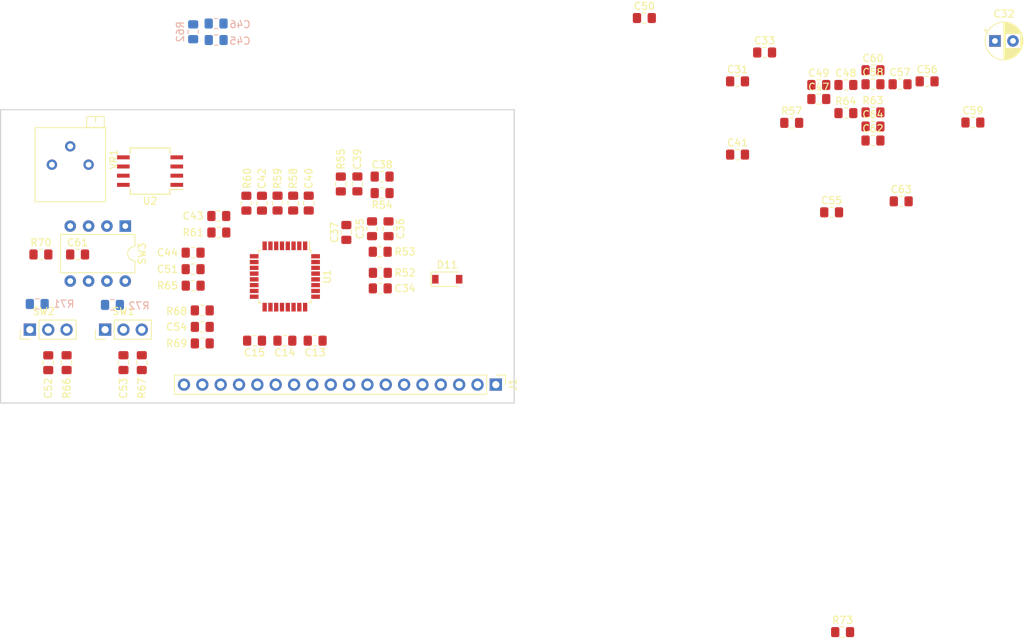
<source format=kicad_pcb>
(kicad_pcb (version 20171130) (host pcbnew "(5.0.0)")

  (general
    (thickness 1.6)
    (drawings 4)
    (tracks 0)
    (zones 0)
    (modules 66)
    (nets 57)
  )

  (page A4)
  (layers
    (0 F.Cu signal)
    (31 B.Cu signal)
    (32 B.Adhes user)
    (33 F.Adhes user)
    (34 B.Paste user)
    (35 F.Paste user)
    (36 B.SilkS user)
    (37 F.SilkS user)
    (38 B.Mask user)
    (39 F.Mask user)
    (40 Dwgs.User user)
    (41 Cmts.User user)
    (42 Eco1.User user)
    (43 Eco2.User user)
    (44 Edge.Cuts user)
    (45 Margin user)
    (46 B.CrtYd user)
    (47 F.CrtYd user)
    (48 B.Fab user hide)
    (49 F.Fab user hide)
  )

  (setup
    (last_trace_width 0.25)
    (trace_clearance 0.2)
    (zone_clearance 0.508)
    (zone_45_only no)
    (trace_min 0.2)
    (segment_width 0.2)
    (edge_width 0.15)
    (via_size 0.8)
    (via_drill 0.4)
    (via_min_size 0.4)
    (via_min_drill 0.3)
    (uvia_size 0.3)
    (uvia_drill 0.1)
    (uvias_allowed no)
    (uvia_min_size 0.2)
    (uvia_min_drill 0.1)
    (pcb_text_width 0.3)
    (pcb_text_size 1.5 1.5)
    (mod_edge_width 0.15)
    (mod_text_size 1 1)
    (mod_text_width 0.15)
    (pad_size 1.15 1.4)
    (pad_drill 0)
    (pad_to_mask_clearance 0.2)
    (aux_axis_origin 0 0)
    (visible_elements FFFFFF7F)
    (pcbplotparams
      (layerselection 0x010fc_ffffffff)
      (usegerberextensions false)
      (usegerberattributes false)
      (usegerberadvancedattributes false)
      (creategerberjobfile false)
      (excludeedgelayer true)
      (linewidth 0.800000)
      (plotframeref false)
      (viasonmask false)
      (mode 1)
      (useauxorigin false)
      (hpglpennumber 1)
      (hpglpenspeed 20)
      (hpglpendiameter 15.000000)
      (psnegative false)
      (psa4output false)
      (plotreference true)
      (plotvalue true)
      (plotinvisibletext false)
      (padsonsilk false)
      (subtractmaskfromsilk false)
      (outputformat 1)
      (mirror false)
      (drillshape 1)
      (scaleselection 1)
      (outputdirectory ""))
  )

  (net 0 "")
  (net 1 CS1+)
  (net 2 CS1-)
  (net 3 CS2-)
  (net 4 CS2+)
  (net 5 CS3+)
  (net 6 CS3-)
  (net 7 GND)
  (net 8 15V)
  (net 9 FBPFC)
  (net 10 "Net-(C35-Pad2)")
  (net 11 "Net-(C36-Pad2)")
  (net 12 "Net-(C37-Pad2)")
  (net 13 BIBO)
  (net 14 "Net-(C39-Pad2)")
  (net 15 PVO)
  (net 16 "Net-(C41-Pad2)")
  (net 17 "Net-(C42-Pad2)")
  (net 18 "Net-(C43-Pad1)")
  (net 19 RDY)
  (net 20 "Net-(C45-Pad2)")
  (net 21 "Net-(C45-Pad1)")
  (net 22 "Net-(C47-Pad2)")
  (net 23 "Net-(C47-Pad1)")
  (net 24 "Net-(C49-Pad1)")
  (net 25 "Net-(C49-Pad2)")
  (net 26 "Net-(C51-Pad2)")
  (net 27 CVM2)
  (net 28 CVM3)
  (net 29 "Net-(C54-Pad2)")
  (net 30 "Net-(C61-Pad1)")
  (net 31 "Net-(C62-Pad2)")
  (net 32 "Net-(C63-Pad1)")
  (net 33 "Net-(C64-Pad2)")
  (net 34 VDD)
  (net 35 IAC)
  (net 36 OPFC1)
  (net 37 OPFC2)
  (net 38 OPFC3)
  (net 39 "Net-(J1-Pad8)")
  (net 40 "Net-(J1-Pad11)")
  (net 41 "Net-(J1-Pad14)")
  (net 42 12v)
  (net 43 "Net-(R59-Pad1)")
  (net 44 "Net-(R61-Pad1)")
  (net 45 "Net-(R66-Pad2)")
  (net 46 "Net-(R67-Pad2)")
  (net 47 "Net-(R70-Pad1)")
  (net 48 "Net-(R71-Pad2)")
  (net 49 "Net-(R71-Pad1)")
  (net 50 "Net-(R72-Pad1)")
  (net 51 "Net-(R72-Pad2)")
  (net 52 12V)
  (net 53 "Net-(SW3-Pad3)")
  (net 54 "Net-(U2-Pad1)")
  (net 55 "Net-(U2-Pad2)")
  (net 56 "Net-(U2-Pad5)")

  (net_class Default "Это класс цепей по умолчанию."
    (clearance 0.2)
    (trace_width 0.25)
    (via_dia 0.8)
    (via_drill 0.4)
    (uvia_dia 0.3)
    (uvia_drill 0.1)
    (add_net 12V)
    (add_net 12v)
    (add_net 15V)
    (add_net BIBO)
    (add_net CS1+)
    (add_net CS1-)
    (add_net CS2+)
    (add_net CS2-)
    (add_net CS3+)
    (add_net CS3-)
    (add_net CVM2)
    (add_net CVM3)
    (add_net FBPFC)
    (add_net GND)
    (add_net IAC)
    (add_net "Net-(C35-Pad2)")
    (add_net "Net-(C36-Pad2)")
    (add_net "Net-(C37-Pad2)")
    (add_net "Net-(C39-Pad2)")
    (add_net "Net-(C41-Pad2)")
    (add_net "Net-(C42-Pad2)")
    (add_net "Net-(C43-Pad1)")
    (add_net "Net-(C45-Pad1)")
    (add_net "Net-(C45-Pad2)")
    (add_net "Net-(C47-Pad1)")
    (add_net "Net-(C47-Pad2)")
    (add_net "Net-(C49-Pad1)")
    (add_net "Net-(C49-Pad2)")
    (add_net "Net-(C51-Pad2)")
    (add_net "Net-(C54-Pad2)")
    (add_net "Net-(C61-Pad1)")
    (add_net "Net-(C62-Pad2)")
    (add_net "Net-(C63-Pad1)")
    (add_net "Net-(C64-Pad2)")
    (add_net "Net-(J1-Pad11)")
    (add_net "Net-(J1-Pad14)")
    (add_net "Net-(J1-Pad8)")
    (add_net "Net-(R59-Pad1)")
    (add_net "Net-(R61-Pad1)")
    (add_net "Net-(R66-Pad2)")
    (add_net "Net-(R67-Pad2)")
    (add_net "Net-(R70-Pad1)")
    (add_net "Net-(R71-Pad1)")
    (add_net "Net-(R71-Pad2)")
    (add_net "Net-(R72-Pad1)")
    (add_net "Net-(R72-Pad2)")
    (add_net "Net-(SW3-Pad3)")
    (add_net "Net-(U2-Pad1)")
    (add_net "Net-(U2-Pad2)")
    (add_net "Net-(U2-Pad5)")
    (add_net OPFC1)
    (add_net OPFC2)
    (add_net OPFC3)
    (add_net PVO)
    (add_net RDY)
    (add_net VDD)
  )

  (module Capacitor_SMD:C_0805_2012Metric_Pad1.15x1.40mm_HandSolder (layer F.Cu) (tedit 5B36C52B) (tstamp 5C3AEBC3)
    (at 81.661 95.504 180)
    (descr "Capacitor SMD 0805 (2012 Metric), square (rectangular) end terminal, IPC_7351 nominal with elongated pad for handsoldering. (Body size source: https://docs.google.com/spreadsheets/d/1BsfQQcO9C6DZCsRaXUlFlo91Tg2WpOkGARC1WS5S8t0/edit?usp=sharing), generated with kicad-footprint-generator")
    (tags "capacitor handsolder")
    (path /5C47BB4C)
    (attr smd)
    (fp_text reference C13 (at 0 -1.65 180) (layer F.SilkS)
      (effects (font (size 1 1) (thickness 0.15)))
    )
    (fp_text value 1nF (at 0 1.65 180) (layer F.Fab)
      (effects (font (size 1 1) (thickness 0.15)))
    )
    (fp_line (start -1 0.6) (end -1 -0.6) (layer F.Fab) (width 0.1))
    (fp_line (start -1 -0.6) (end 1 -0.6) (layer F.Fab) (width 0.1))
    (fp_line (start 1 -0.6) (end 1 0.6) (layer F.Fab) (width 0.1))
    (fp_line (start 1 0.6) (end -1 0.6) (layer F.Fab) (width 0.1))
    (fp_line (start -0.261252 -0.71) (end 0.261252 -0.71) (layer F.SilkS) (width 0.12))
    (fp_line (start -0.261252 0.71) (end 0.261252 0.71) (layer F.SilkS) (width 0.12))
    (fp_line (start -1.85 0.95) (end -1.85 -0.95) (layer F.CrtYd) (width 0.05))
    (fp_line (start -1.85 -0.95) (end 1.85 -0.95) (layer F.CrtYd) (width 0.05))
    (fp_line (start 1.85 -0.95) (end 1.85 0.95) (layer F.CrtYd) (width 0.05))
    (fp_line (start 1.85 0.95) (end -1.85 0.95) (layer F.CrtYd) (width 0.05))
    (fp_text user %R (at 0 0 180) (layer F.Fab)
      (effects (font (size 0.5 0.5) (thickness 0.08)))
    )
    (pad 1 smd roundrect (at -1.025 0 180) (size 1.15 1.4) (layers F.Cu F.Paste F.Mask) (roundrect_rratio 0.217391)
      (net 1 CS1+))
    (pad 2 smd roundrect (at 1.025 0 180) (size 1.15 1.4) (layers F.Cu F.Paste F.Mask) (roundrect_rratio 0.217391)
      (net 2 CS1-))
    (model ${KISYS3DMOD}/Capacitor_SMD.3dshapes/C_0805_2012Metric.wrl
      (at (xyz 0 0 0))
      (scale (xyz 1 1 1))
      (rotate (xyz 0 0 0))
    )
  )

  (module Capacitor_SMD:C_0805_2012Metric_Pad1.15x1.40mm_HandSolder (layer F.Cu) (tedit 5B36C52B) (tstamp 5C3AEBD4)
    (at 77.47 95.504 180)
    (descr "Capacitor SMD 0805 (2012 Metric), square (rectangular) end terminal, IPC_7351 nominal with elongated pad for handsoldering. (Body size source: https://docs.google.com/spreadsheets/d/1BsfQQcO9C6DZCsRaXUlFlo91Tg2WpOkGARC1WS5S8t0/edit?usp=sharing), generated with kicad-footprint-generator")
    (tags "capacitor handsolder")
    (path /5C455375)
    (attr smd)
    (fp_text reference C14 (at 0 -1.65 180) (layer F.SilkS)
      (effects (font (size 1 1) (thickness 0.15)))
    )
    (fp_text value 1nF (at 0 1.65 180) (layer F.Fab)
      (effects (font (size 1 1) (thickness 0.15)))
    )
    (fp_text user %R (at 0 0 180) (layer F.Fab)
      (effects (font (size 0.5 0.5) (thickness 0.08)))
    )
    (fp_line (start 1.85 0.95) (end -1.85 0.95) (layer F.CrtYd) (width 0.05))
    (fp_line (start 1.85 -0.95) (end 1.85 0.95) (layer F.CrtYd) (width 0.05))
    (fp_line (start -1.85 -0.95) (end 1.85 -0.95) (layer F.CrtYd) (width 0.05))
    (fp_line (start -1.85 0.95) (end -1.85 -0.95) (layer F.CrtYd) (width 0.05))
    (fp_line (start -0.261252 0.71) (end 0.261252 0.71) (layer F.SilkS) (width 0.12))
    (fp_line (start -0.261252 -0.71) (end 0.261252 -0.71) (layer F.SilkS) (width 0.12))
    (fp_line (start 1 0.6) (end -1 0.6) (layer F.Fab) (width 0.1))
    (fp_line (start 1 -0.6) (end 1 0.6) (layer F.Fab) (width 0.1))
    (fp_line (start -1 -0.6) (end 1 -0.6) (layer F.Fab) (width 0.1))
    (fp_line (start -1 0.6) (end -1 -0.6) (layer F.Fab) (width 0.1))
    (pad 2 smd roundrect (at 1.025 0 180) (size 1.15 1.4) (layers F.Cu F.Paste F.Mask) (roundrect_rratio 0.217391)
      (net 3 CS2-))
    (pad 1 smd roundrect (at -1.025 0 180) (size 1.15 1.4) (layers F.Cu F.Paste F.Mask) (roundrect_rratio 0.217391)
      (net 4 CS2+))
    (model ${KISYS3DMOD}/Capacitor_SMD.3dshapes/C_0805_2012Metric.wrl
      (at (xyz 0 0 0))
      (scale (xyz 1 1 1))
      (rotate (xyz 0 0 0))
    )
  )

  (module Capacitor_SMD:C_0805_2012Metric_Pad1.15x1.40mm_HandSolder (layer F.Cu) (tedit 5B36C52B) (tstamp 5C3AEBE5)
    (at 73.27 95.504 180)
    (descr "Capacitor SMD 0805 (2012 Metric), square (rectangular) end terminal, IPC_7351 nominal with elongated pad for handsoldering. (Body size source: https://docs.google.com/spreadsheets/d/1BsfQQcO9C6DZCsRaXUlFlo91Tg2WpOkGARC1WS5S8t0/edit?usp=sharing), generated with kicad-footprint-generator")
    (tags "capacitor handsolder")
    (path /5C42278B)
    (attr smd)
    (fp_text reference C15 (at 0 -1.65 180) (layer F.SilkS)
      (effects (font (size 1 1) (thickness 0.15)))
    )
    (fp_text value 1nF (at 0 1.65 180) (layer F.Fab)
      (effects (font (size 1 1) (thickness 0.15)))
    )
    (fp_line (start -1 0.6) (end -1 -0.6) (layer F.Fab) (width 0.1))
    (fp_line (start -1 -0.6) (end 1 -0.6) (layer F.Fab) (width 0.1))
    (fp_line (start 1 -0.6) (end 1 0.6) (layer F.Fab) (width 0.1))
    (fp_line (start 1 0.6) (end -1 0.6) (layer F.Fab) (width 0.1))
    (fp_line (start -0.261252 -0.71) (end 0.261252 -0.71) (layer F.SilkS) (width 0.12))
    (fp_line (start -0.261252 0.71) (end 0.261252 0.71) (layer F.SilkS) (width 0.12))
    (fp_line (start -1.85 0.95) (end -1.85 -0.95) (layer F.CrtYd) (width 0.05))
    (fp_line (start -1.85 -0.95) (end 1.85 -0.95) (layer F.CrtYd) (width 0.05))
    (fp_line (start 1.85 -0.95) (end 1.85 0.95) (layer F.CrtYd) (width 0.05))
    (fp_line (start 1.85 0.95) (end -1.85 0.95) (layer F.CrtYd) (width 0.05))
    (fp_text user %R (at 0 0 180) (layer F.Fab)
      (effects (font (size 0.5 0.5) (thickness 0.08)))
    )
    (pad 1 smd roundrect (at -1.025 0 180) (size 1.15 1.4) (layers F.Cu F.Paste F.Mask) (roundrect_rratio 0.217391)
      (net 5 CS3+))
    (pad 2 smd roundrect (at 1.025 0 180) (size 1.15 1.4) (layers F.Cu F.Paste F.Mask) (roundrect_rratio 0.217391)
      (net 6 CS3-))
    (model ${KISYS3DMOD}/Capacitor_SMD.3dshapes/C_0805_2012Metric.wrl
      (at (xyz 0 0 0))
      (scale (xyz 1 1 1))
      (rotate (xyz 0 0 0))
    )
  )

  (module Capacitor_SMD:C_0805_2012Metric_Pad1.15x1.40mm_HandSolder (layer F.Cu) (tedit 5B36C52B) (tstamp 5C3AEBF6)
    (at 140.145001 59.575001)
    (descr "Capacitor SMD 0805 (2012 Metric), square (rectangular) end terminal, IPC_7351 nominal with elongated pad for handsoldering. (Body size source: https://docs.google.com/spreadsheets/d/1BsfQQcO9C6DZCsRaXUlFlo91Tg2WpOkGARC1WS5S8t0/edit?usp=sharing), generated with kicad-footprint-generator")
    (tags "capacitor handsolder")
    (path /5C529FB7)
    (attr smd)
    (fp_text reference C31 (at 0 -1.65) (layer F.SilkS)
      (effects (font (size 1 1) (thickness 0.15)))
    )
    (fp_text value 0.1uF (at 0 1.65) (layer F.Fab)
      (effects (font (size 1 1) (thickness 0.15)))
    )
    (fp_line (start -1 0.6) (end -1 -0.6) (layer F.Fab) (width 0.1))
    (fp_line (start -1 -0.6) (end 1 -0.6) (layer F.Fab) (width 0.1))
    (fp_line (start 1 -0.6) (end 1 0.6) (layer F.Fab) (width 0.1))
    (fp_line (start 1 0.6) (end -1 0.6) (layer F.Fab) (width 0.1))
    (fp_line (start -0.261252 -0.71) (end 0.261252 -0.71) (layer F.SilkS) (width 0.12))
    (fp_line (start -0.261252 0.71) (end 0.261252 0.71) (layer F.SilkS) (width 0.12))
    (fp_line (start -1.85 0.95) (end -1.85 -0.95) (layer F.CrtYd) (width 0.05))
    (fp_line (start -1.85 -0.95) (end 1.85 -0.95) (layer F.CrtYd) (width 0.05))
    (fp_line (start 1.85 -0.95) (end 1.85 0.95) (layer F.CrtYd) (width 0.05))
    (fp_line (start 1.85 0.95) (end -1.85 0.95) (layer F.CrtYd) (width 0.05))
    (fp_text user %R (at 0 0) (layer F.Fab)
      (effects (font (size 0.5 0.5) (thickness 0.08)))
    )
    (pad 1 smd roundrect (at -1.025 0) (size 1.15 1.4) (layers F.Cu F.Paste F.Mask) (roundrect_rratio 0.217391)
      (net 7 GND))
    (pad 2 smd roundrect (at 1.025 0) (size 1.15 1.4) (layers F.Cu F.Paste F.Mask) (roundrect_rratio 0.217391)
      (net 8 15V))
    (model ${KISYS3DMOD}/Capacitor_SMD.3dshapes/C_0805_2012Metric.wrl
      (at (xyz 0 0 0))
      (scale (xyz 1 1 1))
      (rotate (xyz 0 0 0))
    )
  )

  (module Capacitor_THT:CP_Radial_D5.0mm_P2.50mm (layer F.Cu) (tedit 5AE50EF0) (tstamp 5C3AEC7A)
    (at 175.784776 53.975001)
    (descr "CP, Radial series, Radial, pin pitch=2.50mm, , diameter=5mm, Electrolytic Capacitor")
    (tags "CP Radial series Radial pin pitch 2.50mm  diameter 5mm Electrolytic Capacitor")
    (path /5C52A07C)
    (fp_text reference C32 (at 1.25 -3.75) (layer F.SilkS)
      (effects (font (size 1 1) (thickness 0.15)))
    )
    (fp_text value 10uF (at 1.25 3.75) (layer F.Fab)
      (effects (font (size 1 1) (thickness 0.15)))
    )
    (fp_circle (center 1.25 0) (end 3.75 0) (layer F.Fab) (width 0.1))
    (fp_circle (center 1.25 0) (end 3.87 0) (layer F.SilkS) (width 0.12))
    (fp_circle (center 1.25 0) (end 4 0) (layer F.CrtYd) (width 0.05))
    (fp_line (start -0.883605 -1.0875) (end -0.383605 -1.0875) (layer F.Fab) (width 0.1))
    (fp_line (start -0.633605 -1.3375) (end -0.633605 -0.8375) (layer F.Fab) (width 0.1))
    (fp_line (start 1.25 -2.58) (end 1.25 2.58) (layer F.SilkS) (width 0.12))
    (fp_line (start 1.29 -2.58) (end 1.29 2.58) (layer F.SilkS) (width 0.12))
    (fp_line (start 1.33 -2.579) (end 1.33 2.579) (layer F.SilkS) (width 0.12))
    (fp_line (start 1.37 -2.578) (end 1.37 2.578) (layer F.SilkS) (width 0.12))
    (fp_line (start 1.41 -2.576) (end 1.41 2.576) (layer F.SilkS) (width 0.12))
    (fp_line (start 1.45 -2.573) (end 1.45 2.573) (layer F.SilkS) (width 0.12))
    (fp_line (start 1.49 -2.569) (end 1.49 -1.04) (layer F.SilkS) (width 0.12))
    (fp_line (start 1.49 1.04) (end 1.49 2.569) (layer F.SilkS) (width 0.12))
    (fp_line (start 1.53 -2.565) (end 1.53 -1.04) (layer F.SilkS) (width 0.12))
    (fp_line (start 1.53 1.04) (end 1.53 2.565) (layer F.SilkS) (width 0.12))
    (fp_line (start 1.57 -2.561) (end 1.57 -1.04) (layer F.SilkS) (width 0.12))
    (fp_line (start 1.57 1.04) (end 1.57 2.561) (layer F.SilkS) (width 0.12))
    (fp_line (start 1.61 -2.556) (end 1.61 -1.04) (layer F.SilkS) (width 0.12))
    (fp_line (start 1.61 1.04) (end 1.61 2.556) (layer F.SilkS) (width 0.12))
    (fp_line (start 1.65 -2.55) (end 1.65 -1.04) (layer F.SilkS) (width 0.12))
    (fp_line (start 1.65 1.04) (end 1.65 2.55) (layer F.SilkS) (width 0.12))
    (fp_line (start 1.69 -2.543) (end 1.69 -1.04) (layer F.SilkS) (width 0.12))
    (fp_line (start 1.69 1.04) (end 1.69 2.543) (layer F.SilkS) (width 0.12))
    (fp_line (start 1.73 -2.536) (end 1.73 -1.04) (layer F.SilkS) (width 0.12))
    (fp_line (start 1.73 1.04) (end 1.73 2.536) (layer F.SilkS) (width 0.12))
    (fp_line (start 1.77 -2.528) (end 1.77 -1.04) (layer F.SilkS) (width 0.12))
    (fp_line (start 1.77 1.04) (end 1.77 2.528) (layer F.SilkS) (width 0.12))
    (fp_line (start 1.81 -2.52) (end 1.81 -1.04) (layer F.SilkS) (width 0.12))
    (fp_line (start 1.81 1.04) (end 1.81 2.52) (layer F.SilkS) (width 0.12))
    (fp_line (start 1.85 -2.511) (end 1.85 -1.04) (layer F.SilkS) (width 0.12))
    (fp_line (start 1.85 1.04) (end 1.85 2.511) (layer F.SilkS) (width 0.12))
    (fp_line (start 1.89 -2.501) (end 1.89 -1.04) (layer F.SilkS) (width 0.12))
    (fp_line (start 1.89 1.04) (end 1.89 2.501) (layer F.SilkS) (width 0.12))
    (fp_line (start 1.93 -2.491) (end 1.93 -1.04) (layer F.SilkS) (width 0.12))
    (fp_line (start 1.93 1.04) (end 1.93 2.491) (layer F.SilkS) (width 0.12))
    (fp_line (start 1.971 -2.48) (end 1.971 -1.04) (layer F.SilkS) (width 0.12))
    (fp_line (start 1.971 1.04) (end 1.971 2.48) (layer F.SilkS) (width 0.12))
    (fp_line (start 2.011 -2.468) (end 2.011 -1.04) (layer F.SilkS) (width 0.12))
    (fp_line (start 2.011 1.04) (end 2.011 2.468) (layer F.SilkS) (width 0.12))
    (fp_line (start 2.051 -2.455) (end 2.051 -1.04) (layer F.SilkS) (width 0.12))
    (fp_line (start 2.051 1.04) (end 2.051 2.455) (layer F.SilkS) (width 0.12))
    (fp_line (start 2.091 -2.442) (end 2.091 -1.04) (layer F.SilkS) (width 0.12))
    (fp_line (start 2.091 1.04) (end 2.091 2.442) (layer F.SilkS) (width 0.12))
    (fp_line (start 2.131 -2.428) (end 2.131 -1.04) (layer F.SilkS) (width 0.12))
    (fp_line (start 2.131 1.04) (end 2.131 2.428) (layer F.SilkS) (width 0.12))
    (fp_line (start 2.171 -2.414) (end 2.171 -1.04) (layer F.SilkS) (width 0.12))
    (fp_line (start 2.171 1.04) (end 2.171 2.414) (layer F.SilkS) (width 0.12))
    (fp_line (start 2.211 -2.398) (end 2.211 -1.04) (layer F.SilkS) (width 0.12))
    (fp_line (start 2.211 1.04) (end 2.211 2.398) (layer F.SilkS) (width 0.12))
    (fp_line (start 2.251 -2.382) (end 2.251 -1.04) (layer F.SilkS) (width 0.12))
    (fp_line (start 2.251 1.04) (end 2.251 2.382) (layer F.SilkS) (width 0.12))
    (fp_line (start 2.291 -2.365) (end 2.291 -1.04) (layer F.SilkS) (width 0.12))
    (fp_line (start 2.291 1.04) (end 2.291 2.365) (layer F.SilkS) (width 0.12))
    (fp_line (start 2.331 -2.348) (end 2.331 -1.04) (layer F.SilkS) (width 0.12))
    (fp_line (start 2.331 1.04) (end 2.331 2.348) (layer F.SilkS) (width 0.12))
    (fp_line (start 2.371 -2.329) (end 2.371 -1.04) (layer F.SilkS) (width 0.12))
    (fp_line (start 2.371 1.04) (end 2.371 2.329) (layer F.SilkS) (width 0.12))
    (fp_line (start 2.411 -2.31) (end 2.411 -1.04) (layer F.SilkS) (width 0.12))
    (fp_line (start 2.411 1.04) (end 2.411 2.31) (layer F.SilkS) (width 0.12))
    (fp_line (start 2.451 -2.29) (end 2.451 -1.04) (layer F.SilkS) (width 0.12))
    (fp_line (start 2.451 1.04) (end 2.451 2.29) (layer F.SilkS) (width 0.12))
    (fp_line (start 2.491 -2.268) (end 2.491 -1.04) (layer F.SilkS) (width 0.12))
    (fp_line (start 2.491 1.04) (end 2.491 2.268) (layer F.SilkS) (width 0.12))
    (fp_line (start 2.531 -2.247) (end 2.531 -1.04) (layer F.SilkS) (width 0.12))
    (fp_line (start 2.531 1.04) (end 2.531 2.247) (layer F.SilkS) (width 0.12))
    (fp_line (start 2.571 -2.224) (end 2.571 -1.04) (layer F.SilkS) (width 0.12))
    (fp_line (start 2.571 1.04) (end 2.571 2.224) (layer F.SilkS) (width 0.12))
    (fp_line (start 2.611 -2.2) (end 2.611 -1.04) (layer F.SilkS) (width 0.12))
    (fp_line (start 2.611 1.04) (end 2.611 2.2) (layer F.SilkS) (width 0.12))
    (fp_line (start 2.651 -2.175) (end 2.651 -1.04) (layer F.SilkS) (width 0.12))
    (fp_line (start 2.651 1.04) (end 2.651 2.175) (layer F.SilkS) (width 0.12))
    (fp_line (start 2.691 -2.149) (end 2.691 -1.04) (layer F.SilkS) (width 0.12))
    (fp_line (start 2.691 1.04) (end 2.691 2.149) (layer F.SilkS) (width 0.12))
    (fp_line (start 2.731 -2.122) (end 2.731 -1.04) (layer F.SilkS) (width 0.12))
    (fp_line (start 2.731 1.04) (end 2.731 2.122) (layer F.SilkS) (width 0.12))
    (fp_line (start 2.771 -2.095) (end 2.771 -1.04) (layer F.SilkS) (width 0.12))
    (fp_line (start 2.771 1.04) (end 2.771 2.095) (layer F.SilkS) (width 0.12))
    (fp_line (start 2.811 -2.065) (end 2.811 -1.04) (layer F.SilkS) (width 0.12))
    (fp_line (start 2.811 1.04) (end 2.811 2.065) (layer F.SilkS) (width 0.12))
    (fp_line (start 2.851 -2.035) (end 2.851 -1.04) (layer F.SilkS) (width 0.12))
    (fp_line (start 2.851 1.04) (end 2.851 2.035) (layer F.SilkS) (width 0.12))
    (fp_line (start 2.891 -2.004) (end 2.891 -1.04) (layer F.SilkS) (width 0.12))
    (fp_line (start 2.891 1.04) (end 2.891 2.004) (layer F.SilkS) (width 0.12))
    (fp_line (start 2.931 -1.971) (end 2.931 -1.04) (layer F.SilkS) (width 0.12))
    (fp_line (start 2.931 1.04) (end 2.931 1.971) (layer F.SilkS) (width 0.12))
    (fp_line (start 2.971 -1.937) (end 2.971 -1.04) (layer F.SilkS) (width 0.12))
    (fp_line (start 2.971 1.04) (end 2.971 1.937) (layer F.SilkS) (width 0.12))
    (fp_line (start 3.011 -1.901) (end 3.011 -1.04) (layer F.SilkS) (width 0.12))
    (fp_line (start 3.011 1.04) (end 3.011 1.901) (layer F.SilkS) (width 0.12))
    (fp_line (start 3.051 -1.864) (end 3.051 -1.04) (layer F.SilkS) (width 0.12))
    (fp_line (start 3.051 1.04) (end 3.051 1.864) (layer F.SilkS) (width 0.12))
    (fp_line (start 3.091 -1.826) (end 3.091 -1.04) (layer F.SilkS) (width 0.12))
    (fp_line (start 3.091 1.04) (end 3.091 1.826) (layer F.SilkS) (width 0.12))
    (fp_line (start 3.131 -1.785) (end 3.131 -1.04) (layer F.SilkS) (width 0.12))
    (fp_line (start 3.131 1.04) (end 3.131 1.785) (layer F.SilkS) (width 0.12))
    (fp_line (start 3.171 -1.743) (end 3.171 -1.04) (layer F.SilkS) (width 0.12))
    (fp_line (start 3.171 1.04) (end 3.171 1.743) (layer F.SilkS) (width 0.12))
    (fp_line (start 3.211 -1.699) (end 3.211 -1.04) (layer F.SilkS) (width 0.12))
    (fp_line (start 3.211 1.04) (end 3.211 1.699) (layer F.SilkS) (width 0.12))
    (fp_line (start 3.251 -1.653) (end 3.251 -1.04) (layer F.SilkS) (width 0.12))
    (fp_line (start 3.251 1.04) (end 3.251 1.653) (layer F.SilkS) (width 0.12))
    (fp_line (start 3.291 -1.605) (end 3.291 -1.04) (layer F.SilkS) (width 0.12))
    (fp_line (start 3.291 1.04) (end 3.291 1.605) (layer F.SilkS) (width 0.12))
    (fp_line (start 3.331 -1.554) (end 3.331 -1.04) (layer F.SilkS) (width 0.12))
    (fp_line (start 3.331 1.04) (end 3.331 1.554) (layer F.SilkS) (width 0.12))
    (fp_line (start 3.371 -1.5) (end 3.371 -1.04) (layer F.SilkS) (width 0.12))
    (fp_line (start 3.371 1.04) (end 3.371 1.5) (layer F.SilkS) (width 0.12))
    (fp_line (start 3.411 -1.443) (end 3.411 -1.04) (layer F.SilkS) (width 0.12))
    (fp_line (start 3.411 1.04) (end 3.411 1.443) (layer F.SilkS) (width 0.12))
    (fp_line (start 3.451 -1.383) (end 3.451 -1.04) (layer F.SilkS) (width 0.12))
    (fp_line (start 3.451 1.04) (end 3.451 1.383) (layer F.SilkS) (width 0.12))
    (fp_line (start 3.491 -1.319) (end 3.491 -1.04) (layer F.SilkS) (width 0.12))
    (fp_line (start 3.491 1.04) (end 3.491 1.319) (layer F.SilkS) (width 0.12))
    (fp_line (start 3.531 -1.251) (end 3.531 -1.04) (layer F.SilkS) (width 0.12))
    (fp_line (start 3.531 1.04) (end 3.531 1.251) (layer F.SilkS) (width 0.12))
    (fp_line (start 3.571 -1.178) (end 3.571 1.178) (layer F.SilkS) (width 0.12))
    (fp_line (start 3.611 -1.098) (end 3.611 1.098) (layer F.SilkS) (width 0.12))
    (fp_line (start 3.651 -1.011) (end 3.651 1.011) (layer F.SilkS) (width 0.12))
    (fp_line (start 3.691 -0.915) (end 3.691 0.915) (layer F.SilkS) (width 0.12))
    (fp_line (start 3.731 -0.805) (end 3.731 0.805) (layer F.SilkS) (width 0.12))
    (fp_line (start 3.771 -0.677) (end 3.771 0.677) (layer F.SilkS) (width 0.12))
    (fp_line (start 3.811 -0.518) (end 3.811 0.518) (layer F.SilkS) (width 0.12))
    (fp_line (start 3.851 -0.284) (end 3.851 0.284) (layer F.SilkS) (width 0.12))
    (fp_line (start -1.554775 -1.475) (end -1.054775 -1.475) (layer F.SilkS) (width 0.12))
    (fp_line (start -1.304775 -1.725) (end -1.304775 -1.225) (layer F.SilkS) (width 0.12))
    (fp_text user %R (at 1.25 0) (layer F.Fab)
      (effects (font (size 1 1) (thickness 0.15)))
    )
    (pad 1 thru_hole rect (at 0 0) (size 1.6 1.6) (drill 0.8) (layers *.Cu *.Mask)
      (net 7 GND))
    (pad 2 thru_hole circle (at 2.5 0) (size 1.6 1.6) (drill 0.8) (layers *.Cu *.Mask)
      (net 8 15V))
    (model ${KISYS3DMOD}/Capacitor_THT.3dshapes/CP_Radial_D5.0mm_P2.50mm.wrl
      (at (xyz 0 0 0))
      (scale (xyz 1 1 1))
      (rotate (xyz 0 0 0))
    )
  )

  (module Capacitor_SMD:C_0805_2012Metric_Pad1.15x1.40mm_HandSolder (layer F.Cu) (tedit 5B36C52B) (tstamp 5C3AEC8B)
    (at 143.895001 55.575001)
    (descr "Capacitor SMD 0805 (2012 Metric), square (rectangular) end terminal, IPC_7351 nominal with elongated pad for handsoldering. (Body size source: https://docs.google.com/spreadsheets/d/1BsfQQcO9C6DZCsRaXUlFlo91Tg2WpOkGARC1WS5S8t0/edit?usp=sharing), generated with kicad-footprint-generator")
    (tags "capacitor handsolder")
    (path /5C4D8645)
    (attr smd)
    (fp_text reference C33 (at 0 -1.65) (layer F.SilkS)
      (effects (font (size 1 1) (thickness 0.15)))
    )
    (fp_text value 0.1uF (at 0 1.65) (layer F.Fab)
      (effects (font (size 1 1) (thickness 0.15)))
    )
    (fp_text user %R (at 0 0) (layer F.Fab)
      (effects (font (size 0.5 0.5) (thickness 0.08)))
    )
    (fp_line (start 1.85 0.95) (end -1.85 0.95) (layer F.CrtYd) (width 0.05))
    (fp_line (start 1.85 -0.95) (end 1.85 0.95) (layer F.CrtYd) (width 0.05))
    (fp_line (start -1.85 -0.95) (end 1.85 -0.95) (layer F.CrtYd) (width 0.05))
    (fp_line (start -1.85 0.95) (end -1.85 -0.95) (layer F.CrtYd) (width 0.05))
    (fp_line (start -0.261252 0.71) (end 0.261252 0.71) (layer F.SilkS) (width 0.12))
    (fp_line (start -0.261252 -0.71) (end 0.261252 -0.71) (layer F.SilkS) (width 0.12))
    (fp_line (start 1 0.6) (end -1 0.6) (layer F.Fab) (width 0.1))
    (fp_line (start 1 -0.6) (end 1 0.6) (layer F.Fab) (width 0.1))
    (fp_line (start -1 -0.6) (end 1 -0.6) (layer F.Fab) (width 0.1))
    (fp_line (start -1 0.6) (end -1 -0.6) (layer F.Fab) (width 0.1))
    (pad 2 smd roundrect (at 1.025 0) (size 1.15 1.4) (layers F.Cu F.Paste F.Mask) (roundrect_rratio 0.217391)
      (net 7 GND))
    (pad 1 smd roundrect (at -1.025 0) (size 1.15 1.4) (layers F.Cu F.Paste F.Mask) (roundrect_rratio 0.217391)
      (net 8 15V))
    (model ${KISYS3DMOD}/Capacitor_SMD.3dshapes/C_0805_2012Metric.wrl
      (at (xyz 0 0 0))
      (scale (xyz 1 1 1))
      (rotate (xyz 0 0 0))
    )
  )

  (module Capacitor_SMD:C_0805_2012Metric_Pad1.15x1.40mm_HandSolder (layer F.Cu) (tedit 5B36C52B) (tstamp 5C3AEC9C)
    (at 90.678 88.265 180)
    (descr "Capacitor SMD 0805 (2012 Metric), square (rectangular) end terminal, IPC_7351 nominal with elongated pad for handsoldering. (Body size source: https://docs.google.com/spreadsheets/d/1BsfQQcO9C6DZCsRaXUlFlo91Tg2WpOkGARC1WS5S8t0/edit?usp=sharing), generated with kicad-footprint-generator")
    (tags "capacitor handsolder")
    (path /5C5A8F03)
    (attr smd)
    (fp_text reference C34 (at -3.429 0 180) (layer F.SilkS)
      (effects (font (size 1 1) (thickness 0.15)))
    )
    (fp_text value 470pF (at 0 1.65 180) (layer F.Fab)
      (effects (font (size 1 1) (thickness 0.15)))
    )
    (fp_text user %R (at 0 0 180) (layer F.Fab)
      (effects (font (size 0.5 0.5) (thickness 0.08)))
    )
    (fp_line (start 1.85 0.95) (end -1.85 0.95) (layer F.CrtYd) (width 0.05))
    (fp_line (start 1.85 -0.95) (end 1.85 0.95) (layer F.CrtYd) (width 0.05))
    (fp_line (start -1.85 -0.95) (end 1.85 -0.95) (layer F.CrtYd) (width 0.05))
    (fp_line (start -1.85 0.95) (end -1.85 -0.95) (layer F.CrtYd) (width 0.05))
    (fp_line (start -0.261252 0.71) (end 0.261252 0.71) (layer F.SilkS) (width 0.12))
    (fp_line (start -0.261252 -0.71) (end 0.261252 -0.71) (layer F.SilkS) (width 0.12))
    (fp_line (start 1 0.6) (end -1 0.6) (layer F.Fab) (width 0.1))
    (fp_line (start 1 -0.6) (end 1 0.6) (layer F.Fab) (width 0.1))
    (fp_line (start -1 -0.6) (end 1 -0.6) (layer F.Fab) (width 0.1))
    (fp_line (start -1 0.6) (end -1 -0.6) (layer F.Fab) (width 0.1))
    (pad 2 smd roundrect (at 1.025 0 180) (size 1.15 1.4) (layers F.Cu F.Paste F.Mask) (roundrect_rratio 0.217391)
      (net 9 FBPFC))
    (pad 1 smd roundrect (at -1.025 0 180) (size 1.15 1.4) (layers F.Cu F.Paste F.Mask) (roundrect_rratio 0.217391)
      (net 7 GND))
    (model ${KISYS3DMOD}/Capacitor_SMD.3dshapes/C_0805_2012Metric.wrl
      (at (xyz 0 0 0))
      (scale (xyz 1 1 1))
      (rotate (xyz 0 0 0))
    )
  )

  (module Capacitor_SMD:C_0805_2012Metric_Pad1.15x1.40mm_HandSolder (layer F.Cu) (tedit 5B36C52B) (tstamp 5C3AECAD)
    (at 89.535 80.001 270)
    (descr "Capacitor SMD 0805 (2012 Metric), square (rectangular) end terminal, IPC_7351 nominal with elongated pad for handsoldering. (Body size source: https://docs.google.com/spreadsheets/d/1BsfQQcO9C6DZCsRaXUlFlo91Tg2WpOkGARC1WS5S8t0/edit?usp=sharing), generated with kicad-footprint-generator")
    (tags "capacitor handsolder")
    (path /5C5E67C3)
    (attr smd)
    (fp_text reference C35 (at 0.009 1.651 270) (layer F.SilkS)
      (effects (font (size 1 1) (thickness 0.15)))
    )
    (fp_text value 0.01uF (at 0 1.65 270) (layer F.Fab)
      (effects (font (size 1 1) (thickness 0.15)))
    )
    (fp_line (start -1 0.6) (end -1 -0.6) (layer F.Fab) (width 0.1))
    (fp_line (start -1 -0.6) (end 1 -0.6) (layer F.Fab) (width 0.1))
    (fp_line (start 1 -0.6) (end 1 0.6) (layer F.Fab) (width 0.1))
    (fp_line (start 1 0.6) (end -1 0.6) (layer F.Fab) (width 0.1))
    (fp_line (start -0.261252 -0.71) (end 0.261252 -0.71) (layer F.SilkS) (width 0.12))
    (fp_line (start -0.261252 0.71) (end 0.261252 0.71) (layer F.SilkS) (width 0.12))
    (fp_line (start -1.85 0.95) (end -1.85 -0.95) (layer F.CrtYd) (width 0.05))
    (fp_line (start -1.85 -0.95) (end 1.85 -0.95) (layer F.CrtYd) (width 0.05))
    (fp_line (start 1.85 -0.95) (end 1.85 0.95) (layer F.CrtYd) (width 0.05))
    (fp_line (start 1.85 0.95) (end -1.85 0.95) (layer F.CrtYd) (width 0.05))
    (fp_text user %R (at 0 0 270) (layer F.Fab)
      (effects (font (size 0.5 0.5) (thickness 0.08)))
    )
    (pad 1 smd roundrect (at -1.025 0 270) (size 1.15 1.4) (layers F.Cu F.Paste F.Mask) (roundrect_rratio 0.217391)
      (net 7 GND))
    (pad 2 smd roundrect (at 1.025 0 270) (size 1.15 1.4) (layers F.Cu F.Paste F.Mask) (roundrect_rratio 0.217391)
      (net 10 "Net-(C35-Pad2)"))
    (model ${KISYS3DMOD}/Capacitor_SMD.3dshapes/C_0805_2012Metric.wrl
      (at (xyz 0 0 0))
      (scale (xyz 1 1 1))
      (rotate (xyz 0 0 0))
    )
  )

  (module Capacitor_SMD:C_0805_2012Metric_Pad1.15x1.40mm_HandSolder (layer F.Cu) (tedit 5B36C52B) (tstamp 5C3AECBE)
    (at 91.821 80.001 270)
    (descr "Capacitor SMD 0805 (2012 Metric), square (rectangular) end terminal, IPC_7351 nominal with elongated pad for handsoldering. (Body size source: https://docs.google.com/spreadsheets/d/1BsfQQcO9C6DZCsRaXUlFlo91Tg2WpOkGARC1WS5S8t0/edit?usp=sharing), generated with kicad-footprint-generator")
    (tags "capacitor handsolder")
    (path /5C5E68B1)
    (attr smd)
    (fp_text reference C36 (at 0 -1.65 270) (layer F.SilkS)
      (effects (font (size 1 1) (thickness 0.15)))
    )
    (fp_text value 0.47uF (at 0 1.65 270) (layer F.Fab)
      (effects (font (size 1 1) (thickness 0.15)))
    )
    (fp_text user %R (at 0 0 270) (layer F.Fab)
      (effects (font (size 0.5 0.5) (thickness 0.08)))
    )
    (fp_line (start 1.85 0.95) (end -1.85 0.95) (layer F.CrtYd) (width 0.05))
    (fp_line (start 1.85 -0.95) (end 1.85 0.95) (layer F.CrtYd) (width 0.05))
    (fp_line (start -1.85 -0.95) (end 1.85 -0.95) (layer F.CrtYd) (width 0.05))
    (fp_line (start -1.85 0.95) (end -1.85 -0.95) (layer F.CrtYd) (width 0.05))
    (fp_line (start -0.261252 0.71) (end 0.261252 0.71) (layer F.SilkS) (width 0.12))
    (fp_line (start -0.261252 -0.71) (end 0.261252 -0.71) (layer F.SilkS) (width 0.12))
    (fp_line (start 1 0.6) (end -1 0.6) (layer F.Fab) (width 0.1))
    (fp_line (start 1 -0.6) (end 1 0.6) (layer F.Fab) (width 0.1))
    (fp_line (start -1 -0.6) (end 1 -0.6) (layer F.Fab) (width 0.1))
    (fp_line (start -1 0.6) (end -1 -0.6) (layer F.Fab) (width 0.1))
    (pad 2 smd roundrect (at 1.025 0 270) (size 1.15 1.4) (layers F.Cu F.Paste F.Mask) (roundrect_rratio 0.217391)
      (net 11 "Net-(C36-Pad2)"))
    (pad 1 smd roundrect (at -1.025 0 270) (size 1.15 1.4) (layers F.Cu F.Paste F.Mask) (roundrect_rratio 0.217391)
      (net 7 GND))
    (model ${KISYS3DMOD}/Capacitor_SMD.3dshapes/C_0805_2012Metric.wrl
      (at (xyz 0 0 0))
      (scale (xyz 1 1 1))
      (rotate (xyz 0 0 0))
    )
  )

  (module Capacitor_SMD:C_0805_2012Metric_Pad1.15x1.40mm_HandSolder (layer F.Cu) (tedit 5B36C52B) (tstamp 5C3AECCF)
    (at 85.979 80.509 270)
    (descr "Capacitor SMD 0805 (2012 Metric), square (rectangular) end terminal, IPC_7351 nominal with elongated pad for handsoldering. (Body size source: https://docs.google.com/spreadsheets/d/1BsfQQcO9C6DZCsRaXUlFlo91Tg2WpOkGARC1WS5S8t0/edit?usp=sharing), generated with kicad-footprint-generator")
    (tags "capacitor handsolder")
    (path /5C638211)
    (attr smd)
    (fp_text reference C37 (at 0 1.651 270) (layer F.SilkS)
      (effects (font (size 1 1) (thickness 0.15)))
    )
    (fp_text value 0.47uF (at 0 1.65 270) (layer F.Fab)
      (effects (font (size 1 1) (thickness 0.15)))
    )
    (fp_text user %R (at 0 0 270) (layer F.Fab)
      (effects (font (size 0.5 0.5) (thickness 0.08)))
    )
    (fp_line (start 1.85 0.95) (end -1.85 0.95) (layer F.CrtYd) (width 0.05))
    (fp_line (start 1.85 -0.95) (end 1.85 0.95) (layer F.CrtYd) (width 0.05))
    (fp_line (start -1.85 -0.95) (end 1.85 -0.95) (layer F.CrtYd) (width 0.05))
    (fp_line (start -1.85 0.95) (end -1.85 -0.95) (layer F.CrtYd) (width 0.05))
    (fp_line (start -0.261252 0.71) (end 0.261252 0.71) (layer F.SilkS) (width 0.12))
    (fp_line (start -0.261252 -0.71) (end 0.261252 -0.71) (layer F.SilkS) (width 0.12))
    (fp_line (start 1 0.6) (end -1 0.6) (layer F.Fab) (width 0.1))
    (fp_line (start 1 -0.6) (end 1 0.6) (layer F.Fab) (width 0.1))
    (fp_line (start -1 -0.6) (end 1 -0.6) (layer F.Fab) (width 0.1))
    (fp_line (start -1 0.6) (end -1 -0.6) (layer F.Fab) (width 0.1))
    (pad 2 smd roundrect (at 1.025 0 270) (size 1.15 1.4) (layers F.Cu F.Paste F.Mask) (roundrect_rratio 0.217391)
      (net 12 "Net-(C37-Pad2)"))
    (pad 1 smd roundrect (at -1.025 0 270) (size 1.15 1.4) (layers F.Cu F.Paste F.Mask) (roundrect_rratio 0.217391)
      (net 7 GND))
    (model ${KISYS3DMOD}/Capacitor_SMD.3dshapes/C_0805_2012Metric.wrl
      (at (xyz 0 0 0))
      (scale (xyz 1 1 1))
      (rotate (xyz 0 0 0))
    )
  )

  (module Capacitor_SMD:C_0805_2012Metric_Pad1.15x1.40mm_HandSolder (layer F.Cu) (tedit 5B36C52B) (tstamp 5C3AECE0)
    (at 90.932 72.771)
    (descr "Capacitor SMD 0805 (2012 Metric), square (rectangular) end terminal, IPC_7351 nominal with elongated pad for handsoldering. (Body size source: https://docs.google.com/spreadsheets/d/1BsfQQcO9C6DZCsRaXUlFlo91Tg2WpOkGARC1WS5S8t0/edit?usp=sharing), generated with kicad-footprint-generator")
    (tags "capacitor handsolder")
    (path /5C38AE7B)
    (attr smd)
    (fp_text reference C38 (at 0 -1.65) (layer F.SilkS)
      (effects (font (size 1 1) (thickness 0.15)))
    )
    (fp_text value 0.047uF (at 0 1.65) (layer F.Fab)
      (effects (font (size 1 1) (thickness 0.15)))
    )
    (fp_text user %R (at 0 0) (layer F.Fab)
      (effects (font (size 0.5 0.5) (thickness 0.08)))
    )
    (fp_line (start 1.85 0.95) (end -1.85 0.95) (layer F.CrtYd) (width 0.05))
    (fp_line (start 1.85 -0.95) (end 1.85 0.95) (layer F.CrtYd) (width 0.05))
    (fp_line (start -1.85 -0.95) (end 1.85 -0.95) (layer F.CrtYd) (width 0.05))
    (fp_line (start -1.85 0.95) (end -1.85 -0.95) (layer F.CrtYd) (width 0.05))
    (fp_line (start -0.261252 0.71) (end 0.261252 0.71) (layer F.SilkS) (width 0.12))
    (fp_line (start -0.261252 -0.71) (end 0.261252 -0.71) (layer F.SilkS) (width 0.12))
    (fp_line (start 1 0.6) (end -1 0.6) (layer F.Fab) (width 0.1))
    (fp_line (start 1 -0.6) (end 1 0.6) (layer F.Fab) (width 0.1))
    (fp_line (start -1 -0.6) (end 1 -0.6) (layer F.Fab) (width 0.1))
    (fp_line (start -1 0.6) (end -1 -0.6) (layer F.Fab) (width 0.1))
    (pad 2 smd roundrect (at 1.025 0) (size 1.15 1.4) (layers F.Cu F.Paste F.Mask) (roundrect_rratio 0.217391)
      (net 13 BIBO))
    (pad 1 smd roundrect (at -1.025 0) (size 1.15 1.4) (layers F.Cu F.Paste F.Mask) (roundrect_rratio 0.217391)
      (net 7 GND))
    (model ${KISYS3DMOD}/Capacitor_SMD.3dshapes/C_0805_2012Metric.wrl
      (at (xyz 0 0 0))
      (scale (xyz 1 1 1))
      (rotate (xyz 0 0 0))
    )
  )

  (module Capacitor_SMD:C_0805_2012Metric_Pad1.15x1.40mm_HandSolder (layer F.Cu) (tedit 5C39FE03) (tstamp 5C3AECF1)
    (at 87.50883 73.785224 270)
    (descr "Capacitor SMD 0805 (2012 Metric), square (rectangular) end terminal, IPC_7351 nominal with elongated pad for handsoldering. (Body size source: https://docs.google.com/spreadsheets/d/1BsfQQcO9C6DZCsRaXUlFlo91Tg2WpOkGARC1WS5S8t0/edit?usp=sharing), generated with kicad-footprint-generator")
    (tags "capacitor handsolder")
    (path /5C38AC26)
    (attr smd)
    (fp_text reference C39 (at -3.427224 0.00583 270) (layer F.SilkS)
      (effects (font (size 1 1) (thickness 0.15)))
    )
    (fp_text value 0.47uF (at 0 1.65 270) (layer F.Fab)
      (effects (font (size 1 1) (thickness 0.15)))
    )
    (fp_text user %R (at 0 0 270) (layer F.Fab)
      (effects (font (size 0.5 0.5) (thickness 0.08)))
    )
    (fp_line (start 1.85 0.95) (end -1.85 0.95) (layer F.CrtYd) (width 0.05))
    (fp_line (start 1.85 -0.95) (end 1.85 0.95) (layer F.CrtYd) (width 0.05))
    (fp_line (start -1.85 -0.95) (end 1.85 -0.95) (layer F.CrtYd) (width 0.05))
    (fp_line (start -1.85 0.95) (end -1.85 -0.95) (layer F.CrtYd) (width 0.05))
    (fp_line (start -0.261252 0.71) (end 0.261252 0.71) (layer F.SilkS) (width 0.12))
    (fp_line (start -0.261252 -0.71) (end 0.261252 -0.71) (layer F.SilkS) (width 0.12))
    (fp_line (start 1 0.6) (end -1 0.6) (layer F.Fab) (width 0.1))
    (fp_line (start 1 -0.6) (end 1 0.6) (layer F.Fab) (width 0.1))
    (fp_line (start -1 -0.6) (end 1 -0.6) (layer F.Fab) (width 0.1))
    (fp_line (start -1 0.6) (end -1 -0.6) (layer F.Fab) (width 0.1))
    (pad 2 smd roundrect (at 1.025 0 270) (size 1.15 1.4) (layers F.Cu F.Paste F.Mask) (roundrect_rratio 0.217)
      (net 14 "Net-(C39-Pad2)"))
    (pad 1 smd roundrect (at -1.025 0 270) (size 1.15 1.4) (layers F.Cu F.Paste F.Mask) (roundrect_rratio 0.217391)
      (net 7 GND))
    (model ${KISYS3DMOD}/Capacitor_SMD.3dshapes/C_0805_2012Metric.wrl
      (at (xyz 0 0 0))
      (scale (xyz 1 1 1))
      (rotate (xyz 0 0 0))
    )
  )

  (module Capacitor_SMD:C_0805_2012Metric_Pad1.15x1.40mm_HandSolder (layer F.Cu) (tedit 5B36C52B) (tstamp 5C3AED02)
    (at 80.772 76.445 270)
    (descr "Capacitor SMD 0805 (2012 Metric), square (rectangular) end terminal, IPC_7351 nominal with elongated pad for handsoldering. (Body size source: https://docs.google.com/spreadsheets/d/1BsfQQcO9C6DZCsRaXUlFlo91Tg2WpOkGARC1WS5S8t0/edit?usp=sharing), generated with kicad-footprint-generator")
    (tags "capacitor handsolder")
    (path /5C38CAD2)
    (attr smd)
    (fp_text reference C40 (at -3.42 0 270) (layer F.SilkS)
      (effects (font (size 1 1) (thickness 0.15)))
    )
    (fp_text value 0.01uF (at 0 1.65 270) (layer F.Fab)
      (effects (font (size 1 1) (thickness 0.15)))
    )
    (fp_line (start -1 0.6) (end -1 -0.6) (layer F.Fab) (width 0.1))
    (fp_line (start -1 -0.6) (end 1 -0.6) (layer F.Fab) (width 0.1))
    (fp_line (start 1 -0.6) (end 1 0.6) (layer F.Fab) (width 0.1))
    (fp_line (start 1 0.6) (end -1 0.6) (layer F.Fab) (width 0.1))
    (fp_line (start -0.261252 -0.71) (end 0.261252 -0.71) (layer F.SilkS) (width 0.12))
    (fp_line (start -0.261252 0.71) (end 0.261252 0.71) (layer F.SilkS) (width 0.12))
    (fp_line (start -1.85 0.95) (end -1.85 -0.95) (layer F.CrtYd) (width 0.05))
    (fp_line (start -1.85 -0.95) (end 1.85 -0.95) (layer F.CrtYd) (width 0.05))
    (fp_line (start 1.85 -0.95) (end 1.85 0.95) (layer F.CrtYd) (width 0.05))
    (fp_line (start 1.85 0.95) (end -1.85 0.95) (layer F.CrtYd) (width 0.05))
    (fp_text user %R (at 0 0 270) (layer F.Fab)
      (effects (font (size 0.5 0.5) (thickness 0.08)))
    )
    (pad 1 smd roundrect (at -1.025 0 270) (size 1.15 1.4) (layers F.Cu F.Paste F.Mask) (roundrect_rratio 0.217391)
      (net 7 GND))
    (pad 2 smd roundrect (at 1.025 0 270) (size 1.15 1.4) (layers F.Cu F.Paste F.Mask) (roundrect_rratio 0.217391)
      (net 15 PVO))
    (model ${KISYS3DMOD}/Capacitor_SMD.3dshapes/C_0805_2012Metric.wrl
      (at (xyz 0 0 0))
      (scale (xyz 1 1 1))
      (rotate (xyz 0 0 0))
    )
  )

  (module Capacitor_SMD:C_0805_2012Metric_Pad1.15x1.40mm_HandSolder (layer F.Cu) (tedit 5B36C52B) (tstamp 5C3AED13)
    (at 140.145001 69.725001)
    (descr "Capacitor SMD 0805 (2012 Metric), square (rectangular) end terminal, IPC_7351 nominal with elongated pad for handsoldering. (Body size source: https://docs.google.com/spreadsheets/d/1BsfQQcO9C6DZCsRaXUlFlo91Tg2WpOkGARC1WS5S8t0/edit?usp=sharing), generated with kicad-footprint-generator")
    (tags "capacitor handsolder")
    (path /5C38E36D)
    (attr smd)
    (fp_text reference C41 (at 0 -1.65) (layer F.SilkS)
      (effects (font (size 1 1) (thickness 0.15)))
    )
    (fp_text value 0.01uF (at 0 1.65) (layer F.Fab)
      (effects (font (size 1 1) (thickness 0.15)))
    )
    (fp_text user %R (at 0 0) (layer F.Fab)
      (effects (font (size 0.5 0.5) (thickness 0.08)))
    )
    (fp_line (start 1.85 0.95) (end -1.85 0.95) (layer F.CrtYd) (width 0.05))
    (fp_line (start 1.85 -0.95) (end 1.85 0.95) (layer F.CrtYd) (width 0.05))
    (fp_line (start -1.85 -0.95) (end 1.85 -0.95) (layer F.CrtYd) (width 0.05))
    (fp_line (start -1.85 0.95) (end -1.85 -0.95) (layer F.CrtYd) (width 0.05))
    (fp_line (start -0.261252 0.71) (end 0.261252 0.71) (layer F.SilkS) (width 0.12))
    (fp_line (start -0.261252 -0.71) (end 0.261252 -0.71) (layer F.SilkS) (width 0.12))
    (fp_line (start 1 0.6) (end -1 0.6) (layer F.Fab) (width 0.1))
    (fp_line (start 1 -0.6) (end 1 0.6) (layer F.Fab) (width 0.1))
    (fp_line (start -1 -0.6) (end 1 -0.6) (layer F.Fab) (width 0.1))
    (fp_line (start -1 0.6) (end -1 -0.6) (layer F.Fab) (width 0.1))
    (pad 2 smd roundrect (at 1.025 0) (size 1.15 1.4) (layers F.Cu F.Paste F.Mask) (roundrect_rratio 0.217391)
      (net 16 "Net-(C41-Pad2)"))
    (pad 1 smd roundrect (at -1.025 0) (size 1.15 1.4) (layers F.Cu F.Paste F.Mask) (roundrect_rratio 0.217391)
      (net 7 GND))
    (model ${KISYS3DMOD}/Capacitor_SMD.3dshapes/C_0805_2012Metric.wrl
      (at (xyz 0 0 0))
      (scale (xyz 1 1 1))
      (rotate (xyz 0 0 0))
    )
  )

  (module Capacitor_SMD:C_0805_2012Metric_Pad1.15x1.40mm_HandSolder (layer F.Cu) (tedit 5B36C52B) (tstamp 5C3AED24)
    (at 74.295 76.454 270)
    (descr "Capacitor SMD 0805 (2012 Metric), square (rectangular) end terminal, IPC_7351 nominal with elongated pad for handsoldering. (Body size source: https://docs.google.com/spreadsheets/d/1BsfQQcO9C6DZCsRaXUlFlo91Tg2WpOkGARC1WS5S8t0/edit?usp=sharing), generated with kicad-footprint-generator")
    (tags "capacitor handsolder")
    (path /5C39DAF2)
    (attr smd)
    (fp_text reference C42 (at -3.429 0 270) (layer F.SilkS)
      (effects (font (size 1 1) (thickness 0.15)))
    )
    (fp_text value 0.01uF (at 0 1.65 270) (layer F.Fab)
      (effects (font (size 1 1) (thickness 0.15)))
    )
    (fp_line (start -1 0.6) (end -1 -0.6) (layer F.Fab) (width 0.1))
    (fp_line (start -1 -0.6) (end 1 -0.6) (layer F.Fab) (width 0.1))
    (fp_line (start 1 -0.6) (end 1 0.6) (layer F.Fab) (width 0.1))
    (fp_line (start 1 0.6) (end -1 0.6) (layer F.Fab) (width 0.1))
    (fp_line (start -0.261252 -0.71) (end 0.261252 -0.71) (layer F.SilkS) (width 0.12))
    (fp_line (start -0.261252 0.71) (end 0.261252 0.71) (layer F.SilkS) (width 0.12))
    (fp_line (start -1.85 0.95) (end -1.85 -0.95) (layer F.CrtYd) (width 0.05))
    (fp_line (start -1.85 -0.95) (end 1.85 -0.95) (layer F.CrtYd) (width 0.05))
    (fp_line (start 1.85 -0.95) (end 1.85 0.95) (layer F.CrtYd) (width 0.05))
    (fp_line (start 1.85 0.95) (end -1.85 0.95) (layer F.CrtYd) (width 0.05))
    (fp_text user %R (at 0 0 270) (layer F.Fab)
      (effects (font (size 0.5 0.5) (thickness 0.08)))
    )
    (pad 1 smd roundrect (at -1.025 0 270) (size 1.15 1.4) (layers F.Cu F.Paste F.Mask) (roundrect_rratio 0.217391)
      (net 7 GND))
    (pad 2 smd roundrect (at 1.025 0 270) (size 1.15 1.4) (layers F.Cu F.Paste F.Mask) (roundrect_rratio 0.217391)
      (net 17 "Net-(C42-Pad2)"))
    (model ${KISYS3DMOD}/Capacitor_SMD.3dshapes/C_0805_2012Metric.wrl
      (at (xyz 0 0 0))
      (scale (xyz 1 1 1))
      (rotate (xyz 0 0 0))
    )
  )

  (module Capacitor_SMD:C_0805_2012Metric_Pad1.15x1.40mm_HandSolder (layer F.Cu) (tedit 5B36C52B) (tstamp 5C3AED35)
    (at 68.317 78.232)
    (descr "Capacitor SMD 0805 (2012 Metric), square (rectangular) end terminal, IPC_7351 nominal with elongated pad for handsoldering. (Body size source: https://docs.google.com/spreadsheets/d/1BsfQQcO9C6DZCsRaXUlFlo91Tg2WpOkGARC1WS5S8t0/edit?usp=sharing), generated with kicad-footprint-generator")
    (tags "capacitor handsolder")
    (path /5C3A6BC8)
    (attr smd)
    (fp_text reference C43 (at -3.547 0) (layer F.SilkS)
      (effects (font (size 1 1) (thickness 0.15)))
    )
    (fp_text value 0.1uF (at 0 1.65) (layer F.Fab)
      (effects (font (size 1 1) (thickness 0.15)))
    )
    (fp_line (start -1 0.6) (end -1 -0.6) (layer F.Fab) (width 0.1))
    (fp_line (start -1 -0.6) (end 1 -0.6) (layer F.Fab) (width 0.1))
    (fp_line (start 1 -0.6) (end 1 0.6) (layer F.Fab) (width 0.1))
    (fp_line (start 1 0.6) (end -1 0.6) (layer F.Fab) (width 0.1))
    (fp_line (start -0.261252 -0.71) (end 0.261252 -0.71) (layer F.SilkS) (width 0.12))
    (fp_line (start -0.261252 0.71) (end 0.261252 0.71) (layer F.SilkS) (width 0.12))
    (fp_line (start -1.85 0.95) (end -1.85 -0.95) (layer F.CrtYd) (width 0.05))
    (fp_line (start -1.85 -0.95) (end 1.85 -0.95) (layer F.CrtYd) (width 0.05))
    (fp_line (start 1.85 -0.95) (end 1.85 0.95) (layer F.CrtYd) (width 0.05))
    (fp_line (start 1.85 0.95) (end -1.85 0.95) (layer F.CrtYd) (width 0.05))
    (fp_text user %R (at 0 0) (layer F.Fab)
      (effects (font (size 0.5 0.5) (thickness 0.08)))
    )
    (pad 1 smd roundrect (at -1.025 0) (size 1.15 1.4) (layers F.Cu F.Paste F.Mask) (roundrect_rratio 0.217391)
      (net 18 "Net-(C43-Pad1)"))
    (pad 2 smd roundrect (at 1.025 0) (size 1.15 1.4) (layers F.Cu F.Paste F.Mask) (roundrect_rratio 0.217391)
      (net 7 GND))
    (model ${KISYS3DMOD}/Capacitor_SMD.3dshapes/C_0805_2012Metric.wrl
      (at (xyz 0 0 0))
      (scale (xyz 1 1 1))
      (rotate (xyz 0 0 0))
    )
  )

  (module Capacitor_SMD:C_0805_2012Metric_Pad1.15x1.40mm_HandSolder (layer F.Cu) (tedit 5B36C52B) (tstamp 5C3AED46)
    (at 64.761 83.312)
    (descr "Capacitor SMD 0805 (2012 Metric), square (rectangular) end terminal, IPC_7351 nominal with elongated pad for handsoldering. (Body size source: https://docs.google.com/spreadsheets/d/1BsfQQcO9C6DZCsRaXUlFlo91Tg2WpOkGARC1WS5S8t0/edit?usp=sharing), generated with kicad-footprint-generator")
    (tags "capacitor handsolder")
    (path /5C3B2CA8)
    (attr smd)
    (fp_text reference C44 (at -3.547 0) (layer F.SilkS)
      (effects (font (size 1 1) (thickness 0.15)))
    )
    (fp_text value 0.1uF (at 0 1.65) (layer F.Fab)
      (effects (font (size 1 1) (thickness 0.15)))
    )
    (fp_line (start -1 0.6) (end -1 -0.6) (layer F.Fab) (width 0.1))
    (fp_line (start -1 -0.6) (end 1 -0.6) (layer F.Fab) (width 0.1))
    (fp_line (start 1 -0.6) (end 1 0.6) (layer F.Fab) (width 0.1))
    (fp_line (start 1 0.6) (end -1 0.6) (layer F.Fab) (width 0.1))
    (fp_line (start -0.261252 -0.71) (end 0.261252 -0.71) (layer F.SilkS) (width 0.12))
    (fp_line (start -0.261252 0.71) (end 0.261252 0.71) (layer F.SilkS) (width 0.12))
    (fp_line (start -1.85 0.95) (end -1.85 -0.95) (layer F.CrtYd) (width 0.05))
    (fp_line (start -1.85 -0.95) (end 1.85 -0.95) (layer F.CrtYd) (width 0.05))
    (fp_line (start 1.85 -0.95) (end 1.85 0.95) (layer F.CrtYd) (width 0.05))
    (fp_line (start 1.85 0.95) (end -1.85 0.95) (layer F.CrtYd) (width 0.05))
    (fp_text user %R (at 0 0) (layer F.Fab)
      (effects (font (size 0.5 0.5) (thickness 0.08)))
    )
    (pad 1 smd roundrect (at -1.025 0) (size 1.15 1.4) (layers F.Cu F.Paste F.Mask) (roundrect_rratio 0.217391)
      (net 7 GND))
    (pad 2 smd roundrect (at 1.025 0) (size 1.15 1.4) (layers F.Cu F.Paste F.Mask) (roundrect_rratio 0.217391)
      (net 19 RDY))
    (model ${KISYS3DMOD}/Capacitor_SMD.3dshapes/C_0805_2012Metric.wrl
      (at (xyz 0 0 0))
      (scale (xyz 1 1 1))
      (rotate (xyz 0 0 0))
    )
  )

  (module Capacitor_SMD:C_0805_2012Metric_Pad1.15x1.40mm_HandSolder (layer B.Cu) (tedit 5B36C52B) (tstamp 5C3AED57)
    (at 67.954 53.848)
    (descr "Capacitor SMD 0805 (2012 Metric), square (rectangular) end terminal, IPC_7351 nominal with elongated pad for handsoldering. (Body size source: https://docs.google.com/spreadsheets/d/1BsfQQcO9C6DZCsRaXUlFlo91Tg2WpOkGARC1WS5S8t0/edit?usp=sharing), generated with kicad-footprint-generator")
    (tags "capacitor handsolder")
    (path /5C3B969A)
    (attr smd)
    (fp_text reference C45 (at 3.293 0.127) (layer B.SilkS)
      (effects (font (size 1 1) (thickness 0.15)) (justify mirror))
    )
    (fp_text value 1.2nF (at 0 -1.65) (layer B.Fab)
      (effects (font (size 1 1) (thickness 0.15)) (justify mirror))
    )
    (fp_text user %R (at 0 0) (layer B.Fab)
      (effects (font (size 0.5 0.5) (thickness 0.08)) (justify mirror))
    )
    (fp_line (start 1.85 -0.95) (end -1.85 -0.95) (layer B.CrtYd) (width 0.05))
    (fp_line (start 1.85 0.95) (end 1.85 -0.95) (layer B.CrtYd) (width 0.05))
    (fp_line (start -1.85 0.95) (end 1.85 0.95) (layer B.CrtYd) (width 0.05))
    (fp_line (start -1.85 -0.95) (end -1.85 0.95) (layer B.CrtYd) (width 0.05))
    (fp_line (start -0.261252 -0.71) (end 0.261252 -0.71) (layer B.SilkS) (width 0.12))
    (fp_line (start -0.261252 0.71) (end 0.261252 0.71) (layer B.SilkS) (width 0.12))
    (fp_line (start 1 -0.6) (end -1 -0.6) (layer B.Fab) (width 0.1))
    (fp_line (start 1 0.6) (end 1 -0.6) (layer B.Fab) (width 0.1))
    (fp_line (start -1 0.6) (end 1 0.6) (layer B.Fab) (width 0.1))
    (fp_line (start -1 -0.6) (end -1 0.6) (layer B.Fab) (width 0.1))
    (pad 2 smd roundrect (at 1.025 0) (size 1.15 1.4) (layers B.Cu B.Paste B.Mask) (roundrect_rratio 0.217391)
      (net 20 "Net-(C45-Pad2)"))
    (pad 1 smd roundrect (at -1.025 0) (size 1.15 1.4) (layers B.Cu B.Paste B.Mask) (roundrect_rratio 0.217391)
      (net 21 "Net-(C45-Pad1)"))
    (model ${KISYS3DMOD}/Capacitor_SMD.3dshapes/C_0805_2012Metric.wrl
      (at (xyz 0 0 0))
      (scale (xyz 1 1 1))
      (rotate (xyz 0 0 0))
    )
  )

  (module Capacitor_SMD:C_0805_2012Metric_Pad1.15x1.40mm_HandSolder (layer B.Cu) (tedit 5B36C52B) (tstamp 5C3AED68)
    (at 67.945 51.562)
    (descr "Capacitor SMD 0805 (2012 Metric), square (rectangular) end terminal, IPC_7351 nominal with elongated pad for handsoldering. (Body size source: https://docs.google.com/spreadsheets/d/1BsfQQcO9C6DZCsRaXUlFlo91Tg2WpOkGARC1WS5S8t0/edit?usp=sharing), generated with kicad-footprint-generator")
    (tags "capacitor handsolder")
    (path /5C3B97A0)
    (attr smd)
    (fp_text reference C46 (at 3.311 0.127) (layer B.SilkS)
      (effects (font (size 1 1) (thickness 0.15)) (justify mirror))
    )
    (fp_text value 100pF (at 0 -1.65) (layer B.Fab)
      (effects (font (size 1 1) (thickness 0.15)) (justify mirror))
    )
    (fp_text user %R (at 0 0) (layer B.Fab)
      (effects (font (size 0.5 0.5) (thickness 0.08)) (justify mirror))
    )
    (fp_line (start 1.85 -0.95) (end -1.85 -0.95) (layer B.CrtYd) (width 0.05))
    (fp_line (start 1.85 0.95) (end 1.85 -0.95) (layer B.CrtYd) (width 0.05))
    (fp_line (start -1.85 0.95) (end 1.85 0.95) (layer B.CrtYd) (width 0.05))
    (fp_line (start -1.85 -0.95) (end -1.85 0.95) (layer B.CrtYd) (width 0.05))
    (fp_line (start -0.261252 -0.71) (end 0.261252 -0.71) (layer B.SilkS) (width 0.12))
    (fp_line (start -0.261252 0.71) (end 0.261252 0.71) (layer B.SilkS) (width 0.12))
    (fp_line (start 1 -0.6) (end -1 -0.6) (layer B.Fab) (width 0.1))
    (fp_line (start 1 0.6) (end 1 -0.6) (layer B.Fab) (width 0.1))
    (fp_line (start -1 0.6) (end 1 0.6) (layer B.Fab) (width 0.1))
    (fp_line (start -1 -0.6) (end -1 0.6) (layer B.Fab) (width 0.1))
    (pad 2 smd roundrect (at 1.025 0) (size 1.15 1.4) (layers B.Cu B.Paste B.Mask) (roundrect_rratio 0.217391)
      (net 20 "Net-(C45-Pad2)"))
    (pad 1 smd roundrect (at -1.025 0) (size 1.15 1.4) (layers B.Cu B.Paste B.Mask) (roundrect_rratio 0.217391)
      (net 7 GND))
    (model ${KISYS3DMOD}/Capacitor_SMD.3dshapes/C_0805_2012Metric.wrl
      (at (xyz 0 0 0))
      (scale (xyz 1 1 1))
      (rotate (xyz 0 0 0))
    )
  )

  (module Capacitor_SMD:C_0805_2012Metric_Pad1.15x1.40mm_HandSolder (layer F.Cu) (tedit 5B36C52B) (tstamp 5C3AED79)
    (at 151.395001 62.025001)
    (descr "Capacitor SMD 0805 (2012 Metric), square (rectangular) end terminal, IPC_7351 nominal with elongated pad for handsoldering. (Body size source: https://docs.google.com/spreadsheets/d/1BsfQQcO9C6DZCsRaXUlFlo91Tg2WpOkGARC1WS5S8t0/edit?usp=sharing), generated with kicad-footprint-generator")
    (tags "capacitor handsolder")
    (path /5C3C659B)
    (attr smd)
    (fp_text reference C47 (at 0 -1.65) (layer F.SilkS)
      (effects (font (size 1 1) (thickness 0.15)))
    )
    (fp_text value 1.2nF (at 0 1.65) (layer F.Fab)
      (effects (font (size 1 1) (thickness 0.15)))
    )
    (fp_text user %R (at 0 0) (layer F.Fab)
      (effects (font (size 0.5 0.5) (thickness 0.08)))
    )
    (fp_line (start 1.85 0.95) (end -1.85 0.95) (layer F.CrtYd) (width 0.05))
    (fp_line (start 1.85 -0.95) (end 1.85 0.95) (layer F.CrtYd) (width 0.05))
    (fp_line (start -1.85 -0.95) (end 1.85 -0.95) (layer F.CrtYd) (width 0.05))
    (fp_line (start -1.85 0.95) (end -1.85 -0.95) (layer F.CrtYd) (width 0.05))
    (fp_line (start -0.261252 0.71) (end 0.261252 0.71) (layer F.SilkS) (width 0.12))
    (fp_line (start -0.261252 -0.71) (end 0.261252 -0.71) (layer F.SilkS) (width 0.12))
    (fp_line (start 1 0.6) (end -1 0.6) (layer F.Fab) (width 0.1))
    (fp_line (start 1 -0.6) (end 1 0.6) (layer F.Fab) (width 0.1))
    (fp_line (start -1 -0.6) (end 1 -0.6) (layer F.Fab) (width 0.1))
    (fp_line (start -1 0.6) (end -1 -0.6) (layer F.Fab) (width 0.1))
    (pad 2 smd roundrect (at 1.025 0) (size 1.15 1.4) (layers F.Cu F.Paste F.Mask) (roundrect_rratio 0.217391)
      (net 22 "Net-(C47-Pad2)"))
    (pad 1 smd roundrect (at -1.025 0) (size 1.15 1.4) (layers F.Cu F.Paste F.Mask) (roundrect_rratio 0.217391)
      (net 23 "Net-(C47-Pad1)"))
    (model ${KISYS3DMOD}/Capacitor_SMD.3dshapes/C_0805_2012Metric.wrl
      (at (xyz 0 0 0))
      (scale (xyz 1 1 1))
      (rotate (xyz 0 0 0))
    )
  )

  (module Capacitor_SMD:C_0805_2012Metric_Pad1.15x1.40mm_HandSolder (layer F.Cu) (tedit 5B36C52B) (tstamp 5C3AED8A)
    (at 155.145001 60.075001)
    (descr "Capacitor SMD 0805 (2012 Metric), square (rectangular) end terminal, IPC_7351 nominal with elongated pad for handsoldering. (Body size source: https://docs.google.com/spreadsheets/d/1BsfQQcO9C6DZCsRaXUlFlo91Tg2WpOkGARC1WS5S8t0/edit?usp=sharing), generated with kicad-footprint-generator")
    (tags "capacitor handsolder")
    (path /5C3C65A2)
    (attr smd)
    (fp_text reference C48 (at 0 -1.65) (layer F.SilkS)
      (effects (font (size 1 1) (thickness 0.15)))
    )
    (fp_text value 100pF (at 0 1.65) (layer F.Fab)
      (effects (font (size 1 1) (thickness 0.15)))
    )
    (fp_line (start -1 0.6) (end -1 -0.6) (layer F.Fab) (width 0.1))
    (fp_line (start -1 -0.6) (end 1 -0.6) (layer F.Fab) (width 0.1))
    (fp_line (start 1 -0.6) (end 1 0.6) (layer F.Fab) (width 0.1))
    (fp_line (start 1 0.6) (end -1 0.6) (layer F.Fab) (width 0.1))
    (fp_line (start -0.261252 -0.71) (end 0.261252 -0.71) (layer F.SilkS) (width 0.12))
    (fp_line (start -0.261252 0.71) (end 0.261252 0.71) (layer F.SilkS) (width 0.12))
    (fp_line (start -1.85 0.95) (end -1.85 -0.95) (layer F.CrtYd) (width 0.05))
    (fp_line (start -1.85 -0.95) (end 1.85 -0.95) (layer F.CrtYd) (width 0.05))
    (fp_line (start 1.85 -0.95) (end 1.85 0.95) (layer F.CrtYd) (width 0.05))
    (fp_line (start 1.85 0.95) (end -1.85 0.95) (layer F.CrtYd) (width 0.05))
    (fp_text user %R (at 0 0) (layer F.Fab)
      (effects (font (size 0.5 0.5) (thickness 0.08)))
    )
    (pad 1 smd roundrect (at -1.025 0) (size 1.15 1.4) (layers F.Cu F.Paste F.Mask) (roundrect_rratio 0.217391)
      (net 7 GND))
    (pad 2 smd roundrect (at 1.025 0) (size 1.15 1.4) (layers F.Cu F.Paste F.Mask) (roundrect_rratio 0.217391)
      (net 22 "Net-(C47-Pad2)"))
    (model ${KISYS3DMOD}/Capacitor_SMD.3dshapes/C_0805_2012Metric.wrl
      (at (xyz 0 0 0))
      (scale (xyz 1 1 1))
      (rotate (xyz 0 0 0))
    )
  )

  (module Capacitor_SMD:C_0805_2012Metric_Pad1.15x1.40mm_HandSolder (layer F.Cu) (tedit 5B36C52B) (tstamp 5C3AED9B)
    (at 151.395001 60.075001)
    (descr "Capacitor SMD 0805 (2012 Metric), square (rectangular) end terminal, IPC_7351 nominal with elongated pad for handsoldering. (Body size source: https://docs.google.com/spreadsheets/d/1BsfQQcO9C6DZCsRaXUlFlo91Tg2WpOkGARC1WS5S8t0/edit?usp=sharing), generated with kicad-footprint-generator")
    (tags "capacitor handsolder")
    (path /5C3CD596)
    (attr smd)
    (fp_text reference C49 (at 0 -1.65) (layer F.SilkS)
      (effects (font (size 1 1) (thickness 0.15)))
    )
    (fp_text value 1.2nF (at 0 1.65) (layer F.Fab)
      (effects (font (size 1 1) (thickness 0.15)))
    )
    (fp_line (start -1 0.6) (end -1 -0.6) (layer F.Fab) (width 0.1))
    (fp_line (start -1 -0.6) (end 1 -0.6) (layer F.Fab) (width 0.1))
    (fp_line (start 1 -0.6) (end 1 0.6) (layer F.Fab) (width 0.1))
    (fp_line (start 1 0.6) (end -1 0.6) (layer F.Fab) (width 0.1))
    (fp_line (start -0.261252 -0.71) (end 0.261252 -0.71) (layer F.SilkS) (width 0.12))
    (fp_line (start -0.261252 0.71) (end 0.261252 0.71) (layer F.SilkS) (width 0.12))
    (fp_line (start -1.85 0.95) (end -1.85 -0.95) (layer F.CrtYd) (width 0.05))
    (fp_line (start -1.85 -0.95) (end 1.85 -0.95) (layer F.CrtYd) (width 0.05))
    (fp_line (start 1.85 -0.95) (end 1.85 0.95) (layer F.CrtYd) (width 0.05))
    (fp_line (start 1.85 0.95) (end -1.85 0.95) (layer F.CrtYd) (width 0.05))
    (fp_text user %R (at 0 0) (layer F.Fab)
      (effects (font (size 0.5 0.5) (thickness 0.08)))
    )
    (pad 1 smd roundrect (at -1.025 0) (size 1.15 1.4) (layers F.Cu F.Paste F.Mask) (roundrect_rratio 0.217391)
      (net 24 "Net-(C49-Pad1)"))
    (pad 2 smd roundrect (at 1.025 0) (size 1.15 1.4) (layers F.Cu F.Paste F.Mask) (roundrect_rratio 0.217391)
      (net 25 "Net-(C49-Pad2)"))
    (model ${KISYS3DMOD}/Capacitor_SMD.3dshapes/C_0805_2012Metric.wrl
      (at (xyz 0 0 0))
      (scale (xyz 1 1 1))
      (rotate (xyz 0 0 0))
    )
  )

  (module Capacitor_SMD:C_0805_2012Metric_Pad1.15x1.40mm_HandSolder (layer F.Cu) (tedit 5B36C52B) (tstamp 5C3AEDAC)
    (at 127.245 50.8)
    (descr "Capacitor SMD 0805 (2012 Metric), square (rectangular) end terminal, IPC_7351 nominal with elongated pad for handsoldering. (Body size source: https://docs.google.com/spreadsheets/d/1BsfQQcO9C6DZCsRaXUlFlo91Tg2WpOkGARC1WS5S8t0/edit?usp=sharing), generated with kicad-footprint-generator")
    (tags "capacitor handsolder")
    (path /5C3CD59D)
    (attr smd)
    (fp_text reference C50 (at 0 -1.65) (layer F.SilkS)
      (effects (font (size 1 1) (thickness 0.15)))
    )
    (fp_text value 100pF (at 0 1.65) (layer F.Fab)
      (effects (font (size 1 1) (thickness 0.15)))
    )
    (fp_text user %R (at 0 0) (layer F.Fab)
      (effects (font (size 0.5 0.5) (thickness 0.08)))
    )
    (fp_line (start 1.85 0.95) (end -1.85 0.95) (layer F.CrtYd) (width 0.05))
    (fp_line (start 1.85 -0.95) (end 1.85 0.95) (layer F.CrtYd) (width 0.05))
    (fp_line (start -1.85 -0.95) (end 1.85 -0.95) (layer F.CrtYd) (width 0.05))
    (fp_line (start -1.85 0.95) (end -1.85 -0.95) (layer F.CrtYd) (width 0.05))
    (fp_line (start -0.261252 0.71) (end 0.261252 0.71) (layer F.SilkS) (width 0.12))
    (fp_line (start -0.261252 -0.71) (end 0.261252 -0.71) (layer F.SilkS) (width 0.12))
    (fp_line (start 1 0.6) (end -1 0.6) (layer F.Fab) (width 0.1))
    (fp_line (start 1 -0.6) (end 1 0.6) (layer F.Fab) (width 0.1))
    (fp_line (start -1 -0.6) (end 1 -0.6) (layer F.Fab) (width 0.1))
    (fp_line (start -1 0.6) (end -1 -0.6) (layer F.Fab) (width 0.1))
    (pad 2 smd roundrect (at 1.025 0) (size 1.15 1.4) (layers F.Cu F.Paste F.Mask) (roundrect_rratio 0.217391)
      (net 25 "Net-(C49-Pad2)"))
    (pad 1 smd roundrect (at -1.025 0) (size 1.15 1.4) (layers F.Cu F.Paste F.Mask) (roundrect_rratio 0.217391)
      (net 7 GND))
    (model ${KISYS3DMOD}/Capacitor_SMD.3dshapes/C_0805_2012Metric.wrl
      (at (xyz 0 0 0))
      (scale (xyz 1 1 1))
      (rotate (xyz 0 0 0))
    )
  )

  (module Capacitor_SMD:C_0805_2012Metric_Pad1.15x1.40mm_HandSolder (layer F.Cu) (tedit 5B36C52B) (tstamp 5C3AEDBD)
    (at 64.761 85.598)
    (descr "Capacitor SMD 0805 (2012 Metric), square (rectangular) end terminal, IPC_7351 nominal with elongated pad for handsoldering. (Body size source: https://docs.google.com/spreadsheets/d/1BsfQQcO9C6DZCsRaXUlFlo91Tg2WpOkGARC1WS5S8t0/edit?usp=sharing), generated with kicad-footprint-generator")
    (tags "capacitor handsolder")
    (path /5C3D9F6A)
    (attr smd)
    (fp_text reference C51 (at -3.547 0) (layer F.SilkS)
      (effects (font (size 1 1) (thickness 0.15)))
    )
    (fp_text value 0.01uF (at 0 1.65) (layer F.Fab)
      (effects (font (size 1 1) (thickness 0.15)))
    )
    (fp_text user %R (at 0 0) (layer F.Fab)
      (effects (font (size 0.5 0.5) (thickness 0.08)))
    )
    (fp_line (start 1.85 0.95) (end -1.85 0.95) (layer F.CrtYd) (width 0.05))
    (fp_line (start 1.85 -0.95) (end 1.85 0.95) (layer F.CrtYd) (width 0.05))
    (fp_line (start -1.85 -0.95) (end 1.85 -0.95) (layer F.CrtYd) (width 0.05))
    (fp_line (start -1.85 0.95) (end -1.85 -0.95) (layer F.CrtYd) (width 0.05))
    (fp_line (start -0.261252 0.71) (end 0.261252 0.71) (layer F.SilkS) (width 0.12))
    (fp_line (start -0.261252 -0.71) (end 0.261252 -0.71) (layer F.SilkS) (width 0.12))
    (fp_line (start 1 0.6) (end -1 0.6) (layer F.Fab) (width 0.1))
    (fp_line (start 1 -0.6) (end 1 0.6) (layer F.Fab) (width 0.1))
    (fp_line (start -1 -0.6) (end 1 -0.6) (layer F.Fab) (width 0.1))
    (fp_line (start -1 0.6) (end -1 -0.6) (layer F.Fab) (width 0.1))
    (pad 2 smd roundrect (at 1.025 0) (size 1.15 1.4) (layers F.Cu F.Paste F.Mask) (roundrect_rratio 0.217391)
      (net 26 "Net-(C51-Pad2)"))
    (pad 1 smd roundrect (at -1.025 0) (size 1.15 1.4) (layers F.Cu F.Paste F.Mask) (roundrect_rratio 0.217391)
      (net 7 GND))
    (model ${KISYS3DMOD}/Capacitor_SMD.3dshapes/C_0805_2012Metric.wrl
      (at (xyz 0 0 0))
      (scale (xyz 1 1 1))
      (rotate (xyz 0 0 0))
    )
  )

  (module Capacitor_SMD:C_0805_2012Metric_Pad1.15x1.40mm_HandSolder (layer F.Cu) (tedit 5B36C52B) (tstamp 5C3AEDCE)
    (at 44.704 98.561 270)
    (descr "Capacitor SMD 0805 (2012 Metric), square (rectangular) end terminal, IPC_7351 nominal with elongated pad for handsoldering. (Body size source: https://docs.google.com/spreadsheets/d/1BsfQQcO9C6DZCsRaXUlFlo91Tg2WpOkGARC1WS5S8t0/edit?usp=sharing), generated with kicad-footprint-generator")
    (tags "capacitor handsolder")
    (path /5C8BBDE6)
    (attr smd)
    (fp_text reference C52 (at 3.547 0 270) (layer F.SilkS)
      (effects (font (size 1 1) (thickness 0.15)))
    )
    (fp_text value 0.47uF (at 0 1.65 270) (layer F.Fab)
      (effects (font (size 1 1) (thickness 0.15)))
    )
    (fp_line (start -1 0.6) (end -1 -0.6) (layer F.Fab) (width 0.1))
    (fp_line (start -1 -0.6) (end 1 -0.6) (layer F.Fab) (width 0.1))
    (fp_line (start 1 -0.6) (end 1 0.6) (layer F.Fab) (width 0.1))
    (fp_line (start 1 0.6) (end -1 0.6) (layer F.Fab) (width 0.1))
    (fp_line (start -0.261252 -0.71) (end 0.261252 -0.71) (layer F.SilkS) (width 0.12))
    (fp_line (start -0.261252 0.71) (end 0.261252 0.71) (layer F.SilkS) (width 0.12))
    (fp_line (start -1.85 0.95) (end -1.85 -0.95) (layer F.CrtYd) (width 0.05))
    (fp_line (start -1.85 -0.95) (end 1.85 -0.95) (layer F.CrtYd) (width 0.05))
    (fp_line (start 1.85 -0.95) (end 1.85 0.95) (layer F.CrtYd) (width 0.05))
    (fp_line (start 1.85 0.95) (end -1.85 0.95) (layer F.CrtYd) (width 0.05))
    (fp_text user %R (at 0 0 270) (layer F.Fab)
      (effects (font (size 0.5 0.5) (thickness 0.08)))
    )
    (pad 1 smd roundrect (at -1.025 0 270) (size 1.15 1.4) (layers F.Cu F.Paste F.Mask) (roundrect_rratio 0.217391)
      (net 27 CVM2))
    (pad 2 smd roundrect (at 1.025 0 270) (size 1.15 1.4) (layers F.Cu F.Paste F.Mask) (roundrect_rratio 0.217391)
      (net 7 GND))
    (model ${KISYS3DMOD}/Capacitor_SMD.3dshapes/C_0805_2012Metric.wrl
      (at (xyz 0 0 0))
      (scale (xyz 1 1 1))
      (rotate (xyz 0 0 0))
    )
  )

  (module Capacitor_SMD:C_0805_2012Metric_Pad1.15x1.40mm_HandSolder (layer F.Cu) (tedit 5B36C52B) (tstamp 5C3AEDDF)
    (at 55.118 98.552 270)
    (descr "Capacitor SMD 0805 (2012 Metric), square (rectangular) end terminal, IPC_7351 nominal with elongated pad for handsoldering. (Body size source: https://docs.google.com/spreadsheets/d/1BsfQQcO9C6DZCsRaXUlFlo91Tg2WpOkGARC1WS5S8t0/edit?usp=sharing), generated with kicad-footprint-generator")
    (tags "capacitor handsolder")
    (path /5C881842)
    (attr smd)
    (fp_text reference C53 (at 3.556 0 270) (layer F.SilkS)
      (effects (font (size 1 1) (thickness 0.15)))
    )
    (fp_text value 0.47uF (at 0 1.65 270) (layer F.Fab)
      (effects (font (size 1 1) (thickness 0.15)))
    )
    (fp_line (start -1 0.6) (end -1 -0.6) (layer F.Fab) (width 0.1))
    (fp_line (start -1 -0.6) (end 1 -0.6) (layer F.Fab) (width 0.1))
    (fp_line (start 1 -0.6) (end 1 0.6) (layer F.Fab) (width 0.1))
    (fp_line (start 1 0.6) (end -1 0.6) (layer F.Fab) (width 0.1))
    (fp_line (start -0.261252 -0.71) (end 0.261252 -0.71) (layer F.SilkS) (width 0.12))
    (fp_line (start -0.261252 0.71) (end 0.261252 0.71) (layer F.SilkS) (width 0.12))
    (fp_line (start -1.85 0.95) (end -1.85 -0.95) (layer F.CrtYd) (width 0.05))
    (fp_line (start -1.85 -0.95) (end 1.85 -0.95) (layer F.CrtYd) (width 0.05))
    (fp_line (start 1.85 -0.95) (end 1.85 0.95) (layer F.CrtYd) (width 0.05))
    (fp_line (start 1.85 0.95) (end -1.85 0.95) (layer F.CrtYd) (width 0.05))
    (fp_text user %R (at 0 0 270) (layer F.Fab)
      (effects (font (size 0.5 0.5) (thickness 0.08)))
    )
    (pad 1 smd roundrect (at -1.025 0 270) (size 1.15 1.4) (layers F.Cu F.Paste F.Mask) (roundrect_rratio 0.217391)
      (net 28 CVM3))
    (pad 2 smd roundrect (at 1.025 0 270) (size 1.15 1.4) (layers F.Cu F.Paste F.Mask) (roundrect_rratio 0.217391)
      (net 7 GND))
    (model ${KISYS3DMOD}/Capacitor_SMD.3dshapes/C_0805_2012Metric.wrl
      (at (xyz 0 0 0))
      (scale (xyz 1 1 1))
      (rotate (xyz 0 0 0))
    )
  )

  (module Capacitor_SMD:C_0805_2012Metric_Pad1.15x1.40mm_HandSolder (layer F.Cu) (tedit 5B36C52B) (tstamp 5C3AEDF0)
    (at 66.031 93.599)
    (descr "Capacitor SMD 0805 (2012 Metric), square (rectangular) end terminal, IPC_7351 nominal with elongated pad for handsoldering. (Body size source: https://docs.google.com/spreadsheets/d/1BsfQQcO9C6DZCsRaXUlFlo91Tg2WpOkGARC1WS5S8t0/edit?usp=sharing), generated with kicad-footprint-generator")
    (tags "capacitor handsolder")
    (path /5C3EBEA4)
    (attr smd)
    (fp_text reference C54 (at -3.547 0) (layer F.SilkS)
      (effects (font (size 1 1) (thickness 0.15)))
    )
    (fp_text value 0.01uF (at 0 1.65) (layer F.Fab)
      (effects (font (size 1 1) (thickness 0.15)))
    )
    (fp_text user %R (at 0 0) (layer F.Fab)
      (effects (font (size 0.5 0.5) (thickness 0.08)))
    )
    (fp_line (start 1.85 0.95) (end -1.85 0.95) (layer F.CrtYd) (width 0.05))
    (fp_line (start 1.85 -0.95) (end 1.85 0.95) (layer F.CrtYd) (width 0.05))
    (fp_line (start -1.85 -0.95) (end 1.85 -0.95) (layer F.CrtYd) (width 0.05))
    (fp_line (start -1.85 0.95) (end -1.85 -0.95) (layer F.CrtYd) (width 0.05))
    (fp_line (start -0.261252 0.71) (end 0.261252 0.71) (layer F.SilkS) (width 0.12))
    (fp_line (start -0.261252 -0.71) (end 0.261252 -0.71) (layer F.SilkS) (width 0.12))
    (fp_line (start 1 0.6) (end -1 0.6) (layer F.Fab) (width 0.1))
    (fp_line (start 1 -0.6) (end 1 0.6) (layer F.Fab) (width 0.1))
    (fp_line (start -1 -0.6) (end 1 -0.6) (layer F.Fab) (width 0.1))
    (fp_line (start -1 0.6) (end -1 -0.6) (layer F.Fab) (width 0.1))
    (pad 2 smd roundrect (at 1.025 0) (size 1.15 1.4) (layers F.Cu F.Paste F.Mask) (roundrect_rratio 0.217391)
      (net 29 "Net-(C54-Pad2)"))
    (pad 1 smd roundrect (at -1.025 0) (size 1.15 1.4) (layers F.Cu F.Paste F.Mask) (roundrect_rratio 0.217391)
      (net 7 GND))
    (model ${KISYS3DMOD}/Capacitor_SMD.3dshapes/C_0805_2012Metric.wrl
      (at (xyz 0 0 0))
      (scale (xyz 1 1 1))
      (rotate (xyz 0 0 0))
    )
  )

  (module Capacitor_SMD:C_0805_2012Metric_Pad1.15x1.40mm_HandSolder (layer F.Cu) (tedit 5B36C52B) (tstamp 5C3AEE01)
    (at 153.171 77.724)
    (descr "Capacitor SMD 0805 (2012 Metric), square (rectangular) end terminal, IPC_7351 nominal with elongated pad for handsoldering. (Body size source: https://docs.google.com/spreadsheets/d/1BsfQQcO9C6DZCsRaXUlFlo91Tg2WpOkGARC1WS5S8t0/edit?usp=sharing), generated with kicad-footprint-generator")
    (tags "capacitor handsolder")
    (path /5C47BB53)
    (attr smd)
    (fp_text reference C55 (at 0 -1.65) (layer F.SilkS)
      (effects (font (size 1 1) (thickness 0.15)))
    )
    (fp_text value 2.2nF (at 0 1.65) (layer F.Fab)
      (effects (font (size 1 1) (thickness 0.15)))
    )
    (fp_text user %R (at 0 0) (layer F.Fab)
      (effects (font (size 0.5 0.5) (thickness 0.08)))
    )
    (fp_line (start 1.85 0.95) (end -1.85 0.95) (layer F.CrtYd) (width 0.05))
    (fp_line (start 1.85 -0.95) (end 1.85 0.95) (layer F.CrtYd) (width 0.05))
    (fp_line (start -1.85 -0.95) (end 1.85 -0.95) (layer F.CrtYd) (width 0.05))
    (fp_line (start -1.85 0.95) (end -1.85 -0.95) (layer F.CrtYd) (width 0.05))
    (fp_line (start -0.261252 0.71) (end 0.261252 0.71) (layer F.SilkS) (width 0.12))
    (fp_line (start -0.261252 -0.71) (end 0.261252 -0.71) (layer F.SilkS) (width 0.12))
    (fp_line (start 1 0.6) (end -1 0.6) (layer F.Fab) (width 0.1))
    (fp_line (start 1 -0.6) (end 1 0.6) (layer F.Fab) (width 0.1))
    (fp_line (start -1 -0.6) (end 1 -0.6) (layer F.Fab) (width 0.1))
    (fp_line (start -1 0.6) (end -1 -0.6) (layer F.Fab) (width 0.1))
    (pad 2 smd roundrect (at 1.025 0) (size 1.15 1.4) (layers F.Cu F.Paste F.Mask) (roundrect_rratio 0.217391)
      (net 7 GND))
    (pad 1 smd roundrect (at -1.025 0) (size 1.15 1.4) (layers F.Cu F.Paste F.Mask) (roundrect_rratio 0.217391)
      (net 1 CS1+))
    (model ${KISYS3DMOD}/Capacitor_SMD.3dshapes/C_0805_2012Metric.wrl
      (at (xyz 0 0 0))
      (scale (xyz 1 1 1))
      (rotate (xyz 0 0 0))
    )
  )

  (module Capacitor_SMD:C_0805_2012Metric_Pad1.15x1.40mm_HandSolder (layer F.Cu) (tedit 5B36C52B) (tstamp 5C3AEE12)
    (at 166.395001 59.575001)
    (descr "Capacitor SMD 0805 (2012 Metric), square (rectangular) end terminal, IPC_7351 nominal with elongated pad for handsoldering. (Body size source: https://docs.google.com/spreadsheets/d/1BsfQQcO9C6DZCsRaXUlFlo91Tg2WpOkGARC1WS5S8t0/edit?usp=sharing), generated with kicad-footprint-generator")
    (tags "capacitor handsolder")
    (path /5C47BB5A)
    (attr smd)
    (fp_text reference C56 (at 0 -1.65) (layer F.SilkS)
      (effects (font (size 1 1) (thickness 0.15)))
    )
    (fp_text value 2.2nF (at 0 1.65) (layer F.Fab)
      (effects (font (size 1 1) (thickness 0.15)))
    )
    (fp_line (start -1 0.6) (end -1 -0.6) (layer F.Fab) (width 0.1))
    (fp_line (start -1 -0.6) (end 1 -0.6) (layer F.Fab) (width 0.1))
    (fp_line (start 1 -0.6) (end 1 0.6) (layer F.Fab) (width 0.1))
    (fp_line (start 1 0.6) (end -1 0.6) (layer F.Fab) (width 0.1))
    (fp_line (start -0.261252 -0.71) (end 0.261252 -0.71) (layer F.SilkS) (width 0.12))
    (fp_line (start -0.261252 0.71) (end 0.261252 0.71) (layer F.SilkS) (width 0.12))
    (fp_line (start -1.85 0.95) (end -1.85 -0.95) (layer F.CrtYd) (width 0.05))
    (fp_line (start -1.85 -0.95) (end 1.85 -0.95) (layer F.CrtYd) (width 0.05))
    (fp_line (start 1.85 -0.95) (end 1.85 0.95) (layer F.CrtYd) (width 0.05))
    (fp_line (start 1.85 0.95) (end -1.85 0.95) (layer F.CrtYd) (width 0.05))
    (fp_text user %R (at 0 0) (layer F.Fab)
      (effects (font (size 0.5 0.5) (thickness 0.08)))
    )
    (pad 1 smd roundrect (at -1.025 0) (size 1.15 1.4) (layers F.Cu F.Paste F.Mask) (roundrect_rratio 0.217391)
      (net 2 CS1-))
    (pad 2 smd roundrect (at 1.025 0) (size 1.15 1.4) (layers F.Cu F.Paste F.Mask) (roundrect_rratio 0.217391)
      (net 7 GND))
    (model ${KISYS3DMOD}/Capacitor_SMD.3dshapes/C_0805_2012Metric.wrl
      (at (xyz 0 0 0))
      (scale (xyz 1 1 1))
      (rotate (xyz 0 0 0))
    )
  )

  (module Capacitor_SMD:C_0805_2012Metric_Pad1.15x1.40mm_HandSolder (layer F.Cu) (tedit 5B36C52B) (tstamp 5C3AEE23)
    (at 162.645001 59.975001)
    (descr "Capacitor SMD 0805 (2012 Metric), square (rectangular) end terminal, IPC_7351 nominal with elongated pad for handsoldering. (Body size source: https://docs.google.com/spreadsheets/d/1BsfQQcO9C6DZCsRaXUlFlo91Tg2WpOkGARC1WS5S8t0/edit?usp=sharing), generated with kicad-footprint-generator")
    (tags "capacitor handsolder")
    (path /5C45537C)
    (attr smd)
    (fp_text reference C57 (at 0 -1.65) (layer F.SilkS)
      (effects (font (size 1 1) (thickness 0.15)))
    )
    (fp_text value 2.2nF (at 0 1.65) (layer F.Fab)
      (effects (font (size 1 1) (thickness 0.15)))
    )
    (fp_line (start -1 0.6) (end -1 -0.6) (layer F.Fab) (width 0.1))
    (fp_line (start -1 -0.6) (end 1 -0.6) (layer F.Fab) (width 0.1))
    (fp_line (start 1 -0.6) (end 1 0.6) (layer F.Fab) (width 0.1))
    (fp_line (start 1 0.6) (end -1 0.6) (layer F.Fab) (width 0.1))
    (fp_line (start -0.261252 -0.71) (end 0.261252 -0.71) (layer F.SilkS) (width 0.12))
    (fp_line (start -0.261252 0.71) (end 0.261252 0.71) (layer F.SilkS) (width 0.12))
    (fp_line (start -1.85 0.95) (end -1.85 -0.95) (layer F.CrtYd) (width 0.05))
    (fp_line (start -1.85 -0.95) (end 1.85 -0.95) (layer F.CrtYd) (width 0.05))
    (fp_line (start 1.85 -0.95) (end 1.85 0.95) (layer F.CrtYd) (width 0.05))
    (fp_line (start 1.85 0.95) (end -1.85 0.95) (layer F.CrtYd) (width 0.05))
    (fp_text user %R (at 0 0) (layer F.Fab)
      (effects (font (size 0.5 0.5) (thickness 0.08)))
    )
    (pad 1 smd roundrect (at -1.025 0) (size 1.15 1.4) (layers F.Cu F.Paste F.Mask) (roundrect_rratio 0.217391)
      (net 4 CS2+))
    (pad 2 smd roundrect (at 1.025 0) (size 1.15 1.4) (layers F.Cu F.Paste F.Mask) (roundrect_rratio 0.217391)
      (net 7 GND))
    (model ${KISYS3DMOD}/Capacitor_SMD.3dshapes/C_0805_2012Metric.wrl
      (at (xyz 0 0 0))
      (scale (xyz 1 1 1))
      (rotate (xyz 0 0 0))
    )
  )

  (module Capacitor_SMD:C_0805_2012Metric_Pad1.15x1.40mm_HandSolder (layer F.Cu) (tedit 5B36C52B) (tstamp 5C3AEE34)
    (at 158.895001 59.975001)
    (descr "Capacitor SMD 0805 (2012 Metric), square (rectangular) end terminal, IPC_7351 nominal with elongated pad for handsoldering. (Body size source: https://docs.google.com/spreadsheets/d/1BsfQQcO9C6DZCsRaXUlFlo91Tg2WpOkGARC1WS5S8t0/edit?usp=sharing), generated with kicad-footprint-generator")
    (tags "capacitor handsolder")
    (path /5C455383)
    (attr smd)
    (fp_text reference C58 (at 0 -1.65) (layer F.SilkS)
      (effects (font (size 1 1) (thickness 0.15)))
    )
    (fp_text value 2.2nF (at 0 1.65) (layer F.Fab)
      (effects (font (size 1 1) (thickness 0.15)))
    )
    (fp_text user %R (at 0 0) (layer F.Fab)
      (effects (font (size 0.5 0.5) (thickness 0.08)))
    )
    (fp_line (start 1.85 0.95) (end -1.85 0.95) (layer F.CrtYd) (width 0.05))
    (fp_line (start 1.85 -0.95) (end 1.85 0.95) (layer F.CrtYd) (width 0.05))
    (fp_line (start -1.85 -0.95) (end 1.85 -0.95) (layer F.CrtYd) (width 0.05))
    (fp_line (start -1.85 0.95) (end -1.85 -0.95) (layer F.CrtYd) (width 0.05))
    (fp_line (start -0.261252 0.71) (end 0.261252 0.71) (layer F.SilkS) (width 0.12))
    (fp_line (start -0.261252 -0.71) (end 0.261252 -0.71) (layer F.SilkS) (width 0.12))
    (fp_line (start 1 0.6) (end -1 0.6) (layer F.Fab) (width 0.1))
    (fp_line (start 1 -0.6) (end 1 0.6) (layer F.Fab) (width 0.1))
    (fp_line (start -1 -0.6) (end 1 -0.6) (layer F.Fab) (width 0.1))
    (fp_line (start -1 0.6) (end -1 -0.6) (layer F.Fab) (width 0.1))
    (pad 2 smd roundrect (at 1.025 0) (size 1.15 1.4) (layers F.Cu F.Paste F.Mask) (roundrect_rratio 0.217391)
      (net 7 GND))
    (pad 1 smd roundrect (at -1.025 0) (size 1.15 1.4) (layers F.Cu F.Paste F.Mask) (roundrect_rratio 0.217391)
      (net 3 CS2-))
    (model ${KISYS3DMOD}/Capacitor_SMD.3dshapes/C_0805_2012Metric.wrl
      (at (xyz 0 0 0))
      (scale (xyz 1 1 1))
      (rotate (xyz 0 0 0))
    )
  )

  (module Capacitor_SMD:C_0805_2012Metric_Pad1.15x1.40mm_HandSolder (layer F.Cu) (tedit 5B36C52B) (tstamp 5C3AEE45)
    (at 172.729 65.278)
    (descr "Capacitor SMD 0805 (2012 Metric), square (rectangular) end terminal, IPC_7351 nominal with elongated pad for handsoldering. (Body size source: https://docs.google.com/spreadsheets/d/1BsfQQcO9C6DZCsRaXUlFlo91Tg2WpOkGARC1WS5S8t0/edit?usp=sharing), generated with kicad-footprint-generator")
    (tags "capacitor handsolder")
    (path /5C4229DE)
    (attr smd)
    (fp_text reference C59 (at 0 -1.65) (layer F.SilkS)
      (effects (font (size 1 1) (thickness 0.15)))
    )
    (fp_text value 2.2nF (at 0 1.65) (layer F.Fab)
      (effects (font (size 1 1) (thickness 0.15)))
    )
    (fp_text user %R (at 0 0) (layer F.Fab)
      (effects (font (size 0.5 0.5) (thickness 0.08)))
    )
    (fp_line (start 1.85 0.95) (end -1.85 0.95) (layer F.CrtYd) (width 0.05))
    (fp_line (start 1.85 -0.95) (end 1.85 0.95) (layer F.CrtYd) (width 0.05))
    (fp_line (start -1.85 -0.95) (end 1.85 -0.95) (layer F.CrtYd) (width 0.05))
    (fp_line (start -1.85 0.95) (end -1.85 -0.95) (layer F.CrtYd) (width 0.05))
    (fp_line (start -0.261252 0.71) (end 0.261252 0.71) (layer F.SilkS) (width 0.12))
    (fp_line (start -0.261252 -0.71) (end 0.261252 -0.71) (layer F.SilkS) (width 0.12))
    (fp_line (start 1 0.6) (end -1 0.6) (layer F.Fab) (width 0.1))
    (fp_line (start 1 -0.6) (end 1 0.6) (layer F.Fab) (width 0.1))
    (fp_line (start -1 -0.6) (end 1 -0.6) (layer F.Fab) (width 0.1))
    (fp_line (start -1 0.6) (end -1 -0.6) (layer F.Fab) (width 0.1))
    (pad 2 smd roundrect (at 1.025 0) (size 1.15 1.4) (layers F.Cu F.Paste F.Mask) (roundrect_rratio 0.217391)
      (net 7 GND))
    (pad 1 smd roundrect (at -1.025 0) (size 1.15 1.4) (layers F.Cu F.Paste F.Mask) (roundrect_rratio 0.217391)
      (net 5 CS3+))
    (model ${KISYS3DMOD}/Capacitor_SMD.3dshapes/C_0805_2012Metric.wrl
      (at (xyz 0 0 0))
      (scale (xyz 1 1 1))
      (rotate (xyz 0 0 0))
    )
  )

  (module Capacitor_SMD:C_0805_2012Metric_Pad1.15x1.40mm_HandSolder (layer F.Cu) (tedit 5B36C52B) (tstamp 5C3AEE56)
    (at 158.895001 58.025001)
    (descr "Capacitor SMD 0805 (2012 Metric), square (rectangular) end terminal, IPC_7351 nominal with elongated pad for handsoldering. (Body size source: https://docs.google.com/spreadsheets/d/1BsfQQcO9C6DZCsRaXUlFlo91Tg2WpOkGARC1WS5S8t0/edit?usp=sharing), generated with kicad-footprint-generator")
    (tags "capacitor handsolder")
    (path /5C422B3E)
    (attr smd)
    (fp_text reference C60 (at 0 -1.65) (layer F.SilkS)
      (effects (font (size 1 1) (thickness 0.15)))
    )
    (fp_text value 2.2nF (at 0 1.65) (layer F.Fab)
      (effects (font (size 1 1) (thickness 0.15)))
    )
    (fp_line (start -1 0.6) (end -1 -0.6) (layer F.Fab) (width 0.1))
    (fp_line (start -1 -0.6) (end 1 -0.6) (layer F.Fab) (width 0.1))
    (fp_line (start 1 -0.6) (end 1 0.6) (layer F.Fab) (width 0.1))
    (fp_line (start 1 0.6) (end -1 0.6) (layer F.Fab) (width 0.1))
    (fp_line (start -0.261252 -0.71) (end 0.261252 -0.71) (layer F.SilkS) (width 0.12))
    (fp_line (start -0.261252 0.71) (end 0.261252 0.71) (layer F.SilkS) (width 0.12))
    (fp_line (start -1.85 0.95) (end -1.85 -0.95) (layer F.CrtYd) (width 0.05))
    (fp_line (start -1.85 -0.95) (end 1.85 -0.95) (layer F.CrtYd) (width 0.05))
    (fp_line (start 1.85 -0.95) (end 1.85 0.95) (layer F.CrtYd) (width 0.05))
    (fp_line (start 1.85 0.95) (end -1.85 0.95) (layer F.CrtYd) (width 0.05))
    (fp_text user %R (at 0 0) (layer F.Fab)
      (effects (font (size 0.5 0.5) (thickness 0.08)))
    )
    (pad 1 smd roundrect (at -1.025 0) (size 1.15 1.4) (layers F.Cu F.Paste F.Mask) (roundrect_rratio 0.217391)
      (net 6 CS3-))
    (pad 2 smd roundrect (at 1.025 0) (size 1.15 1.4) (layers F.Cu F.Paste F.Mask) (roundrect_rratio 0.217391)
      (net 7 GND))
    (model ${KISYS3DMOD}/Capacitor_SMD.3dshapes/C_0805_2012Metric.wrl
      (at (xyz 0 0 0))
      (scale (xyz 1 1 1))
      (rotate (xyz 0 0 0))
    )
  )

  (module Capacitor_SMD:C_0805_2012Metric_Pad1.15x1.40mm_HandSolder (layer F.Cu) (tedit 5B36C52B) (tstamp 5C3AEE67)
    (at 48.768 83.566)
    (descr "Capacitor SMD 0805 (2012 Metric), square (rectangular) end terminal, IPC_7351 nominal with elongated pad for handsoldering. (Body size source: https://docs.google.com/spreadsheets/d/1BsfQQcO9C6DZCsRaXUlFlo91Tg2WpOkGARC1WS5S8t0/edit?usp=sharing), generated with kicad-footprint-generator")
    (tags "capacitor handsolder")
    (path /5C6961A5)
    (attr smd)
    (fp_text reference C61 (at 0 -1.65) (layer F.SilkS)
      (effects (font (size 1 1) (thickness 0.15)))
    )
    (fp_text value 0.1uF (at 0 1.65) (layer F.Fab)
      (effects (font (size 1 1) (thickness 0.15)))
    )
    (fp_text user %R (at 0 0) (layer F.Fab)
      (effects (font (size 0.5 0.5) (thickness 0.08)))
    )
    (fp_line (start 1.85 0.95) (end -1.85 0.95) (layer F.CrtYd) (width 0.05))
    (fp_line (start 1.85 -0.95) (end 1.85 0.95) (layer F.CrtYd) (width 0.05))
    (fp_line (start -1.85 -0.95) (end 1.85 -0.95) (layer F.CrtYd) (width 0.05))
    (fp_line (start -1.85 0.95) (end -1.85 -0.95) (layer F.CrtYd) (width 0.05))
    (fp_line (start -0.261252 0.71) (end 0.261252 0.71) (layer F.SilkS) (width 0.12))
    (fp_line (start -0.261252 -0.71) (end 0.261252 -0.71) (layer F.SilkS) (width 0.12))
    (fp_line (start 1 0.6) (end -1 0.6) (layer F.Fab) (width 0.1))
    (fp_line (start 1 -0.6) (end 1 0.6) (layer F.Fab) (width 0.1))
    (fp_line (start -1 -0.6) (end 1 -0.6) (layer F.Fab) (width 0.1))
    (fp_line (start -1 0.6) (end -1 -0.6) (layer F.Fab) (width 0.1))
    (pad 2 smd roundrect (at 1.025 0) (size 1.15 1.4) (layers F.Cu F.Paste F.Mask) (roundrect_rratio 0.217391)
      (net 7 GND))
    (pad 1 smd roundrect (at -1.025 0) (size 1.15 1.4) (layers F.Cu F.Paste F.Mask) (roundrect_rratio 0.217391)
      (net 30 "Net-(C61-Pad1)"))
    (model ${KISYS3DMOD}/Capacitor_SMD.3dshapes/C_0805_2012Metric.wrl
      (at (xyz 0 0 0))
      (scale (xyz 1 1 1))
      (rotate (xyz 0 0 0))
    )
  )

  (module Capacitor_SMD:C_0805_2012Metric_Pad1.15x1.40mm_HandSolder (layer F.Cu) (tedit 5B36C52B) (tstamp 5C3AEE78)
    (at 158.895001 67.775001)
    (descr "Capacitor SMD 0805 (2012 Metric), square (rectangular) end terminal, IPC_7351 nominal with elongated pad for handsoldering. (Body size source: https://docs.google.com/spreadsheets/d/1BsfQQcO9C6DZCsRaXUlFlo91Tg2WpOkGARC1WS5S8t0/edit?usp=sharing), generated with kicad-footprint-generator")
    (tags "capacitor handsolder")
    (path /5C39896B)
    (attr smd)
    (fp_text reference C62 (at 0 -1.65) (layer F.SilkS)
      (effects (font (size 1 1) (thickness 0.15)))
    )
    (fp_text value 100pF (at 0 1.65) (layer F.Fab)
      (effects (font (size 1 1) (thickness 0.15)))
    )
    (fp_line (start -1 0.6) (end -1 -0.6) (layer F.Fab) (width 0.1))
    (fp_line (start -1 -0.6) (end 1 -0.6) (layer F.Fab) (width 0.1))
    (fp_line (start 1 -0.6) (end 1 0.6) (layer F.Fab) (width 0.1))
    (fp_line (start 1 0.6) (end -1 0.6) (layer F.Fab) (width 0.1))
    (fp_line (start -0.261252 -0.71) (end 0.261252 -0.71) (layer F.SilkS) (width 0.12))
    (fp_line (start -0.261252 0.71) (end 0.261252 0.71) (layer F.SilkS) (width 0.12))
    (fp_line (start -1.85 0.95) (end -1.85 -0.95) (layer F.CrtYd) (width 0.05))
    (fp_line (start -1.85 -0.95) (end 1.85 -0.95) (layer F.CrtYd) (width 0.05))
    (fp_line (start 1.85 -0.95) (end 1.85 0.95) (layer F.CrtYd) (width 0.05))
    (fp_line (start 1.85 0.95) (end -1.85 0.95) (layer F.CrtYd) (width 0.05))
    (fp_text user %R (at 0 0) (layer F.Fab)
      (effects (font (size 0.5 0.5) (thickness 0.08)))
    )
    (pad 1 smd roundrect (at -1.025 0) (size 1.15 1.4) (layers F.Cu F.Paste F.Mask) (roundrect_rratio 0.217391)
      (net 7 GND))
    (pad 2 smd roundrect (at 1.025 0) (size 1.15 1.4) (layers F.Cu F.Paste F.Mask) (roundrect_rratio 0.217391)
      (net 31 "Net-(C62-Pad2)"))
    (model ${KISYS3DMOD}/Capacitor_SMD.3dshapes/C_0805_2012Metric.wrl
      (at (xyz 0 0 0))
      (scale (xyz 1 1 1))
      (rotate (xyz 0 0 0))
    )
  )

  (module Capacitor_SMD:C_0805_2012Metric_Pad1.15x1.40mm_HandSolder (layer F.Cu) (tedit 5B36C52B) (tstamp 5C3AEE89)
    (at 162.805 76.2)
    (descr "Capacitor SMD 0805 (2012 Metric), square (rectangular) end terminal, IPC_7351 nominal with elongated pad for handsoldering. (Body size source: https://docs.google.com/spreadsheets/d/1BsfQQcO9C6DZCsRaXUlFlo91Tg2WpOkGARC1WS5S8t0/edit?usp=sharing), generated with kicad-footprint-generator")
    (tags "capacitor handsolder")
    (path /5C40181B)
    (attr smd)
    (fp_text reference C63 (at 0 -1.65) (layer F.SilkS)
      (effects (font (size 1 1) (thickness 0.15)))
    )
    (fp_text value 330pF (at 0 1.65) (layer F.Fab)
      (effects (font (size 1 1) (thickness 0.15)))
    )
    (fp_line (start -1 0.6) (end -1 -0.6) (layer F.Fab) (width 0.1))
    (fp_line (start -1 -0.6) (end 1 -0.6) (layer F.Fab) (width 0.1))
    (fp_line (start 1 -0.6) (end 1 0.6) (layer F.Fab) (width 0.1))
    (fp_line (start 1 0.6) (end -1 0.6) (layer F.Fab) (width 0.1))
    (fp_line (start -0.261252 -0.71) (end 0.261252 -0.71) (layer F.SilkS) (width 0.12))
    (fp_line (start -0.261252 0.71) (end 0.261252 0.71) (layer F.SilkS) (width 0.12))
    (fp_line (start -1.85 0.95) (end -1.85 -0.95) (layer F.CrtYd) (width 0.05))
    (fp_line (start -1.85 -0.95) (end 1.85 -0.95) (layer F.CrtYd) (width 0.05))
    (fp_line (start 1.85 -0.95) (end 1.85 0.95) (layer F.CrtYd) (width 0.05))
    (fp_line (start 1.85 0.95) (end -1.85 0.95) (layer F.CrtYd) (width 0.05))
    (fp_text user %R (at 0 0) (layer F.Fab)
      (effects (font (size 0.5 0.5) (thickness 0.08)))
    )
    (pad 1 smd roundrect (at -1.025 0) (size 1.15 1.4) (layers F.Cu F.Paste F.Mask) (roundrect_rratio 0.217391)
      (net 32 "Net-(C63-Pad1)"))
    (pad 2 smd roundrect (at 1.025 0) (size 1.15 1.4) (layers F.Cu F.Paste F.Mask) (roundrect_rratio 0.217391)
      (net 7 GND))
    (model ${KISYS3DMOD}/Capacitor_SMD.3dshapes/C_0805_2012Metric.wrl
      (at (xyz 0 0 0))
      (scale (xyz 1 1 1))
      (rotate (xyz 0 0 0))
    )
  )

  (module Capacitor_SMD:C_0805_2012Metric_Pad1.15x1.40mm_HandSolder (layer F.Cu) (tedit 5B36C52B) (tstamp 5C3AEE9A)
    (at 158.895001 65.825001)
    (descr "Capacitor SMD 0805 (2012 Metric), square (rectangular) end terminal, IPC_7351 nominal with elongated pad for handsoldering. (Body size source: https://docs.google.com/spreadsheets/d/1BsfQQcO9C6DZCsRaXUlFlo91Tg2WpOkGARC1WS5S8t0/edit?usp=sharing), generated with kicad-footprint-generator")
    (tags "capacitor handsolder")
    (path /5C392325)
    (attr smd)
    (fp_text reference C64 (at 0 -1.65) (layer F.SilkS)
      (effects (font (size 1 1) (thickness 0.15)))
    )
    (fp_text value 330pF (at 0 1.65) (layer F.Fab)
      (effects (font (size 1 1) (thickness 0.15)))
    )
    (fp_line (start -1 0.6) (end -1 -0.6) (layer F.Fab) (width 0.1))
    (fp_line (start -1 -0.6) (end 1 -0.6) (layer F.Fab) (width 0.1))
    (fp_line (start 1 -0.6) (end 1 0.6) (layer F.Fab) (width 0.1))
    (fp_line (start 1 0.6) (end -1 0.6) (layer F.Fab) (width 0.1))
    (fp_line (start -0.261252 -0.71) (end 0.261252 -0.71) (layer F.SilkS) (width 0.12))
    (fp_line (start -0.261252 0.71) (end 0.261252 0.71) (layer F.SilkS) (width 0.12))
    (fp_line (start -1.85 0.95) (end -1.85 -0.95) (layer F.CrtYd) (width 0.05))
    (fp_line (start -1.85 -0.95) (end 1.85 -0.95) (layer F.CrtYd) (width 0.05))
    (fp_line (start 1.85 -0.95) (end 1.85 0.95) (layer F.CrtYd) (width 0.05))
    (fp_line (start 1.85 0.95) (end -1.85 0.95) (layer F.CrtYd) (width 0.05))
    (fp_text user %R (at 0 0) (layer F.Fab)
      (effects (font (size 0.5 0.5) (thickness 0.08)))
    )
    (pad 1 smd roundrect (at -1.025 0) (size 1.15 1.4) (layers F.Cu F.Paste F.Mask) (roundrect_rratio 0.217391)
      (net 7 GND))
    (pad 2 smd roundrect (at 1.025 0) (size 1.15 1.4) (layers F.Cu F.Paste F.Mask) (roundrect_rratio 0.217391)
      (net 33 "Net-(C64-Pad2)"))
    (model ${KISYS3DMOD}/Capacitor_SMD.3dshapes/C_0805_2012Metric.wrl
      (at (xyz 0 0 0))
      (scale (xyz 1 1 1))
      (rotate (xyz 0 0 0))
    )
  )

  (module Diode_SMD:D_SOD-123 (layer F.Cu) (tedit 58645DC7) (tstamp 5C3AEEB3)
    (at 99.949 86.995)
    (descr SOD-123)
    (tags SOD-123)
    (path /5C52A304)
    (attr smd)
    (fp_text reference D11 (at 0 -2) (layer F.SilkS)
      (effects (font (size 1 1) (thickness 0.15)))
    )
    (fp_text value 1n4148 (at 0 2.1) (layer F.Fab)
      (effects (font (size 1 1) (thickness 0.15)))
    )
    (fp_text user %R (at 0 -2) (layer F.Fab)
      (effects (font (size 1 1) (thickness 0.15)))
    )
    (fp_line (start -2.25 -1) (end -2.25 1) (layer F.SilkS) (width 0.12))
    (fp_line (start 0.25 0) (end 0.75 0) (layer F.Fab) (width 0.1))
    (fp_line (start 0.25 0.4) (end -0.35 0) (layer F.Fab) (width 0.1))
    (fp_line (start 0.25 -0.4) (end 0.25 0.4) (layer F.Fab) (width 0.1))
    (fp_line (start -0.35 0) (end 0.25 -0.4) (layer F.Fab) (width 0.1))
    (fp_line (start -0.35 0) (end -0.35 0.55) (layer F.Fab) (width 0.1))
    (fp_line (start -0.35 0) (end -0.35 -0.55) (layer F.Fab) (width 0.1))
    (fp_line (start -0.75 0) (end -0.35 0) (layer F.Fab) (width 0.1))
    (fp_line (start -1.4 0.9) (end -1.4 -0.9) (layer F.Fab) (width 0.1))
    (fp_line (start 1.4 0.9) (end -1.4 0.9) (layer F.Fab) (width 0.1))
    (fp_line (start 1.4 -0.9) (end 1.4 0.9) (layer F.Fab) (width 0.1))
    (fp_line (start -1.4 -0.9) (end 1.4 -0.9) (layer F.Fab) (width 0.1))
    (fp_line (start -2.35 -1.15) (end 2.35 -1.15) (layer F.CrtYd) (width 0.05))
    (fp_line (start 2.35 -1.15) (end 2.35 1.15) (layer F.CrtYd) (width 0.05))
    (fp_line (start 2.35 1.15) (end -2.35 1.15) (layer F.CrtYd) (width 0.05))
    (fp_line (start -2.35 -1.15) (end -2.35 1.15) (layer F.CrtYd) (width 0.05))
    (fp_line (start -2.25 1) (end 1.65 1) (layer F.SilkS) (width 0.12))
    (fp_line (start -2.25 -1) (end 1.65 -1) (layer F.SilkS) (width 0.12))
    (pad 1 smd rect (at -1.65 0) (size 0.9 1.2) (layers F.Cu F.Paste F.Mask)
      (net 8 15V))
    (pad 2 smd rect (at 1.65 0) (size 0.9 1.2) (layers F.Cu F.Paste F.Mask)
      (net 34 VDD))
    (model ${KISYS3DMOD}/Diode_SMD.3dshapes/D_SOD-123.wrl
      (at (xyz 0 0 0))
      (scale (xyz 1 1 1))
      (rotate (xyz 0 0 0))
    )
  )

  (module Connector_PinHeader_2.54mm:PinHeader_1x18_P2.54mm_Vertical (layer F.Cu) (tedit 59FED5CC) (tstamp 5C3AEED9)
    (at 106.68 101.6 270)
    (descr "Through hole straight pin header, 1x18, 2.54mm pitch, single row")
    (tags "Through hole pin header THT 1x18 2.54mm single row")
    (path /5C389AAB)
    (fp_text reference J1 (at 0 -2.33 270) (layer F.SilkS)
      (effects (font (size 1 1) (thickness 0.15)))
    )
    (fp_text value Conn_01x18 (at 0 45.51 270) (layer F.Fab)
      (effects (font (size 1 1) (thickness 0.15)))
    )
    (fp_line (start -0.635 -1.27) (end 1.27 -1.27) (layer F.Fab) (width 0.1))
    (fp_line (start 1.27 -1.27) (end 1.27 44.45) (layer F.Fab) (width 0.1))
    (fp_line (start 1.27 44.45) (end -1.27 44.45) (layer F.Fab) (width 0.1))
    (fp_line (start -1.27 44.45) (end -1.27 -0.635) (layer F.Fab) (width 0.1))
    (fp_line (start -1.27 -0.635) (end -0.635 -1.27) (layer F.Fab) (width 0.1))
    (fp_line (start -1.33 44.51) (end 1.33 44.51) (layer F.SilkS) (width 0.12))
    (fp_line (start -1.33 1.27) (end -1.33 44.51) (layer F.SilkS) (width 0.12))
    (fp_line (start 1.33 1.27) (end 1.33 44.51) (layer F.SilkS) (width 0.12))
    (fp_line (start -1.33 1.27) (end 1.33 1.27) (layer F.SilkS) (width 0.12))
    (fp_line (start -1.33 0) (end -1.33 -1.33) (layer F.SilkS) (width 0.12))
    (fp_line (start -1.33 -1.33) (end 0 -1.33) (layer F.SilkS) (width 0.12))
    (fp_line (start -1.8 -1.8) (end -1.8 44.95) (layer F.CrtYd) (width 0.05))
    (fp_line (start -1.8 44.95) (end 1.8 44.95) (layer F.CrtYd) (width 0.05))
    (fp_line (start 1.8 44.95) (end 1.8 -1.8) (layer F.CrtYd) (width 0.05))
    (fp_line (start 1.8 -1.8) (end -1.8 -1.8) (layer F.CrtYd) (width 0.05))
    (fp_text user %R (at 0 21.59) (layer F.Fab)
      (effects (font (size 1 1) (thickness 0.15)))
    )
    (pad 1 thru_hole rect (at 0 0 270) (size 1.7 1.7) (drill 1) (layers *.Cu *.Mask)
      (net 13 BIBO))
    (pad 2 thru_hole oval (at 0 2.54 270) (size 1.7 1.7) (drill 1) (layers *.Cu *.Mask)
      (net 35 IAC))
    (pad 3 thru_hole oval (at 0 5.08 270) (size 1.7 1.7) (drill 1) (layers *.Cu *.Mask)
      (net 34 VDD))
    (pad 4 thru_hole oval (at 0 7.62 270) (size 1.7 1.7) (drill 1) (layers *.Cu *.Mask)
      (net 7 GND))
    (pad 5 thru_hole oval (at 0 10.16 270) (size 1.7 1.7) (drill 1) (layers *.Cu *.Mask)
      (net 36 OPFC1))
    (pad 6 thru_hole oval (at 0 12.7 270) (size 1.7 1.7) (drill 1) (layers *.Cu *.Mask)
      (net 37 OPFC2))
    (pad 7 thru_hole oval (at 0 15.24 270) (size 1.7 1.7) (drill 1) (layers *.Cu *.Mask)
      (net 38 OPFC3))
    (pad 8 thru_hole oval (at 0 17.78 270) (size 1.7 1.7) (drill 1) (layers *.Cu *.Mask)
      (net 39 "Net-(J1-Pad8)"))
    (pad 9 thru_hole oval (at 0 20.32 270) (size 1.7 1.7) (drill 1) (layers *.Cu *.Mask)
      (net 1 CS1+))
    (pad 10 thru_hole oval (at 0 22.86 270) (size 1.7 1.7) (drill 1) (layers *.Cu *.Mask)
      (net 2 CS1-))
    (pad 11 thru_hole oval (at 0 25.4 270) (size 1.7 1.7) (drill 1) (layers *.Cu *.Mask)
      (net 40 "Net-(J1-Pad11)"))
    (pad 12 thru_hole oval (at 0 27.94 270) (size 1.7 1.7) (drill 1) (layers *.Cu *.Mask)
      (net 4 CS2+))
    (pad 13 thru_hole oval (at 0 30.48 270) (size 1.7 1.7) (drill 1) (layers *.Cu *.Mask)
      (net 3 CS2-))
    (pad 14 thru_hole oval (at 0 33.02 270) (size 1.7 1.7) (drill 1) (layers *.Cu *.Mask)
      (net 41 "Net-(J1-Pad14)"))
    (pad 15 thru_hole oval (at 0 35.56 270) (size 1.7 1.7) (drill 1) (layers *.Cu *.Mask)
      (net 5 CS3+))
    (pad 16 thru_hole oval (at 0 38.1 270) (size 1.7 1.7) (drill 1) (layers *.Cu *.Mask)
      (net 6 CS3-))
    (pad 17 thru_hole oval (at 0 40.64 270) (size 1.7 1.7) (drill 1) (layers *.Cu *.Mask)
      (net 9 FBPFC))
    (pad 18 thru_hole oval (at 0 43.18 270) (size 1.7 1.7) (drill 1) (layers *.Cu *.Mask)
      (net 42 12v))
    (model ${KISYS3DMOD}/Connector_PinHeader_2.54mm.3dshapes/PinHeader_1x18_P2.54mm_Vertical.wrl
      (at (xyz 0 0 0))
      (scale (xyz 1 1 1))
      (rotate (xyz 0 0 0))
    )
  )

  (module Resistor_SMD:R_0805_2012Metric_Pad1.15x1.40mm_HandSolder (layer F.Cu) (tedit 5B36C52B) (tstamp 5C3AEEEA)
    (at 90.687 86.106)
    (descr "Resistor SMD 0805 (2012 Metric), square (rectangular) end terminal, IPC_7351 nominal with elongated pad for handsoldering. (Body size source: https://docs.google.com/spreadsheets/d/1BsfQQcO9C6DZCsRaXUlFlo91Tg2WpOkGARC1WS5S8t0/edit?usp=sharing), generated with kicad-footprint-generator")
    (tags "resistor handsolder")
    (path /5C59133E)
    (attr smd)
    (fp_text reference R52 (at 3.42 0) (layer F.SilkS)
      (effects (font (size 1 1) (thickness 0.15)))
    )
    (fp_text value 23.7k (at 0 1.65) (layer F.Fab)
      (effects (font (size 1 1) (thickness 0.15)))
    )
    (fp_text user %R (at 0 0) (layer F.Fab)
      (effects (font (size 0.5 0.5) (thickness 0.08)))
    )
    (fp_line (start 1.85 0.95) (end -1.85 0.95) (layer F.CrtYd) (width 0.05))
    (fp_line (start 1.85 -0.95) (end 1.85 0.95) (layer F.CrtYd) (width 0.05))
    (fp_line (start -1.85 -0.95) (end 1.85 -0.95) (layer F.CrtYd) (width 0.05))
    (fp_line (start -1.85 0.95) (end -1.85 -0.95) (layer F.CrtYd) (width 0.05))
    (fp_line (start -0.261252 0.71) (end 0.261252 0.71) (layer F.SilkS) (width 0.12))
    (fp_line (start -0.261252 -0.71) (end 0.261252 -0.71) (layer F.SilkS) (width 0.12))
    (fp_line (start 1 0.6) (end -1 0.6) (layer F.Fab) (width 0.1))
    (fp_line (start 1 -0.6) (end 1 0.6) (layer F.Fab) (width 0.1))
    (fp_line (start -1 -0.6) (end 1 -0.6) (layer F.Fab) (width 0.1))
    (fp_line (start -1 0.6) (end -1 -0.6) (layer F.Fab) (width 0.1))
    (pad 2 smd roundrect (at 1.025 0) (size 1.15 1.4) (layers F.Cu F.Paste F.Mask) (roundrect_rratio 0.217391)
      (net 7 GND))
    (pad 1 smd roundrect (at -1.025 0) (size 1.15 1.4) (layers F.Cu F.Paste F.Mask) (roundrect_rratio 0.217391)
      (net 9 FBPFC))
    (model ${KISYS3DMOD}/Resistor_SMD.3dshapes/R_0805_2012Metric.wrl
      (at (xyz 0 0 0))
      (scale (xyz 1 1 1))
      (rotate (xyz 0 0 0))
    )
  )

  (module Resistor_SMD:R_0805_2012Metric_Pad1.15x1.40mm_HandSolder (layer F.Cu) (tedit 5B36C52B) (tstamp 5C3AEEFB)
    (at 90.669 83.185)
    (descr "Resistor SMD 0805 (2012 Metric), square (rectangular) end terminal, IPC_7351 nominal with elongated pad for handsoldering. (Body size source: https://docs.google.com/spreadsheets/d/1BsfQQcO9C6DZCsRaXUlFlo91Tg2WpOkGARC1WS5S8t0/edit?usp=sharing), generated with kicad-footprint-generator")
    (tags "resistor handsolder")
    (path /5C5E6976)
    (attr smd)
    (fp_text reference R53 (at 3.438 0) (layer F.SilkS)
      (effects (font (size 1 1) (thickness 0.15)))
    )
    (fp_text value 75k (at 0 1.65) (layer F.Fab)
      (effects (font (size 1 1) (thickness 0.15)))
    )
    (fp_line (start -1 0.6) (end -1 -0.6) (layer F.Fab) (width 0.1))
    (fp_line (start -1 -0.6) (end 1 -0.6) (layer F.Fab) (width 0.1))
    (fp_line (start 1 -0.6) (end 1 0.6) (layer F.Fab) (width 0.1))
    (fp_line (start 1 0.6) (end -1 0.6) (layer F.Fab) (width 0.1))
    (fp_line (start -0.261252 -0.71) (end 0.261252 -0.71) (layer F.SilkS) (width 0.12))
    (fp_line (start -0.261252 0.71) (end 0.261252 0.71) (layer F.SilkS) (width 0.12))
    (fp_line (start -1.85 0.95) (end -1.85 -0.95) (layer F.CrtYd) (width 0.05))
    (fp_line (start -1.85 -0.95) (end 1.85 -0.95) (layer F.CrtYd) (width 0.05))
    (fp_line (start 1.85 -0.95) (end 1.85 0.95) (layer F.CrtYd) (width 0.05))
    (fp_line (start 1.85 0.95) (end -1.85 0.95) (layer F.CrtYd) (width 0.05))
    (fp_text user %R (at 0 0) (layer F.Fab)
      (effects (font (size 0.5 0.5) (thickness 0.08)))
    )
    (pad 1 smd roundrect (at -1.025 0) (size 1.15 1.4) (layers F.Cu F.Paste F.Mask) (roundrect_rratio 0.217391)
      (net 10 "Net-(C35-Pad2)"))
    (pad 2 smd roundrect (at 1.025 0) (size 1.15 1.4) (layers F.Cu F.Paste F.Mask) (roundrect_rratio 0.217391)
      (net 11 "Net-(C36-Pad2)"))
    (model ${KISYS3DMOD}/Resistor_SMD.3dshapes/R_0805_2012Metric.wrl
      (at (xyz 0 0 0))
      (scale (xyz 1 1 1))
      (rotate (xyz 0 0 0))
    )
  )

  (module Resistor_SMD:R_0805_2012Metric_Pad1.15x1.40mm_HandSolder (layer F.Cu) (tedit 5B36C52B) (tstamp 5C3AEF0C)
    (at 90.932 75.057 180)
    (descr "Resistor SMD 0805 (2012 Metric), square (rectangular) end terminal, IPC_7351 nominal with elongated pad for handsoldering. (Body size source: https://docs.google.com/spreadsheets/d/1BsfQQcO9C6DZCsRaXUlFlo91Tg2WpOkGARC1WS5S8t0/edit?usp=sharing), generated with kicad-footprint-generator")
    (tags "resistor handsolder")
    (path /5C38A409)
    (attr smd)
    (fp_text reference R54 (at 0 -1.65 180) (layer F.SilkS)
      (effects (font (size 1 1) (thickness 0.15)))
    )
    (fp_text value 200k (at 0 1.65 180) (layer F.Fab)
      (effects (font (size 1 1) (thickness 0.15)))
    )
    (fp_line (start -1 0.6) (end -1 -0.6) (layer F.Fab) (width 0.1))
    (fp_line (start -1 -0.6) (end 1 -0.6) (layer F.Fab) (width 0.1))
    (fp_line (start 1 -0.6) (end 1 0.6) (layer F.Fab) (width 0.1))
    (fp_line (start 1 0.6) (end -1 0.6) (layer F.Fab) (width 0.1))
    (fp_line (start -0.261252 -0.71) (end 0.261252 -0.71) (layer F.SilkS) (width 0.12))
    (fp_line (start -0.261252 0.71) (end 0.261252 0.71) (layer F.SilkS) (width 0.12))
    (fp_line (start -1.85 0.95) (end -1.85 -0.95) (layer F.CrtYd) (width 0.05))
    (fp_line (start -1.85 -0.95) (end 1.85 -0.95) (layer F.CrtYd) (width 0.05))
    (fp_line (start 1.85 -0.95) (end 1.85 0.95) (layer F.CrtYd) (width 0.05))
    (fp_line (start 1.85 0.95) (end -1.85 0.95) (layer F.CrtYd) (width 0.05))
    (fp_text user %R (at 0 0 180) (layer F.Fab)
      (effects (font (size 0.5 0.5) (thickness 0.08)))
    )
    (pad 1 smd roundrect (at -1.025 0 180) (size 1.15 1.4) (layers F.Cu F.Paste F.Mask) (roundrect_rratio 0.217391)
      (net 13 BIBO))
    (pad 2 smd roundrect (at 1.025 0 180) (size 1.15 1.4) (layers F.Cu F.Paste F.Mask) (roundrect_rratio 0.217391)
      (net 14 "Net-(C39-Pad2)"))
    (model ${KISYS3DMOD}/Resistor_SMD.3dshapes/R_0805_2012Metric.wrl
      (at (xyz 0 0 0))
      (scale (xyz 1 1 1))
      (rotate (xyz 0 0 0))
    )
  )

  (module Resistor_SMD:R_0805_2012Metric_Pad1.15x1.40mm_HandSolder (layer F.Cu) (tedit 5B36C52B) (tstamp 5C3AEF1D)
    (at 85.217 73.796 90)
    (descr "Resistor SMD 0805 (2012 Metric), square (rectangular) end terminal, IPC_7351 nominal with elongated pad for handsoldering. (Body size source: https://docs.google.com/spreadsheets/d/1BsfQQcO9C6DZCsRaXUlFlo91Tg2WpOkGARC1WS5S8t0/edit?usp=sharing), generated with kicad-footprint-generator")
    (tags "resistor handsolder")
    (path /5C38A5C3)
    (attr smd)
    (fp_text reference R55 (at 3.438 0 90) (layer F.SilkS)
      (effects (font (size 1 1) (thickness 0.15)))
    )
    (fp_text value 16.2k (at 0 1.65 90) (layer F.Fab)
      (effects (font (size 1 1) (thickness 0.15)))
    )
    (fp_text user %R (at 0 0 90) (layer F.Fab)
      (effects (font (size 0.5 0.5) (thickness 0.08)))
    )
    (fp_line (start 1.85 0.95) (end -1.85 0.95) (layer F.CrtYd) (width 0.05))
    (fp_line (start 1.85 -0.95) (end 1.85 0.95) (layer F.CrtYd) (width 0.05))
    (fp_line (start -1.85 -0.95) (end 1.85 -0.95) (layer F.CrtYd) (width 0.05))
    (fp_line (start -1.85 0.95) (end -1.85 -0.95) (layer F.CrtYd) (width 0.05))
    (fp_line (start -0.261252 0.71) (end 0.261252 0.71) (layer F.SilkS) (width 0.12))
    (fp_line (start -0.261252 -0.71) (end 0.261252 -0.71) (layer F.SilkS) (width 0.12))
    (fp_line (start 1 0.6) (end -1 0.6) (layer F.Fab) (width 0.1))
    (fp_line (start 1 -0.6) (end 1 0.6) (layer F.Fab) (width 0.1))
    (fp_line (start -1 -0.6) (end 1 -0.6) (layer F.Fab) (width 0.1))
    (fp_line (start -1 0.6) (end -1 -0.6) (layer F.Fab) (width 0.1))
    (pad 2 smd roundrect (at 1.025 0 90) (size 1.15 1.4) (layers F.Cu F.Paste F.Mask) (roundrect_rratio 0.217391)
      (net 7 GND))
    (pad 1 smd roundrect (at -1.025 0 90) (size 1.15 1.4) (layers F.Cu F.Paste F.Mask) (roundrect_rratio 0.217391)
      (net 14 "Net-(C39-Pad2)"))
    (model ${KISYS3DMOD}/Resistor_SMD.3dshapes/R_0805_2012Metric.wrl
      (at (xyz 0 0 0))
      (scale (xyz 1 1 1))
      (rotate (xyz 0 0 0))
    )
  )

  (module Resistor_SMD:R_0805_2012Metric_Pad1.15x1.40mm_HandSolder (layer F.Cu) (tedit 5B36C52B) (tstamp 5C3AEF2E)
    (at 147.645001 65.325001)
    (descr "Resistor SMD 0805 (2012 Metric), square (rectangular) end terminal, IPC_7351 nominal with elongated pad for handsoldering. (Body size source: https://docs.google.com/spreadsheets/d/1BsfQQcO9C6DZCsRaXUlFlo91Tg2WpOkGARC1WS5S8t0/edit?usp=sharing), generated with kicad-footprint-generator")
    (tags "resistor handsolder")
    (path /5C38F383)
    (attr smd)
    (fp_text reference R57 (at 0 -1.65) (layer F.SilkS)
      (effects (font (size 1 1) (thickness 0.15)))
    )
    (fp_text value 27k (at 0 1.65) (layer F.Fab)
      (effects (font (size 1 1) (thickness 0.15)))
    )
    (fp_line (start -1 0.6) (end -1 -0.6) (layer F.Fab) (width 0.1))
    (fp_line (start -1 -0.6) (end 1 -0.6) (layer F.Fab) (width 0.1))
    (fp_line (start 1 -0.6) (end 1 0.6) (layer F.Fab) (width 0.1))
    (fp_line (start 1 0.6) (end -1 0.6) (layer F.Fab) (width 0.1))
    (fp_line (start -0.261252 -0.71) (end 0.261252 -0.71) (layer F.SilkS) (width 0.12))
    (fp_line (start -0.261252 0.71) (end 0.261252 0.71) (layer F.SilkS) (width 0.12))
    (fp_line (start -1.85 0.95) (end -1.85 -0.95) (layer F.CrtYd) (width 0.05))
    (fp_line (start -1.85 -0.95) (end 1.85 -0.95) (layer F.CrtYd) (width 0.05))
    (fp_line (start 1.85 -0.95) (end 1.85 0.95) (layer F.CrtYd) (width 0.05))
    (fp_line (start 1.85 0.95) (end -1.85 0.95) (layer F.CrtYd) (width 0.05))
    (fp_text user %R (at 0 0) (layer F.Fab)
      (effects (font (size 0.5 0.5) (thickness 0.08)))
    )
    (pad 1 smd roundrect (at -1.025 0) (size 1.15 1.4) (layers F.Cu F.Paste F.Mask) (roundrect_rratio 0.217391)
      (net 16 "Net-(C41-Pad2)"))
    (pad 2 smd roundrect (at 1.025 0) (size 1.15 1.4) (layers F.Cu F.Paste F.Mask) (roundrect_rratio 0.217391)
      (net 7 GND))
    (model ${KISYS3DMOD}/Resistor_SMD.3dshapes/R_0805_2012Metric.wrl
      (at (xyz 0 0 0))
      (scale (xyz 1 1 1))
      (rotate (xyz 0 0 0))
    )
  )

  (module Resistor_SMD:R_0805_2012Metric_Pad1.15x1.40mm_HandSolder (layer F.Cu) (tedit 5B36C52B) (tstamp 5C3AEF3F)
    (at 78.613 76.445 90)
    (descr "Resistor SMD 0805 (2012 Metric), square (rectangular) end terminal, IPC_7351 nominal with elongated pad for handsoldering. (Body size source: https://docs.google.com/spreadsheets/d/1BsfQQcO9C6DZCsRaXUlFlo91Tg2WpOkGARC1WS5S8t0/edit?usp=sharing), generated with kicad-footprint-generator")
    (tags "resistor handsolder")
    (path /5C3924E4)
    (attr smd)
    (fp_text reference R58 (at 3.42 0 90) (layer F.SilkS)
      (effects (font (size 1 1) (thickness 0.15)))
    )
    (fp_text value 38.3k (at 0 1.65 90) (layer F.Fab)
      (effects (font (size 1 1) (thickness 0.15)))
    )
    (fp_text user %R (at 0 0 90) (layer F.Fab)
      (effects (font (size 0.5 0.5) (thickness 0.08)))
    )
    (fp_line (start 1.85 0.95) (end -1.85 0.95) (layer F.CrtYd) (width 0.05))
    (fp_line (start 1.85 -0.95) (end 1.85 0.95) (layer F.CrtYd) (width 0.05))
    (fp_line (start -1.85 -0.95) (end 1.85 -0.95) (layer F.CrtYd) (width 0.05))
    (fp_line (start -1.85 0.95) (end -1.85 -0.95) (layer F.CrtYd) (width 0.05))
    (fp_line (start -0.261252 0.71) (end 0.261252 0.71) (layer F.SilkS) (width 0.12))
    (fp_line (start -0.261252 -0.71) (end 0.261252 -0.71) (layer F.SilkS) (width 0.12))
    (fp_line (start 1 0.6) (end -1 0.6) (layer F.Fab) (width 0.1))
    (fp_line (start 1 -0.6) (end 1 0.6) (layer F.Fab) (width 0.1))
    (fp_line (start -1 -0.6) (end 1 -0.6) (layer F.Fab) (width 0.1))
    (fp_line (start -1 0.6) (end -1 -0.6) (layer F.Fab) (width 0.1))
    (pad 2 smd roundrect (at 1.025 0 90) (size 1.15 1.4) (layers F.Cu F.Paste F.Mask) (roundrect_rratio 0.217391)
      (net 7 GND))
    (pad 1 smd roundrect (at -1.025 0 90) (size 1.15 1.4) (layers F.Cu F.Paste F.Mask) (roundrect_rratio 0.217391)
      (net 33 "Net-(C64-Pad2)"))
    (model ${KISYS3DMOD}/Resistor_SMD.3dshapes/R_0805_2012Metric.wrl
      (at (xyz 0 0 0))
      (scale (xyz 1 1 1))
      (rotate (xyz 0 0 0))
    )
  )

  (module Resistor_SMD:R_0805_2012Metric_Pad1.15x1.40mm_HandSolder (layer F.Cu) (tedit 5C39FF5C) (tstamp 5C3AEF50)
    (at 76.454 76.445 90)
    (descr "Resistor SMD 0805 (2012 Metric), square (rectangular) end terminal, IPC_7351 nominal with elongated pad for handsoldering. (Body size source: https://docs.google.com/spreadsheets/d/1BsfQQcO9C6DZCsRaXUlFlo91Tg2WpOkGARC1WS5S8t0/edit?usp=sharing), generated with kicad-footprint-generator")
    (tags "resistor handsolder")
    (path /5C39599F)
    (attr smd)
    (fp_text reference R59 (at 3.42 0 90) (layer F.SilkS)
      (effects (font (size 1 1) (thickness 0.15)))
    )
    (fp_text value 20k (at 0 1.65 90) (layer F.Fab)
      (effects (font (size 1 1) (thickness 0.15)))
    )
    (fp_line (start -1 0.6) (end -1 -0.6) (layer F.Fab) (width 0.1))
    (fp_line (start -1 -0.6) (end 1 -0.6) (layer F.Fab) (width 0.1))
    (fp_line (start 1 -0.6) (end 1 0.6) (layer F.Fab) (width 0.1))
    (fp_line (start 1 0.6) (end -1 0.6) (layer F.Fab) (width 0.1))
    (fp_line (start -0.261252 -0.71) (end 0.261252 -0.71) (layer F.SilkS) (width 0.12))
    (fp_line (start -0.261252 0.71) (end 0.261252 0.71) (layer F.SilkS) (width 0.12))
    (fp_line (start -1.85 0.95) (end -1.85 -0.95) (layer F.CrtYd) (width 0.05))
    (fp_line (start -1.85 -0.95) (end 1.85 -0.95) (layer F.CrtYd) (width 0.05))
    (fp_line (start 1.85 -0.95) (end 1.85 0.95) (layer F.CrtYd) (width 0.05))
    (fp_line (start 1.85 0.95) (end -1.85 0.95) (layer F.CrtYd) (width 0.05))
    (fp_text user %R (at 0 0 90) (layer F.Fab)
      (effects (font (size 0.5 0.5) (thickness 0.08)))
    )
    (pad 1 smd roundrect (at -1.025 0 90) (size 1.15 1.4) (layers F.Cu F.Paste F.Mask) (roundrect_rratio 0.217391)
      (net 43 "Net-(R59-Pad1)"))
    (pad 2 smd roundrect (at 1.025 0 90) (size 1.15 1.4) (layers F.Cu F.Paste F.Mask) (roundrect_rratio 0.217)
      (net 7 GND))
    (model ${KISYS3DMOD}/Resistor_SMD.3dshapes/R_0805_2012Metric.wrl
      (at (xyz 0 0 0))
      (scale (xyz 1 1 1))
      (rotate (xyz 0 0 0))
    )
  )

  (module Resistor_SMD:R_0805_2012Metric_Pad1.15x1.40mm_HandSolder (layer F.Cu) (tedit 5B36C52B) (tstamp 5C3AEF61)
    (at 72.136 76.454 90)
    (descr "Resistor SMD 0805 (2012 Metric), square (rectangular) end terminal, IPC_7351 nominal with elongated pad for handsoldering. (Body size source: https://docs.google.com/spreadsheets/d/1BsfQQcO9C6DZCsRaXUlFlo91Tg2WpOkGARC1WS5S8t0/edit?usp=sharing), generated with kicad-footprint-generator")
    (tags "resistor handsolder")
    (path /5C39DA76)
    (attr smd)
    (fp_text reference R60 (at 3.429 0.127 90) (layer F.SilkS)
      (effects (font (size 1 1) (thickness 0.15)))
    )
    (fp_text value 10k (at 0 1.65 90) (layer F.Fab)
      (effects (font (size 1 1) (thickness 0.15)))
    )
    (fp_line (start -1 0.6) (end -1 -0.6) (layer F.Fab) (width 0.1))
    (fp_line (start -1 -0.6) (end 1 -0.6) (layer F.Fab) (width 0.1))
    (fp_line (start 1 -0.6) (end 1 0.6) (layer F.Fab) (width 0.1))
    (fp_line (start 1 0.6) (end -1 0.6) (layer F.Fab) (width 0.1))
    (fp_line (start -0.261252 -0.71) (end 0.261252 -0.71) (layer F.SilkS) (width 0.12))
    (fp_line (start -0.261252 0.71) (end 0.261252 0.71) (layer F.SilkS) (width 0.12))
    (fp_line (start -1.85 0.95) (end -1.85 -0.95) (layer F.CrtYd) (width 0.05))
    (fp_line (start -1.85 -0.95) (end 1.85 -0.95) (layer F.CrtYd) (width 0.05))
    (fp_line (start 1.85 -0.95) (end 1.85 0.95) (layer F.CrtYd) (width 0.05))
    (fp_line (start 1.85 0.95) (end -1.85 0.95) (layer F.CrtYd) (width 0.05))
    (fp_text user %R (at 0 0 90) (layer F.Fab)
      (effects (font (size 0.5 0.5) (thickness 0.08)))
    )
    (pad 1 smd roundrect (at -1.025 0 90) (size 1.15 1.4) (layers F.Cu F.Paste F.Mask) (roundrect_rratio 0.217391)
      (net 17 "Net-(C42-Pad2)"))
    (pad 2 smd roundrect (at 1.025 0 90) (size 1.15 1.4) (layers F.Cu F.Paste F.Mask) (roundrect_rratio 0.217391)
      (net 7 GND))
    (model ${KISYS3DMOD}/Resistor_SMD.3dshapes/R_0805_2012Metric.wrl
      (at (xyz 0 0 0))
      (scale (xyz 1 1 1))
      (rotate (xyz 0 0 0))
    )
  )

  (module Resistor_SMD:R_0805_2012Metric_Pad1.15x1.40mm_HandSolder (layer F.Cu) (tedit 5B36C52B) (tstamp 5C3AEF72)
    (at 68.326 80.518 180)
    (descr "Resistor SMD 0805 (2012 Metric), square (rectangular) end terminal, IPC_7351 nominal with elongated pad for handsoldering. (Body size source: https://docs.google.com/spreadsheets/d/1BsfQQcO9C6DZCsRaXUlFlo91Tg2WpOkGARC1WS5S8t0/edit?usp=sharing), generated with kicad-footprint-generator")
    (tags "resistor handsolder")
    (path /5C3A4B6C)
    (attr smd)
    (fp_text reference R61 (at 3.556 0 180) (layer F.SilkS)
      (effects (font (size 1 1) (thickness 0.15)))
    )
    (fp_text value 4.7k (at 0 1.65 180) (layer F.Fab)
      (effects (font (size 1 1) (thickness 0.15)))
    )
    (fp_text user %R (at 0 0 180) (layer F.Fab)
      (effects (font (size 0.5 0.5) (thickness 0.08)))
    )
    (fp_line (start 1.85 0.95) (end -1.85 0.95) (layer F.CrtYd) (width 0.05))
    (fp_line (start 1.85 -0.95) (end 1.85 0.95) (layer F.CrtYd) (width 0.05))
    (fp_line (start -1.85 -0.95) (end 1.85 -0.95) (layer F.CrtYd) (width 0.05))
    (fp_line (start -1.85 0.95) (end -1.85 -0.95) (layer F.CrtYd) (width 0.05))
    (fp_line (start -0.261252 0.71) (end 0.261252 0.71) (layer F.SilkS) (width 0.12))
    (fp_line (start -0.261252 -0.71) (end 0.261252 -0.71) (layer F.SilkS) (width 0.12))
    (fp_line (start 1 0.6) (end -1 0.6) (layer F.Fab) (width 0.1))
    (fp_line (start 1 -0.6) (end 1 0.6) (layer F.Fab) (width 0.1))
    (fp_line (start -1 -0.6) (end 1 -0.6) (layer F.Fab) (width 0.1))
    (fp_line (start -1 0.6) (end -1 -0.6) (layer F.Fab) (width 0.1))
    (pad 2 smd roundrect (at 1.025 0 180) (size 1.15 1.4) (layers F.Cu F.Paste F.Mask) (roundrect_rratio 0.217391)
      (net 18 "Net-(C43-Pad1)"))
    (pad 1 smd roundrect (at -1.025 0 180) (size 1.15 1.4) (layers F.Cu F.Paste F.Mask) (roundrect_rratio 0.217391)
      (net 44 "Net-(R61-Pad1)"))
    (model ${KISYS3DMOD}/Resistor_SMD.3dshapes/R_0805_2012Metric.wrl
      (at (xyz 0 0 0))
      (scale (xyz 1 1 1))
      (rotate (xyz 0 0 0))
    )
  )

  (module Resistor_SMD:R_0805_2012Metric_Pad1.15x1.40mm_HandSolder (layer B.Cu) (tedit 5B36C52B) (tstamp 5C3AEF83)
    (at 64.77 52.705 90)
    (descr "Resistor SMD 0805 (2012 Metric), square (rectangular) end terminal, IPC_7351 nominal with elongated pad for handsoldering. (Body size source: https://docs.google.com/spreadsheets/d/1BsfQQcO9C6DZCsRaXUlFlo91Tg2WpOkGARC1WS5S8t0/edit?usp=sharing), generated with kicad-footprint-generator")
    (tags "resistor handsolder")
    (path /5C3B981D)
    (attr smd)
    (fp_text reference R62 (at 0 -1.778 90) (layer B.SilkS)
      (effects (font (size 1 1) (thickness 0.15)) (justify mirror))
    )
    (fp_text value 17.4k (at 0 -1.65 90) (layer B.Fab)
      (effects (font (size 1 1) (thickness 0.15)) (justify mirror))
    )
    (fp_line (start -1 -0.6) (end -1 0.6) (layer B.Fab) (width 0.1))
    (fp_line (start -1 0.6) (end 1 0.6) (layer B.Fab) (width 0.1))
    (fp_line (start 1 0.6) (end 1 -0.6) (layer B.Fab) (width 0.1))
    (fp_line (start 1 -0.6) (end -1 -0.6) (layer B.Fab) (width 0.1))
    (fp_line (start -0.261252 0.71) (end 0.261252 0.71) (layer B.SilkS) (width 0.12))
    (fp_line (start -0.261252 -0.71) (end 0.261252 -0.71) (layer B.SilkS) (width 0.12))
    (fp_line (start -1.85 -0.95) (end -1.85 0.95) (layer B.CrtYd) (width 0.05))
    (fp_line (start -1.85 0.95) (end 1.85 0.95) (layer B.CrtYd) (width 0.05))
    (fp_line (start 1.85 0.95) (end 1.85 -0.95) (layer B.CrtYd) (width 0.05))
    (fp_line (start 1.85 -0.95) (end -1.85 -0.95) (layer B.CrtYd) (width 0.05))
    (fp_text user %R (at 0 0 90) (layer B.Fab)
      (effects (font (size 0.5 0.5) (thickness 0.08)) (justify mirror))
    )
    (pad 1 smd roundrect (at -1.025 0 90) (size 1.15 1.4) (layers B.Cu B.Paste B.Mask) (roundrect_rratio 0.217391)
      (net 21 "Net-(C45-Pad1)"))
    (pad 2 smd roundrect (at 1.025 0 90) (size 1.15 1.4) (layers B.Cu B.Paste B.Mask) (roundrect_rratio 0.217391)
      (net 7 GND))
    (model ${KISYS3DMOD}/Resistor_SMD.3dshapes/R_0805_2012Metric.wrl
      (at (xyz 0 0 0))
      (scale (xyz 1 1 1))
      (rotate (xyz 0 0 0))
    )
  )

  (module Resistor_SMD:R_0805_2012Metric_Pad1.15x1.40mm_HandSolder (layer F.Cu) (tedit 5B36C52B) (tstamp 5C3AEF94)
    (at 158.895001 63.875001)
    (descr "Resistor SMD 0805 (2012 Metric), square (rectangular) end terminal, IPC_7351 nominal with elongated pad for handsoldering. (Body size source: https://docs.google.com/spreadsheets/d/1BsfQQcO9C6DZCsRaXUlFlo91Tg2WpOkGARC1WS5S8t0/edit?usp=sharing), generated with kicad-footprint-generator")
    (tags "resistor handsolder")
    (path /5C3C65A9)
    (attr smd)
    (fp_text reference R63 (at 0 -1.65) (layer F.SilkS)
      (effects (font (size 1 1) (thickness 0.15)))
    )
    (fp_text value 17.4k (at 0 1.65) (layer F.Fab)
      (effects (font (size 1 1) (thickness 0.15)))
    )
    (fp_text user %R (at 0 0) (layer F.Fab)
      (effects (font (size 0.5 0.5) (thickness 0.08)))
    )
    (fp_line (start 1.85 0.95) (end -1.85 0.95) (layer F.CrtYd) (width 0.05))
    (fp_line (start 1.85 -0.95) (end 1.85 0.95) (layer F.CrtYd) (width 0.05))
    (fp_line (start -1.85 -0.95) (end 1.85 -0.95) (layer F.CrtYd) (width 0.05))
    (fp_line (start -1.85 0.95) (end -1.85 -0.95) (layer F.CrtYd) (width 0.05))
    (fp_line (start -0.261252 0.71) (end 0.261252 0.71) (layer F.SilkS) (width 0.12))
    (fp_line (start -0.261252 -0.71) (end 0.261252 -0.71) (layer F.SilkS) (width 0.12))
    (fp_line (start 1 0.6) (end -1 0.6) (layer F.Fab) (width 0.1))
    (fp_line (start 1 -0.6) (end 1 0.6) (layer F.Fab) (width 0.1))
    (fp_line (start -1 -0.6) (end 1 -0.6) (layer F.Fab) (width 0.1))
    (fp_line (start -1 0.6) (end -1 -0.6) (layer F.Fab) (width 0.1))
    (pad 2 smd roundrect (at 1.025 0) (size 1.15 1.4) (layers F.Cu F.Paste F.Mask) (roundrect_rratio 0.217391)
      (net 7 GND))
    (pad 1 smd roundrect (at -1.025 0) (size 1.15 1.4) (layers F.Cu F.Paste F.Mask) (roundrect_rratio 0.217391)
      (net 23 "Net-(C47-Pad1)"))
    (model ${KISYS3DMOD}/Resistor_SMD.3dshapes/R_0805_2012Metric.wrl
      (at (xyz 0 0 0))
      (scale (xyz 1 1 1))
      (rotate (xyz 0 0 0))
    )
  )

  (module Resistor_SMD:R_0805_2012Metric_Pad1.15x1.40mm_HandSolder (layer F.Cu) (tedit 5B36C52B) (tstamp 5C3AEFA5)
    (at 155.145001 63.975001)
    (descr "Resistor SMD 0805 (2012 Metric), square (rectangular) end terminal, IPC_7351 nominal with elongated pad for handsoldering. (Body size source: https://docs.google.com/spreadsheets/d/1BsfQQcO9C6DZCsRaXUlFlo91Tg2WpOkGARC1WS5S8t0/edit?usp=sharing), generated with kicad-footprint-generator")
    (tags "resistor handsolder")
    (path /5C3CD5A4)
    (attr smd)
    (fp_text reference R64 (at 0 -1.65) (layer F.SilkS)
      (effects (font (size 1 1) (thickness 0.15)))
    )
    (fp_text value 17.4k (at 0 1.65) (layer F.Fab)
      (effects (font (size 1 1) (thickness 0.15)))
    )
    (fp_text user %R (at 0 0) (layer F.Fab)
      (effects (font (size 0.5 0.5) (thickness 0.08)))
    )
    (fp_line (start 1.85 0.95) (end -1.85 0.95) (layer F.CrtYd) (width 0.05))
    (fp_line (start 1.85 -0.95) (end 1.85 0.95) (layer F.CrtYd) (width 0.05))
    (fp_line (start -1.85 -0.95) (end 1.85 -0.95) (layer F.CrtYd) (width 0.05))
    (fp_line (start -1.85 0.95) (end -1.85 -0.95) (layer F.CrtYd) (width 0.05))
    (fp_line (start -0.261252 0.71) (end 0.261252 0.71) (layer F.SilkS) (width 0.12))
    (fp_line (start -0.261252 -0.71) (end 0.261252 -0.71) (layer F.SilkS) (width 0.12))
    (fp_line (start 1 0.6) (end -1 0.6) (layer F.Fab) (width 0.1))
    (fp_line (start 1 -0.6) (end 1 0.6) (layer F.Fab) (width 0.1))
    (fp_line (start -1 -0.6) (end 1 -0.6) (layer F.Fab) (width 0.1))
    (fp_line (start -1 0.6) (end -1 -0.6) (layer F.Fab) (width 0.1))
    (pad 2 smd roundrect (at 1.025 0) (size 1.15 1.4) (layers F.Cu F.Paste F.Mask) (roundrect_rratio 0.217391)
      (net 7 GND))
    (pad 1 smd roundrect (at -1.025 0) (size 1.15 1.4) (layers F.Cu F.Paste F.Mask) (roundrect_rratio 0.217391)
      (net 24 "Net-(C49-Pad1)"))
    (model ${KISYS3DMOD}/Resistor_SMD.3dshapes/R_0805_2012Metric.wrl
      (at (xyz 0 0 0))
      (scale (xyz 1 1 1))
      (rotate (xyz 0 0 0))
    )
  )

  (module Resistor_SMD:R_0805_2012Metric_Pad1.15x1.40mm_HandSolder (layer F.Cu) (tedit 5B36C52B) (tstamp 5C3AEFB6)
    (at 64.77 87.884 180)
    (descr "Resistor SMD 0805 (2012 Metric), square (rectangular) end terminal, IPC_7351 nominal with elongated pad for handsoldering. (Body size source: https://docs.google.com/spreadsheets/d/1BsfQQcO9C6DZCsRaXUlFlo91Tg2WpOkGARC1WS5S8t0/edit?usp=sharing), generated with kicad-footprint-generator")
    (tags "resistor handsolder")
    (path /5C3D9CC3)
    (attr smd)
    (fp_text reference R65 (at 3.556 0 180) (layer F.SilkS)
      (effects (font (size 1 1) (thickness 0.15)))
    )
    (fp_text value 0 (at 0 1.65 180) (layer F.Fab)
      (effects (font (size 1 1) (thickness 0.15)))
    )
    (fp_line (start -1 0.6) (end -1 -0.6) (layer F.Fab) (width 0.1))
    (fp_line (start -1 -0.6) (end 1 -0.6) (layer F.Fab) (width 0.1))
    (fp_line (start 1 -0.6) (end 1 0.6) (layer F.Fab) (width 0.1))
    (fp_line (start 1 0.6) (end -1 0.6) (layer F.Fab) (width 0.1))
    (fp_line (start -0.261252 -0.71) (end 0.261252 -0.71) (layer F.SilkS) (width 0.12))
    (fp_line (start -0.261252 0.71) (end 0.261252 0.71) (layer F.SilkS) (width 0.12))
    (fp_line (start -1.85 0.95) (end -1.85 -0.95) (layer F.CrtYd) (width 0.05))
    (fp_line (start -1.85 -0.95) (end 1.85 -0.95) (layer F.CrtYd) (width 0.05))
    (fp_line (start 1.85 -0.95) (end 1.85 0.95) (layer F.CrtYd) (width 0.05))
    (fp_line (start 1.85 0.95) (end -1.85 0.95) (layer F.CrtYd) (width 0.05))
    (fp_text user %R (at 0 0 180) (layer F.Fab)
      (effects (font (size 0.5 0.5) (thickness 0.08)))
    )
    (pad 1 smd roundrect (at -1.025 0 180) (size 1.15 1.4) (layers F.Cu F.Paste F.Mask) (roundrect_rratio 0.217391)
      (net 26 "Net-(C51-Pad2)"))
    (pad 2 smd roundrect (at 1.025 0 180) (size 1.15 1.4) (layers F.Cu F.Paste F.Mask) (roundrect_rratio 0.217391)
      (net 7 GND))
    (model ${KISYS3DMOD}/Resistor_SMD.3dshapes/R_0805_2012Metric.wrl
      (at (xyz 0 0 0))
      (scale (xyz 1 1 1))
      (rotate (xyz 0 0 0))
    )
  )

  (module Resistor_SMD:R_0805_2012Metric_Pad1.15x1.40mm_HandSolder (layer F.Cu) (tedit 5B36C52B) (tstamp 5C3AEFC7)
    (at 47.244 98.552 90)
    (descr "Resistor SMD 0805 (2012 Metric), square (rectangular) end terminal, IPC_7351 nominal with elongated pad for handsoldering. (Body size source: https://docs.google.com/spreadsheets/d/1BsfQQcO9C6DZCsRaXUlFlo91Tg2WpOkGARC1WS5S8t0/edit?usp=sharing), generated with kicad-footprint-generator")
    (tags "resistor handsolder")
    (path /5C8BBDD5)
    (attr smd)
    (fp_text reference R66 (at -3.556 0 90) (layer F.SilkS)
      (effects (font (size 1 1) (thickness 0.15)))
    )
    (fp_text value 47k (at 0 1.65 90) (layer F.Fab)
      (effects (font (size 1 1) (thickness 0.15)))
    )
    (fp_line (start -1 0.6) (end -1 -0.6) (layer F.Fab) (width 0.1))
    (fp_line (start -1 -0.6) (end 1 -0.6) (layer F.Fab) (width 0.1))
    (fp_line (start 1 -0.6) (end 1 0.6) (layer F.Fab) (width 0.1))
    (fp_line (start 1 0.6) (end -1 0.6) (layer F.Fab) (width 0.1))
    (fp_line (start -0.261252 -0.71) (end 0.261252 -0.71) (layer F.SilkS) (width 0.12))
    (fp_line (start -0.261252 0.71) (end 0.261252 0.71) (layer F.SilkS) (width 0.12))
    (fp_line (start -1.85 0.95) (end -1.85 -0.95) (layer F.CrtYd) (width 0.05))
    (fp_line (start -1.85 -0.95) (end 1.85 -0.95) (layer F.CrtYd) (width 0.05))
    (fp_line (start 1.85 -0.95) (end 1.85 0.95) (layer F.CrtYd) (width 0.05))
    (fp_line (start 1.85 0.95) (end -1.85 0.95) (layer F.CrtYd) (width 0.05))
    (fp_text user %R (at 0 0 90) (layer F.Fab)
      (effects (font (size 0.5 0.5) (thickness 0.08)))
    )
    (pad 1 smd roundrect (at -1.025 0 90) (size 1.15 1.4) (layers F.Cu F.Paste F.Mask) (roundrect_rratio 0.217391)
      (net 7 GND))
    (pad 2 smd roundrect (at 1.025 0 90) (size 1.15 1.4) (layers F.Cu F.Paste F.Mask) (roundrect_rratio 0.217391)
      (net 45 "Net-(R66-Pad2)"))
    (model ${KISYS3DMOD}/Resistor_SMD.3dshapes/R_0805_2012Metric.wrl
      (at (xyz 0 0 0))
      (scale (xyz 1 1 1))
      (rotate (xyz 0 0 0))
    )
  )

  (module Resistor_SMD:R_0805_2012Metric_Pad1.15x1.40mm_HandSolder (layer F.Cu) (tedit 5B36C52B) (tstamp 5C3AEFD8)
    (at 57.658 98.552 90)
    (descr "Resistor SMD 0805 (2012 Metric), square (rectangular) end terminal, IPC_7351 nominal with elongated pad for handsoldering. (Body size source: https://docs.google.com/spreadsheets/d/1BsfQQcO9C6DZCsRaXUlFlo91Tg2WpOkGARC1WS5S8t0/edit?usp=sharing), generated with kicad-footprint-generator")
    (tags "resistor handsolder")
    (path /5C85B64D)
    (attr smd)
    (fp_text reference R67 (at -3.556 0 90) (layer F.SilkS)
      (effects (font (size 1 1) (thickness 0.15)))
    )
    (fp_text value 47k (at 0 1.65 90) (layer F.Fab)
      (effects (font (size 1 1) (thickness 0.15)))
    )
    (fp_text user %R (at 0 0 90) (layer F.Fab)
      (effects (font (size 0.5 0.5) (thickness 0.08)))
    )
    (fp_line (start 1.85 0.95) (end -1.85 0.95) (layer F.CrtYd) (width 0.05))
    (fp_line (start 1.85 -0.95) (end 1.85 0.95) (layer F.CrtYd) (width 0.05))
    (fp_line (start -1.85 -0.95) (end 1.85 -0.95) (layer F.CrtYd) (width 0.05))
    (fp_line (start -1.85 0.95) (end -1.85 -0.95) (layer F.CrtYd) (width 0.05))
    (fp_line (start -0.261252 0.71) (end 0.261252 0.71) (layer F.SilkS) (width 0.12))
    (fp_line (start -0.261252 -0.71) (end 0.261252 -0.71) (layer F.SilkS) (width 0.12))
    (fp_line (start 1 0.6) (end -1 0.6) (layer F.Fab) (width 0.1))
    (fp_line (start 1 -0.6) (end 1 0.6) (layer F.Fab) (width 0.1))
    (fp_line (start -1 -0.6) (end 1 -0.6) (layer F.Fab) (width 0.1))
    (fp_line (start -1 0.6) (end -1 -0.6) (layer F.Fab) (width 0.1))
    (pad 2 smd roundrect (at 1.025 0 90) (size 1.15 1.4) (layers F.Cu F.Paste F.Mask) (roundrect_rratio 0.217391)
      (net 46 "Net-(R67-Pad2)"))
    (pad 1 smd roundrect (at -1.025 0 90) (size 1.15 1.4) (layers F.Cu F.Paste F.Mask) (roundrect_rratio 0.217391)
      (net 7 GND))
    (model ${KISYS3DMOD}/Resistor_SMD.3dshapes/R_0805_2012Metric.wrl
      (at (xyz 0 0 0))
      (scale (xyz 1 1 1))
      (rotate (xyz 0 0 0))
    )
  )

  (module Resistor_SMD:R_0805_2012Metric_Pad1.15x1.40mm_HandSolder (layer F.Cu) (tedit 5B36C52B) (tstamp 5C3AEFE9)
    (at 66.031 91.313 180)
    (descr "Resistor SMD 0805 (2012 Metric), square (rectangular) end terminal, IPC_7351 nominal with elongated pad for handsoldering. (Body size source: https://docs.google.com/spreadsheets/d/1BsfQQcO9C6DZCsRaXUlFlo91Tg2WpOkGARC1WS5S8t0/edit?usp=sharing), generated with kicad-footprint-generator")
    (tags "resistor handsolder")
    (path /5C3EBE9D)
    (attr smd)
    (fp_text reference R68 (at 3.547 -0.127 180) (layer F.SilkS)
      (effects (font (size 1 1) (thickness 0.15)))
    )
    (fp_text value 470k (at 0 1.65 180) (layer F.Fab)
      (effects (font (size 1 1) (thickness 0.15)))
    )
    (fp_line (start -1 0.6) (end -1 -0.6) (layer F.Fab) (width 0.1))
    (fp_line (start -1 -0.6) (end 1 -0.6) (layer F.Fab) (width 0.1))
    (fp_line (start 1 -0.6) (end 1 0.6) (layer F.Fab) (width 0.1))
    (fp_line (start 1 0.6) (end -1 0.6) (layer F.Fab) (width 0.1))
    (fp_line (start -0.261252 -0.71) (end 0.261252 -0.71) (layer F.SilkS) (width 0.12))
    (fp_line (start -0.261252 0.71) (end 0.261252 0.71) (layer F.SilkS) (width 0.12))
    (fp_line (start -1.85 0.95) (end -1.85 -0.95) (layer F.CrtYd) (width 0.05))
    (fp_line (start -1.85 -0.95) (end 1.85 -0.95) (layer F.CrtYd) (width 0.05))
    (fp_line (start 1.85 -0.95) (end 1.85 0.95) (layer F.CrtYd) (width 0.05))
    (fp_line (start 1.85 0.95) (end -1.85 0.95) (layer F.CrtYd) (width 0.05))
    (fp_text user %R (at 0 0 180) (layer F.Fab)
      (effects (font (size 0.5 0.5) (thickness 0.08)))
    )
    (pad 1 smd roundrect (at -1.025 0 180) (size 1.15 1.4) (layers F.Cu F.Paste F.Mask) (roundrect_rratio 0.217391)
      (net 29 "Net-(C54-Pad2)"))
    (pad 2 smd roundrect (at 1.025 0 180) (size 1.15 1.4) (layers F.Cu F.Paste F.Mask) (roundrect_rratio 0.217391)
      (net 7 GND))
    (model ${KISYS3DMOD}/Resistor_SMD.3dshapes/R_0805_2012Metric.wrl
      (at (xyz 0 0 0))
      (scale (xyz 1 1 1))
      (rotate (xyz 0 0 0))
    )
  )

  (module Resistor_SMD:R_0805_2012Metric_Pad1.15x1.40mm_HandSolder (layer F.Cu) (tedit 5B36C52B) (tstamp 5C3AEFFA)
    (at 66.031 95.885)
    (descr "Resistor SMD 0805 (2012 Metric), square (rectangular) end terminal, IPC_7351 nominal with elongated pad for handsoldering. (Body size source: https://docs.google.com/spreadsheets/d/1BsfQQcO9C6DZCsRaXUlFlo91Tg2WpOkGARC1WS5S8t0/edit?usp=sharing), generated with kicad-footprint-generator")
    (tags "resistor handsolder")
    (path /5C401AEE)
    (attr smd)
    (fp_text reference R69 (at -3.547 0) (layer F.SilkS)
      (effects (font (size 1 1) (thickness 0.15)))
    )
    (fp_text value 33k (at 0 1.65) (layer F.Fab)
      (effects (font (size 1 1) (thickness 0.15)))
    )
    (fp_text user %R (at 0 0) (layer F.Fab)
      (effects (font (size 0.5 0.5) (thickness 0.08)))
    )
    (fp_line (start 1.85 0.95) (end -1.85 0.95) (layer F.CrtYd) (width 0.05))
    (fp_line (start 1.85 -0.95) (end 1.85 0.95) (layer F.CrtYd) (width 0.05))
    (fp_line (start -1.85 -0.95) (end 1.85 -0.95) (layer F.CrtYd) (width 0.05))
    (fp_line (start -1.85 0.95) (end -1.85 -0.95) (layer F.CrtYd) (width 0.05))
    (fp_line (start -0.261252 0.71) (end 0.261252 0.71) (layer F.SilkS) (width 0.12))
    (fp_line (start -0.261252 -0.71) (end 0.261252 -0.71) (layer F.SilkS) (width 0.12))
    (fp_line (start 1 0.6) (end -1 0.6) (layer F.Fab) (width 0.1))
    (fp_line (start 1 -0.6) (end 1 0.6) (layer F.Fab) (width 0.1))
    (fp_line (start -1 -0.6) (end 1 -0.6) (layer F.Fab) (width 0.1))
    (fp_line (start -1 0.6) (end -1 -0.6) (layer F.Fab) (width 0.1))
    (pad 2 smd roundrect (at 1.025 0) (size 1.15 1.4) (layers F.Cu F.Paste F.Mask) (roundrect_rratio 0.217391)
      (net 32 "Net-(C63-Pad1)"))
    (pad 1 smd roundrect (at -1.025 0) (size 1.15 1.4) (layers F.Cu F.Paste F.Mask) (roundrect_rratio 0.217391)
      (net 7 GND))
    (model ${KISYS3DMOD}/Resistor_SMD.3dshapes/R_0805_2012Metric.wrl
      (at (xyz 0 0 0))
      (scale (xyz 1 1 1))
      (rotate (xyz 0 0 0))
    )
  )

  (module Resistor_SMD:R_0805_2012Metric_Pad1.15x1.40mm_HandSolder (layer F.Cu) (tedit 5B36C52B) (tstamp 5C3AF00B)
    (at 43.688 83.566)
    (descr "Resistor SMD 0805 (2012 Metric), square (rectangular) end terminal, IPC_7351 nominal with elongated pad for handsoldering. (Body size source: https://docs.google.com/spreadsheets/d/1BsfQQcO9C6DZCsRaXUlFlo91Tg2WpOkGARC1WS5S8t0/edit?usp=sharing), generated with kicad-footprint-generator")
    (tags "resistor handsolder")
    (path /5C73A825)
    (attr smd)
    (fp_text reference R70 (at 0 -1.65) (layer F.SilkS)
      (effects (font (size 1 1) (thickness 0.15)))
    )
    (fp_text value 47k (at 0 1.65) (layer F.Fab)
      (effects (font (size 1 1) (thickness 0.15)))
    )
    (fp_line (start -1 0.6) (end -1 -0.6) (layer F.Fab) (width 0.1))
    (fp_line (start -1 -0.6) (end 1 -0.6) (layer F.Fab) (width 0.1))
    (fp_line (start 1 -0.6) (end 1 0.6) (layer F.Fab) (width 0.1))
    (fp_line (start 1 0.6) (end -1 0.6) (layer F.Fab) (width 0.1))
    (fp_line (start -0.261252 -0.71) (end 0.261252 -0.71) (layer F.SilkS) (width 0.12))
    (fp_line (start -0.261252 0.71) (end 0.261252 0.71) (layer F.SilkS) (width 0.12))
    (fp_line (start -1.85 0.95) (end -1.85 -0.95) (layer F.CrtYd) (width 0.05))
    (fp_line (start -1.85 -0.95) (end 1.85 -0.95) (layer F.CrtYd) (width 0.05))
    (fp_line (start 1.85 -0.95) (end 1.85 0.95) (layer F.CrtYd) (width 0.05))
    (fp_line (start 1.85 0.95) (end -1.85 0.95) (layer F.CrtYd) (width 0.05))
    (fp_text user %R (at 0 0) (layer F.Fab)
      (effects (font (size 0.5 0.5) (thickness 0.08)))
    )
    (pad 1 smd roundrect (at -1.025 0) (size 1.15 1.4) (layers F.Cu F.Paste F.Mask) (roundrect_rratio 0.217391)
      (net 47 "Net-(R70-Pad1)"))
    (pad 2 smd roundrect (at 1.025 0) (size 1.15 1.4) (layers F.Cu F.Paste F.Mask) (roundrect_rratio 0.217391)
      (net 30 "Net-(C61-Pad1)"))
    (model ${KISYS3DMOD}/Resistor_SMD.3dshapes/R_0805_2012Metric.wrl
      (at (xyz 0 0 0))
      (scale (xyz 1 1 1))
      (rotate (xyz 0 0 0))
    )
  )

  (module Resistor_SMD:R_0805_2012Metric_Pad1.15x1.40mm_HandSolder (layer B.Cu) (tedit 5B36C52B) (tstamp 5C3AF01C)
    (at 43.18 90.424 180)
    (descr "Resistor SMD 0805 (2012 Metric), square (rectangular) end terminal, IPC_7351 nominal with elongated pad for handsoldering. (Body size source: https://docs.google.com/spreadsheets/d/1BsfQQcO9C6DZCsRaXUlFlo91Tg2WpOkGARC1WS5S8t0/edit?usp=sharing), generated with kicad-footprint-generator")
    (tags "resistor handsolder")
    (path /5C7B60D9)
    (attr smd)
    (fp_text reference R71 (at -3.683 0 180) (layer B.SilkS)
      (effects (font (size 1 1) (thickness 0.15)) (justify mirror))
    )
    (fp_text value 0 (at 0 -1.65 180) (layer B.Fab)
      (effects (font (size 1 1) (thickness 0.15)) (justify mirror))
    )
    (fp_text user %R (at 0 0 180) (layer B.Fab)
      (effects (font (size 0.5 0.5) (thickness 0.08)) (justify mirror))
    )
    (fp_line (start 1.85 -0.95) (end -1.85 -0.95) (layer B.CrtYd) (width 0.05))
    (fp_line (start 1.85 0.95) (end 1.85 -0.95) (layer B.CrtYd) (width 0.05))
    (fp_line (start -1.85 0.95) (end 1.85 0.95) (layer B.CrtYd) (width 0.05))
    (fp_line (start -1.85 -0.95) (end -1.85 0.95) (layer B.CrtYd) (width 0.05))
    (fp_line (start -0.261252 -0.71) (end 0.261252 -0.71) (layer B.SilkS) (width 0.12))
    (fp_line (start -0.261252 0.71) (end 0.261252 0.71) (layer B.SilkS) (width 0.12))
    (fp_line (start 1 -0.6) (end -1 -0.6) (layer B.Fab) (width 0.1))
    (fp_line (start 1 0.6) (end 1 -0.6) (layer B.Fab) (width 0.1))
    (fp_line (start -1 0.6) (end 1 0.6) (layer B.Fab) (width 0.1))
    (fp_line (start -1 -0.6) (end -1 0.6) (layer B.Fab) (width 0.1))
    (pad 2 smd roundrect (at 1.025 0 180) (size 1.15 1.4) (layers B.Cu B.Paste B.Mask) (roundrect_rratio 0.217391)
      (net 48 "Net-(R71-Pad2)"))
    (pad 1 smd roundrect (at -1.025 0 180) (size 1.15 1.4) (layers B.Cu B.Paste B.Mask) (roundrect_rratio 0.217391)
      (net 49 "Net-(R71-Pad1)"))
    (model ${KISYS3DMOD}/Resistor_SMD.3dshapes/R_0805_2012Metric.wrl
      (at (xyz 0 0 0))
      (scale (xyz 1 1 1))
      (rotate (xyz 0 0 0))
    )
  )

  (module Resistor_SMD:R_0805_2012Metric_Pad1.15x1.40mm_HandSolder (layer B.Cu) (tedit 5B36C52B) (tstamp 5C3AF02D)
    (at 53.594 90.551 180)
    (descr "Resistor SMD 0805 (2012 Metric), square (rectangular) end terminal, IPC_7351 nominal with elongated pad for handsoldering. (Body size source: https://docs.google.com/spreadsheets/d/1BsfQQcO9C6DZCsRaXUlFlo91Tg2WpOkGARC1WS5S8t0/edit?usp=sharing), generated with kicad-footprint-generator")
    (tags "resistor handsolder")
    (path /5C7C87BF)
    (attr smd)
    (fp_text reference R72 (at -3.683 -0.127 180) (layer B.SilkS)
      (effects (font (size 1 1) (thickness 0.15)) (justify mirror))
    )
    (fp_text value 0 (at 0 -1.65 180) (layer B.Fab)
      (effects (font (size 1 1) (thickness 0.15)) (justify mirror))
    )
    (fp_line (start -1 -0.6) (end -1 0.6) (layer B.Fab) (width 0.1))
    (fp_line (start -1 0.6) (end 1 0.6) (layer B.Fab) (width 0.1))
    (fp_line (start 1 0.6) (end 1 -0.6) (layer B.Fab) (width 0.1))
    (fp_line (start 1 -0.6) (end -1 -0.6) (layer B.Fab) (width 0.1))
    (fp_line (start -0.261252 0.71) (end 0.261252 0.71) (layer B.SilkS) (width 0.12))
    (fp_line (start -0.261252 -0.71) (end 0.261252 -0.71) (layer B.SilkS) (width 0.12))
    (fp_line (start -1.85 -0.95) (end -1.85 0.95) (layer B.CrtYd) (width 0.05))
    (fp_line (start -1.85 0.95) (end 1.85 0.95) (layer B.CrtYd) (width 0.05))
    (fp_line (start 1.85 0.95) (end 1.85 -0.95) (layer B.CrtYd) (width 0.05))
    (fp_line (start 1.85 -0.95) (end -1.85 -0.95) (layer B.CrtYd) (width 0.05))
    (fp_text user %R (at 0 0 180) (layer B.Fab)
      (effects (font (size 0.5 0.5) (thickness 0.08)) (justify mirror))
    )
    (pad 1 smd roundrect (at -1.025 0 180) (size 1.15 1.4) (layers B.Cu B.Paste B.Mask) (roundrect_rratio 0.217391)
      (net 50 "Net-(R72-Pad1)"))
    (pad 2 smd roundrect (at 1.025 0 180) (size 1.15 1.4) (layers B.Cu B.Paste B.Mask) (roundrect_rratio 0.217391)
      (net 51 "Net-(R72-Pad2)"))
    (model ${KISYS3DMOD}/Resistor_SMD.3dshapes/R_0805_2012Metric.wrl
      (at (xyz 0 0 0))
      (scale (xyz 1 1 1))
      (rotate (xyz 0 0 0))
    )
  )

  (module Resistor_SMD:R_0805_2012Metric_Pad1.15x1.40mm_HandSolder (layer F.Cu) (tedit 5B36C52B) (tstamp 5C3AF03E)
    (at 154.695 135.89)
    (descr "Resistor SMD 0805 (2012 Metric), square (rectangular) end terminal, IPC_7351 nominal with elongated pad for handsoldering. (Body size source: https://docs.google.com/spreadsheets/d/1BsfQQcO9C6DZCsRaXUlFlo91Tg2WpOkGARC1WS5S8t0/edit?usp=sharing), generated with kicad-footprint-generator")
    (tags "resistor handsolder")
    (path /5C39886D)
    (attr smd)
    (fp_text reference R73 (at 0 -1.65) (layer F.SilkS)
      (effects (font (size 1 1) (thickness 0.15)))
    )
    (fp_text value 12.1k (at 0 1.65) (layer F.Fab)
      (effects (font (size 1 1) (thickness 0.15)))
    )
    (fp_text user %R (at 0 0) (layer F.Fab)
      (effects (font (size 0.5 0.5) (thickness 0.08)))
    )
    (fp_line (start 1.85 0.95) (end -1.85 0.95) (layer F.CrtYd) (width 0.05))
    (fp_line (start 1.85 -0.95) (end 1.85 0.95) (layer F.CrtYd) (width 0.05))
    (fp_line (start -1.85 -0.95) (end 1.85 -0.95) (layer F.CrtYd) (width 0.05))
    (fp_line (start -1.85 0.95) (end -1.85 -0.95) (layer F.CrtYd) (width 0.05))
    (fp_line (start -0.261252 0.71) (end 0.261252 0.71) (layer F.SilkS) (width 0.12))
    (fp_line (start -0.261252 -0.71) (end 0.261252 -0.71) (layer F.SilkS) (width 0.12))
    (fp_line (start 1 0.6) (end -1 0.6) (layer F.Fab) (width 0.1))
    (fp_line (start 1 -0.6) (end 1 0.6) (layer F.Fab) (width 0.1))
    (fp_line (start -1 -0.6) (end 1 -0.6) (layer F.Fab) (width 0.1))
    (fp_line (start -1 0.6) (end -1 -0.6) (layer F.Fab) (width 0.1))
    (pad 2 smd roundrect (at 1.025 0) (size 1.15 1.4) (layers F.Cu F.Paste F.Mask) (roundrect_rratio 0.217391)
      (net 7 GND))
    (pad 1 smd roundrect (at -1.025 0) (size 1.15 1.4) (layers F.Cu F.Paste F.Mask) (roundrect_rratio 0.217391)
      (net 31 "Net-(C62-Pad2)"))
    (model ${KISYS3DMOD}/Resistor_SMD.3dshapes/R_0805_2012Metric.wrl
      (at (xyz 0 0 0))
      (scale (xyz 1 1 1))
      (rotate (xyz 0 0 0))
    )
  )

  (module Connector_PinHeader_2.54mm:PinHeader_1x03_P2.54mm_Vertical (layer F.Cu) (tedit 59FED5CC) (tstamp 5C3AF055)
    (at 52.578 93.98 90)
    (descr "Through hole straight pin header, 1x03, 2.54mm pitch, single row")
    (tags "Through hole pin header THT 1x03 2.54mm single row")
    (path /5C7DBD40)
    (fp_text reference SW1 (at 2.54 2.54) (layer F.SilkS)
      (effects (font (size 1 1) (thickness 0.15)))
    )
    (fp_text value SW_DPDT_x2 (at 0 7.41 90) (layer F.Fab)
      (effects (font (size 1 1) (thickness 0.15)))
    )
    (fp_text user %R (at 0 2.54 180) (layer F.Fab)
      (effects (font (size 1 1) (thickness 0.15)))
    )
    (fp_line (start 1.8 -1.8) (end -1.8 -1.8) (layer F.CrtYd) (width 0.05))
    (fp_line (start 1.8 6.85) (end 1.8 -1.8) (layer F.CrtYd) (width 0.05))
    (fp_line (start -1.8 6.85) (end 1.8 6.85) (layer F.CrtYd) (width 0.05))
    (fp_line (start -1.8 -1.8) (end -1.8 6.85) (layer F.CrtYd) (width 0.05))
    (fp_line (start -1.33 -1.33) (end 0 -1.33) (layer F.SilkS) (width 0.12))
    (fp_line (start -1.33 0) (end -1.33 -1.33) (layer F.SilkS) (width 0.12))
    (fp_line (start -1.33 1.27) (end 1.33 1.27) (layer F.SilkS) (width 0.12))
    (fp_line (start 1.33 1.27) (end 1.33 6.41) (layer F.SilkS) (width 0.12))
    (fp_line (start -1.33 1.27) (end -1.33 6.41) (layer F.SilkS) (width 0.12))
    (fp_line (start -1.33 6.41) (end 1.33 6.41) (layer F.SilkS) (width 0.12))
    (fp_line (start -1.27 -0.635) (end -0.635 -1.27) (layer F.Fab) (width 0.1))
    (fp_line (start -1.27 6.35) (end -1.27 -0.635) (layer F.Fab) (width 0.1))
    (fp_line (start 1.27 6.35) (end -1.27 6.35) (layer F.Fab) (width 0.1))
    (fp_line (start 1.27 -1.27) (end 1.27 6.35) (layer F.Fab) (width 0.1))
    (fp_line (start -0.635 -1.27) (end 1.27 -1.27) (layer F.Fab) (width 0.1))
    (pad 3 thru_hole oval (at 0 5.08 90) (size 1.7 1.7) (drill 1) (layers *.Cu *.Mask)
      (net 46 "Net-(R67-Pad2)"))
    (pad 2 thru_hole oval (at 0 2.54 90) (size 1.7 1.7) (drill 1) (layers *.Cu *.Mask)
      (net 28 CVM3))
    (pad 1 thru_hole rect (at 0 0 90) (size 1.7 1.7) (drill 1) (layers *.Cu *.Mask)
      (net 51 "Net-(R72-Pad2)"))
    (model ${KISYS3DMOD}/Connector_PinHeader_2.54mm.3dshapes/PinHeader_1x03_P2.54mm_Vertical.wrl
      (at (xyz 0 0 0))
      (scale (xyz 1 1 1))
      (rotate (xyz 0 0 0))
    )
  )

  (module Connector_PinHeader_2.54mm:PinHeader_1x03_P2.54mm_Vertical (layer F.Cu) (tedit 59FED5CC) (tstamp 5C3AF06C)
    (at 42.164 93.98 90)
    (descr "Through hole straight pin header, 1x03, 2.54mm pitch, single row")
    (tags "Through hole pin header THT 1x03 2.54mm single row")
    (path /5C8BBDCD)
    (fp_text reference SW2 (at 2.54 1.905) (layer F.SilkS)
      (effects (font (size 1 1) (thickness 0.15)))
    )
    (fp_text value SW_DPDT_x2 (at 0 7.41 90) (layer F.Fab)
      (effects (font (size 1 1) (thickness 0.15)))
    )
    (fp_line (start -0.635 -1.27) (end 1.27 -1.27) (layer F.Fab) (width 0.1))
    (fp_line (start 1.27 -1.27) (end 1.27 6.35) (layer F.Fab) (width 0.1))
    (fp_line (start 1.27 6.35) (end -1.27 6.35) (layer F.Fab) (width 0.1))
    (fp_line (start -1.27 6.35) (end -1.27 -0.635) (layer F.Fab) (width 0.1))
    (fp_line (start -1.27 -0.635) (end -0.635 -1.27) (layer F.Fab) (width 0.1))
    (fp_line (start -1.33 6.41) (end 1.33 6.41) (layer F.SilkS) (width 0.12))
    (fp_line (start -1.33 1.27) (end -1.33 6.41) (layer F.SilkS) (width 0.12))
    (fp_line (start 1.33 1.27) (end 1.33 6.41) (layer F.SilkS) (width 0.12))
    (fp_line (start -1.33 1.27) (end 1.33 1.27) (layer F.SilkS) (width 0.12))
    (fp_line (start -1.33 0) (end -1.33 -1.33) (layer F.SilkS) (width 0.12))
    (fp_line (start -1.33 -1.33) (end 0 -1.33) (layer F.SilkS) (width 0.12))
    (fp_line (start -1.8 -1.8) (end -1.8 6.85) (layer F.CrtYd) (width 0.05))
    (fp_line (start -1.8 6.85) (end 1.8 6.85) (layer F.CrtYd) (width 0.05))
    (fp_line (start 1.8 6.85) (end 1.8 -1.8) (layer F.CrtYd) (width 0.05))
    (fp_line (start 1.8 -1.8) (end -1.8 -1.8) (layer F.CrtYd) (width 0.05))
    (fp_text user %R (at 0 2.54 180) (layer F.Fab)
      (effects (font (size 1 1) (thickness 0.15)))
    )
    (pad 1 thru_hole rect (at 0 0 90) (size 1.7 1.7) (drill 1) (layers *.Cu *.Mask)
      (net 48 "Net-(R71-Pad2)"))
    (pad 2 thru_hole oval (at 0 2.54 90) (size 1.7 1.7) (drill 1) (layers *.Cu *.Mask)
      (net 27 CVM2))
    (pad 3 thru_hole oval (at 0 5.08 90) (size 1.7 1.7) (drill 1) (layers *.Cu *.Mask)
      (net 45 "Net-(R66-Pad2)"))
    (model ${KISYS3DMOD}/Connector_PinHeader_2.54mm.3dshapes/PinHeader_1x03_P2.54mm_Vertical.wrl
      (at (xyz 0 0 0))
      (scale (xyz 1 1 1))
      (rotate (xyz 0 0 0))
    )
  )

  (module Package_DIP:DIP-8_W7.62mm (layer F.Cu) (tedit 5A02E8C5) (tstamp 5C3AF088)
    (at 55.372 79.629 270)
    (descr "8-lead though-hole mounted DIP package, row spacing 7.62 mm (300 mils)")
    (tags "THT DIP DIL PDIP 2.54mm 7.62mm 300mil")
    (path /5C6C620D)
    (fp_text reference SW3 (at 3.81 -2.33 270) (layer F.SilkS)
      (effects (font (size 1 1) (thickness 0.15)))
    )
    (fp_text value SW_DIP_x04 (at 3.81 9.95 270) (layer F.Fab)
      (effects (font (size 1 1) (thickness 0.15)))
    )
    (fp_arc (start 3.81 -1.33) (end 2.81 -1.33) (angle -180) (layer F.SilkS) (width 0.12))
    (fp_line (start 1.635 -1.27) (end 6.985 -1.27) (layer F.Fab) (width 0.1))
    (fp_line (start 6.985 -1.27) (end 6.985 8.89) (layer F.Fab) (width 0.1))
    (fp_line (start 6.985 8.89) (end 0.635 8.89) (layer F.Fab) (width 0.1))
    (fp_line (start 0.635 8.89) (end 0.635 -0.27) (layer F.Fab) (width 0.1))
    (fp_line (start 0.635 -0.27) (end 1.635 -1.27) (layer F.Fab) (width 0.1))
    (fp_line (start 2.81 -1.33) (end 1.16 -1.33) (layer F.SilkS) (width 0.12))
    (fp_line (start 1.16 -1.33) (end 1.16 8.95) (layer F.SilkS) (width 0.12))
    (fp_line (start 1.16 8.95) (end 6.46 8.95) (layer F.SilkS) (width 0.12))
    (fp_line (start 6.46 8.95) (end 6.46 -1.33) (layer F.SilkS) (width 0.12))
    (fp_line (start 6.46 -1.33) (end 4.81 -1.33) (layer F.SilkS) (width 0.12))
    (fp_line (start -1.1 -1.55) (end -1.1 9.15) (layer F.CrtYd) (width 0.05))
    (fp_line (start -1.1 9.15) (end 8.7 9.15) (layer F.CrtYd) (width 0.05))
    (fp_line (start 8.7 9.15) (end 8.7 -1.55) (layer F.CrtYd) (width 0.05))
    (fp_line (start 8.7 -1.55) (end -1.1 -1.55) (layer F.CrtYd) (width 0.05))
    (fp_text user %R (at 3.81 3.81 270) (layer F.Fab)
      (effects (font (size 1 1) (thickness 0.15)))
    )
    (pad 1 thru_hole rect (at 0 0 270) (size 1.6 1.6) (drill 0.8) (layers *.Cu *.Mask)
      (net 7 GND))
    (pad 5 thru_hole oval (at 7.62 7.62 270) (size 1.6 1.6) (drill 0.8) (layers *.Cu *.Mask)
      (net 52 12V))
    (pad 2 thru_hole oval (at 0 2.54 270) (size 1.6 1.6) (drill 0.8) (layers *.Cu *.Mask)
      (net 7 GND))
    (pad 6 thru_hole oval (at 7.62 5.08 270) (size 1.6 1.6) (drill 0.8) (layers *.Cu *.Mask)
      (net 15 PVO))
    (pad 3 thru_hole oval (at 0 5.08 270) (size 1.6 1.6) (drill 0.8) (layers *.Cu *.Mask)
      (net 53 "Net-(SW3-Pad3)"))
    (pad 7 thru_hole oval (at 7.62 2.54 270) (size 1.6 1.6) (drill 0.8) (layers *.Cu *.Mask)
      (net 49 "Net-(R71-Pad1)"))
    (pad 4 thru_hole oval (at 0 7.62 270) (size 1.6 1.6) (drill 0.8) (layers *.Cu *.Mask)
      (net 30 "Net-(C61-Pad1)"))
    (pad 8 thru_hole oval (at 7.62 0 270) (size 1.6 1.6) (drill 0.8) (layers *.Cu *.Mask)
      (net 50 "Net-(R72-Pad1)"))
    (model ${KISYS3DMOD}/Package_DIP.3dshapes/DIP-8_W7.62mm.wrl
      (at (xyz 0 0 0))
      (scale (xyz 1 1 1))
      (rotate (xyz 0 0 0))
    )
  )

  (module Package_QFP:LQFP-32_7x7mm_P0.8mm (layer F.Cu) (tedit 5A02F146) (tstamp 5C3AF0BF)
    (at 77.47 86.614 270)
    (descr "LQFP32: plastic low profile quad flat package; 32 leads; body 7 x 7 x 1.4 mm (see NXP sot358-1_po.pdf and sot358-1_fr.pdf)")
    (tags "QFP 0.8")
    (path /5C389992)
    (attr smd)
    (fp_text reference U1 (at 0 -5.85 270) (layer F.SilkS)
      (effects (font (size 1 1) (thickness 0.15)))
    )
    (fp_text value FAN9673 (at 0 5.85 270) (layer F.Fab)
      (effects (font (size 1 1) (thickness 0.15)))
    )
    (fp_text user %R (at 0 0 270) (layer F.Fab)
      (effects (font (size 1 1) (thickness 0.15)))
    )
    (fp_line (start -2.5 -3.5) (end 3.5 -3.5) (layer F.Fab) (width 0.15))
    (fp_line (start 3.5 -3.5) (end 3.5 3.5) (layer F.Fab) (width 0.15))
    (fp_line (start 3.5 3.5) (end -3.5 3.5) (layer F.Fab) (width 0.15))
    (fp_line (start -3.5 3.5) (end -3.5 -2.5) (layer F.Fab) (width 0.15))
    (fp_line (start -3.5 -2.5) (end -2.5 -3.5) (layer F.Fab) (width 0.15))
    (fp_line (start -5.1 -5.1) (end -5.1 5.1) (layer F.CrtYd) (width 0.05))
    (fp_line (start 5.1 -5.1) (end 5.1 5.1) (layer F.CrtYd) (width 0.05))
    (fp_line (start -5.1 -5.1) (end 5.1 -5.1) (layer F.CrtYd) (width 0.05))
    (fp_line (start -5.1 5.1) (end 5.1 5.1) (layer F.CrtYd) (width 0.05))
    (fp_line (start -3.625 -3.625) (end -3.625 -3.4) (layer F.SilkS) (width 0.15))
    (fp_line (start 3.625 -3.625) (end 3.625 -3.325) (layer F.SilkS) (width 0.15))
    (fp_line (start 3.625 3.625) (end 3.625 3.325) (layer F.SilkS) (width 0.15))
    (fp_line (start -3.625 3.625) (end -3.625 3.325) (layer F.SilkS) (width 0.15))
    (fp_line (start -3.625 -3.625) (end -3.325 -3.625) (layer F.SilkS) (width 0.15))
    (fp_line (start -3.625 3.625) (end -3.325 3.625) (layer F.SilkS) (width 0.15))
    (fp_line (start 3.625 3.625) (end 3.325 3.625) (layer F.SilkS) (width 0.15))
    (fp_line (start 3.625 -3.625) (end 3.325 -3.625) (layer F.SilkS) (width 0.15))
    (fp_line (start -3.625 -3.4) (end -4.85 -3.4) (layer F.SilkS) (width 0.15))
    (pad 1 smd rect (at -4.25 -2.8 270) (size 1.2 0.6) (layers F.Cu F.Paste F.Mask)
      (net 14 "Net-(C39-Pad2)"))
    (pad 2 smd rect (at -4.25 -2 270) (size 1.2 0.6) (layers F.Cu F.Paste F.Mask)
      (net 15 PVO))
    (pad 3 smd rect (at -4.25 -1.2 270) (size 1.2 0.6) (layers F.Cu F.Paste F.Mask)
      (net 16 "Net-(C41-Pad2)"))
    (pad 4 smd rect (at -4.25 -0.4 270) (size 1.2 0.6) (layers F.Cu F.Paste F.Mask)
      (net 33 "Net-(C64-Pad2)"))
    (pad 5 smd rect (at -4.25 0.4 270) (size 1.2 0.6) (layers F.Cu F.Paste F.Mask)
      (net 43 "Net-(R59-Pad1)"))
    (pad 6 smd rect (at -4.25 1.2 270) (size 1.2 0.6) (layers F.Cu F.Paste F.Mask)
      (net 31 "Net-(C62-Pad2)"))
    (pad 7 smd rect (at -4.25 2 270) (size 1.2 0.6) (layers F.Cu F.Paste F.Mask)
      (net 17 "Net-(C42-Pad2)"))
    (pad 8 smd rect (at -4.25 2.8 270) (size 1.2 0.6) (layers F.Cu F.Paste F.Mask)
      (net 44 "Net-(R61-Pad1)"))
    (pad 9 smd rect (at -2.8 4.25) (size 1.2 0.6) (layers F.Cu F.Paste F.Mask)
      (net 19 RDY))
    (pad 10 smd rect (at -2 4.25) (size 1.2 0.6) (layers F.Cu F.Paste F.Mask)
      (net 20 "Net-(C45-Pad2)"))
    (pad 11 smd rect (at -1.2 4.25) (size 1.2 0.6) (layers F.Cu F.Paste F.Mask)
      (net 22 "Net-(C47-Pad2)"))
    (pad 12 smd rect (at -0.4 4.25) (size 1.2 0.6) (layers F.Cu F.Paste F.Mask)
      (net 25 "Net-(C49-Pad2)"))
    (pad 13 smd rect (at 0.4 4.25) (size 1.2 0.6) (layers F.Cu F.Paste F.Mask)
      (net 26 "Net-(C51-Pad2)"))
    (pad 14 smd rect (at 1.2 4.25) (size 1.2 0.6) (layers F.Cu F.Paste F.Mask)
      (net 27 CVM2))
    (pad 15 smd rect (at 2 4.25) (size 1.2 0.6) (layers F.Cu F.Paste F.Mask)
      (net 28 CVM3))
    (pad 16 smd rect (at 2.8 4.25) (size 1.2 0.6) (layers F.Cu F.Paste F.Mask)
      (net 29 "Net-(C54-Pad2)"))
    (pad 17 smd rect (at 4.25 2.8 270) (size 1.2 0.6) (layers F.Cu F.Paste F.Mask)
      (net 32 "Net-(C63-Pad1)"))
    (pad 18 smd rect (at 4.25 2 270) (size 1.2 0.6) (layers F.Cu F.Paste F.Mask)
      (net 6 CS3-))
    (pad 19 smd rect (at 4.25 1.2 270) (size 1.2 0.6) (layers F.Cu F.Paste F.Mask)
      (net 5 CS3+))
    (pad 20 smd rect (at 4.25 0.4 270) (size 1.2 0.6) (layers F.Cu F.Paste F.Mask)
      (net 3 CS2-))
    (pad 21 smd rect (at 4.25 -0.4 270) (size 1.2 0.6) (layers F.Cu F.Paste F.Mask)
      (net 4 CS2+))
    (pad 22 smd rect (at 4.25 -1.2 270) (size 1.2 0.6) (layers F.Cu F.Paste F.Mask)
      (net 2 CS1-))
    (pad 23 smd rect (at 4.25 -2 270) (size 1.2 0.6) (layers F.Cu F.Paste F.Mask)
      (net 1 CS1+))
    (pad 24 smd rect (at 4.25 -2.8 270) (size 1.2 0.6) (layers F.Cu F.Paste F.Mask)
      (net 7 GND))
    (pad 25 smd rect (at 2.8 -4.25) (size 1.2 0.6) (layers F.Cu F.Paste F.Mask)
      (net 38 OPFC3))
    (pad 26 smd rect (at 2 -4.25) (size 1.2 0.6) (layers F.Cu F.Paste F.Mask)
      (net 37 OPFC2))
    (pad 27 smd rect (at 1.2 -4.25) (size 1.2 0.6) (layers F.Cu F.Paste F.Mask)
      (net 36 OPFC1))
    (pad 28 smd rect (at 0.4 -4.25) (size 1.2 0.6) (layers F.Cu F.Paste F.Mask)
      (net 8 15V))
    (pad 29 smd rect (at -0.4 -4.25) (size 1.2 0.6) (layers F.Cu F.Paste F.Mask)
      (net 9 FBPFC))
    (pad 30 smd rect (at -1.2 -4.25) (size 1.2 0.6) (layers F.Cu F.Paste F.Mask)
      (net 10 "Net-(C35-Pad2)"))
    (pad 31 smd rect (at -2 -4.25) (size 1.2 0.6) (layers F.Cu F.Paste F.Mask)
      (net 12 "Net-(C37-Pad2)"))
    (pad 32 smd rect (at -2.8 -4.25) (size 1.2 0.6) (layers F.Cu F.Paste F.Mask)
      (net 35 IAC))
    (model ${KISYS3DMOD}/Package_QFP.3dshapes/LQFP-32_7x7mm_P0.8mm.wrl
      (at (xyz 0 0 0))
      (scale (xyz 1 1 1))
      (rotate (xyz 0 0 0))
    )
  )

  (module Package_SO:SO-8_5.3x6.2mm_P1.27mm (layer F.Cu) (tedit 5A02F2D3) (tstamp 5C3AF0DC)
    (at 58.801 72.009 180)
    (descr "8-Lead Plastic Small Outline, 5.3x6.2mm Body (http://www.ti.com.cn/cn/lit/ds/symlink/tl7705a.pdf)")
    (tags "SOIC 1.27")
    (path /5C6869B9)
    (attr smd)
    (fp_text reference U2 (at 0 -4.13 180) (layer F.SilkS)
      (effects (font (size 1 1) (thickness 0.15)))
    )
    (fp_text value LM358D (at 0 4.13 180) (layer F.Fab)
      (effects (font (size 1 1) (thickness 0.15)))
    )
    (fp_text user %R (at 0 0 180) (layer F.Fab)
      (effects (font (size 1 1) (thickness 0.15)))
    )
    (fp_line (start -1.65 -3.1) (end 2.65 -3.1) (layer F.Fab) (width 0.15))
    (fp_line (start 2.65 -3.1) (end 2.65 3.1) (layer F.Fab) (width 0.15))
    (fp_line (start 2.65 3.1) (end -2.65 3.1) (layer F.Fab) (width 0.15))
    (fp_line (start -2.65 3.1) (end -2.65 -2.1) (layer F.Fab) (width 0.15))
    (fp_line (start -2.65 -2.1) (end -1.65 -3.1) (layer F.Fab) (width 0.15))
    (fp_line (start -4.83 -3.35) (end -4.83 3.35) (layer F.CrtYd) (width 0.05))
    (fp_line (start 4.83 -3.35) (end 4.83 3.35) (layer F.CrtYd) (width 0.05))
    (fp_line (start -4.83 -3.35) (end 4.83 -3.35) (layer F.CrtYd) (width 0.05))
    (fp_line (start -4.83 3.35) (end 4.83 3.35) (layer F.CrtYd) (width 0.05))
    (fp_line (start -2.75 -3.205) (end -2.75 -2.55) (layer F.SilkS) (width 0.15))
    (fp_line (start 2.75 -3.205) (end 2.75 -2.455) (layer F.SilkS) (width 0.15))
    (fp_line (start 2.75 3.205) (end 2.75 2.455) (layer F.SilkS) (width 0.15))
    (fp_line (start -2.75 3.205) (end -2.75 2.455) (layer F.SilkS) (width 0.15))
    (fp_line (start -2.75 -3.205) (end 2.75 -3.205) (layer F.SilkS) (width 0.15))
    (fp_line (start -2.75 3.205) (end 2.75 3.205) (layer F.SilkS) (width 0.15))
    (fp_line (start -2.75 -2.55) (end -4.5 -2.55) (layer F.SilkS) (width 0.15))
    (pad 1 smd rect (at -3.7 -1.905 180) (size 1.75 0.55) (layers F.Cu F.Paste F.Mask)
      (net 54 "Net-(U2-Pad1)"))
    (pad 2 smd rect (at -3.7 -0.635 180) (size 1.75 0.55) (layers F.Cu F.Paste F.Mask)
      (net 55 "Net-(U2-Pad2)"))
    (pad 3 smd rect (at -3.7 0.635 180) (size 1.75 0.55) (layers F.Cu F.Paste F.Mask)
      (net 55 "Net-(U2-Pad2)"))
    (pad 4 smd rect (at -3.7 1.905 180) (size 1.75 0.55) (layers F.Cu F.Paste F.Mask)
      (net 7 GND))
    (pad 5 smd rect (at 3.7 1.905 180) (size 1.75 0.55) (layers F.Cu F.Paste F.Mask)
      (net 56 "Net-(U2-Pad5)"))
    (pad 6 smd rect (at 3.7 0.635 180) (size 1.75 0.55) (layers F.Cu F.Paste F.Mask)
      (net 53 "Net-(SW3-Pad3)"))
    (pad 7 smd rect (at 3.7 -0.635 180) (size 1.75 0.55) (layers F.Cu F.Paste F.Mask)
      (net 53 "Net-(SW3-Pad3)"))
    (pad 8 smd rect (at 3.7 -1.905 180) (size 1.75 0.55) (layers F.Cu F.Paste F.Mask)
      (net 30 "Net-(C61-Pad1)"))
    (model ${KISYS3DMOD}/Package_SO.3dshapes/SO-8_5.3x6.2mm_P1.27mm.wrl
      (at (xyz 0 0 0))
      (scale (xyz 1 1 1))
      (rotate (xyz 0 0 0))
    )
  )

  (module Potentiometer_THT:Potentiometer_Bourns_3296P_Horizontal (layer F.Cu) (tedit 5A3D4994) (tstamp 5C3B12BE)
    (at 50.292 71.12 270)
    (descr "Potentiometer, horizontal, Bourns 3296P, https://www.bourns.com/pdfs/3296.pdf")
    (tags "Potentiometer horizontal Bourns 3296P")
    (path /5C74C0C9)
    (fp_text reference VR1 (at -0.76 -3.475 270) (layer F.SilkS)
      (effects (font (size 1 1) (thickness 0.15)))
    )
    (fp_text value 20k (at -0.76 8.555 270) (layer F.Fab)
      (effects (font (size 1 1) (thickness 0.15)))
    )
    (fp_line (start -5.015 -2.225) (end -5.015 7.305) (layer F.Fab) (width 0.1))
    (fp_line (start -5.015 7.305) (end 5.015 7.305) (layer F.Fab) (width 0.1))
    (fp_line (start 5.015 7.305) (end 5.015 -2.225) (layer F.Fab) (width 0.1))
    (fp_line (start 5.015 -2.225) (end -5.015 -2.225) (layer F.Fab) (width 0.1))
    (fp_line (start -6.535 -2.05) (end -6.535 0.14) (layer F.Fab) (width 0.1))
    (fp_line (start -6.535 0.14) (end -5.015 0.14) (layer F.Fab) (width 0.1))
    (fp_line (start -5.015 0.14) (end -5.015 -2.05) (layer F.Fab) (width 0.1))
    (fp_line (start -5.015 -2.05) (end -6.535 -2.05) (layer F.Fab) (width 0.1))
    (fp_line (start -6.535 -0.955) (end -5.775 -0.955) (layer F.Fab) (width 0.1))
    (fp_line (start -5.135 -2.345) (end 5.135 -2.345) (layer F.SilkS) (width 0.12))
    (fp_line (start -5.135 7.425) (end 5.135 7.425) (layer F.SilkS) (width 0.12))
    (fp_line (start -5.135 -2.345) (end -5.135 7.425) (layer F.SilkS) (width 0.12))
    (fp_line (start 5.135 -2.345) (end 5.135 7.425) (layer F.SilkS) (width 0.12))
    (fp_line (start -6.655 -2.169) (end -5.136 -2.169) (layer F.SilkS) (width 0.12))
    (fp_line (start -6.655 0.26) (end -5.136 0.26) (layer F.SilkS) (width 0.12))
    (fp_line (start -6.655 -2.169) (end -6.655 0.26) (layer F.SilkS) (width 0.12))
    (fp_line (start -5.136 -2.169) (end -5.136 0.26) (layer F.SilkS) (width 0.12))
    (fp_line (start -6.655 -0.955) (end -5.896 -0.955) (layer F.SilkS) (width 0.12))
    (fp_line (start -6.8 -2.5) (end -6.8 7.6) (layer F.CrtYd) (width 0.05))
    (fp_line (start -6.8 7.6) (end 5.3 7.6) (layer F.CrtYd) (width 0.05))
    (fp_line (start 5.3 7.6) (end 5.3 -2.5) (layer F.CrtYd) (width 0.05))
    (fp_line (start 5.3 -2.5) (end -6.8 -2.5) (layer F.CrtYd) (width 0.05))
    (fp_text user %R (at 0 2.54 270) (layer F.Fab)
      (effects (font (size 1 1) (thickness 0.15)))
    )
    (pad 1 thru_hole circle (at 0 0 270) (size 1.44 1.44) (drill 0.8) (layers *.Cu *.Mask)
      (net 7 GND))
    (pad 2 thru_hole circle (at -2.54 2.54 270) (size 1.44 1.44) (drill 0.8) (layers *.Cu *.Mask)
      (net 56 "Net-(U2-Pad5)"))
    (pad 3 thru_hole circle (at 0 5.08 270) (size 1.44 1.44) (drill 0.8) (layers *.Cu *.Mask)
      (net 47 "Net-(R70-Pad1)"))
    (model ${KISYS3DMOD}/Potentiometer_THT.3dshapes/Potentiometer_Bourns_3296P_Horizontal.wrl
      (at (xyz 0 0 0))
      (scale (xyz 1 1 1))
      (rotate (xyz 0 0 0))
    )
  )

  (gr_line (start 109.22 63.5) (end 109.22 104.14) (layer Edge.Cuts) (width 0.15))
  (gr_line (start 38.1 63.5) (end 109.22 63.5) (layer Edge.Cuts) (width 0.15))
  (gr_line (start 38.1 104.14) (end 38.1 63.5) (layer Edge.Cuts) (width 0.15))
  (gr_line (start 109.22 104.14) (end 38.1 104.14) (layer Edge.Cuts) (width 0.15))

)

</source>
